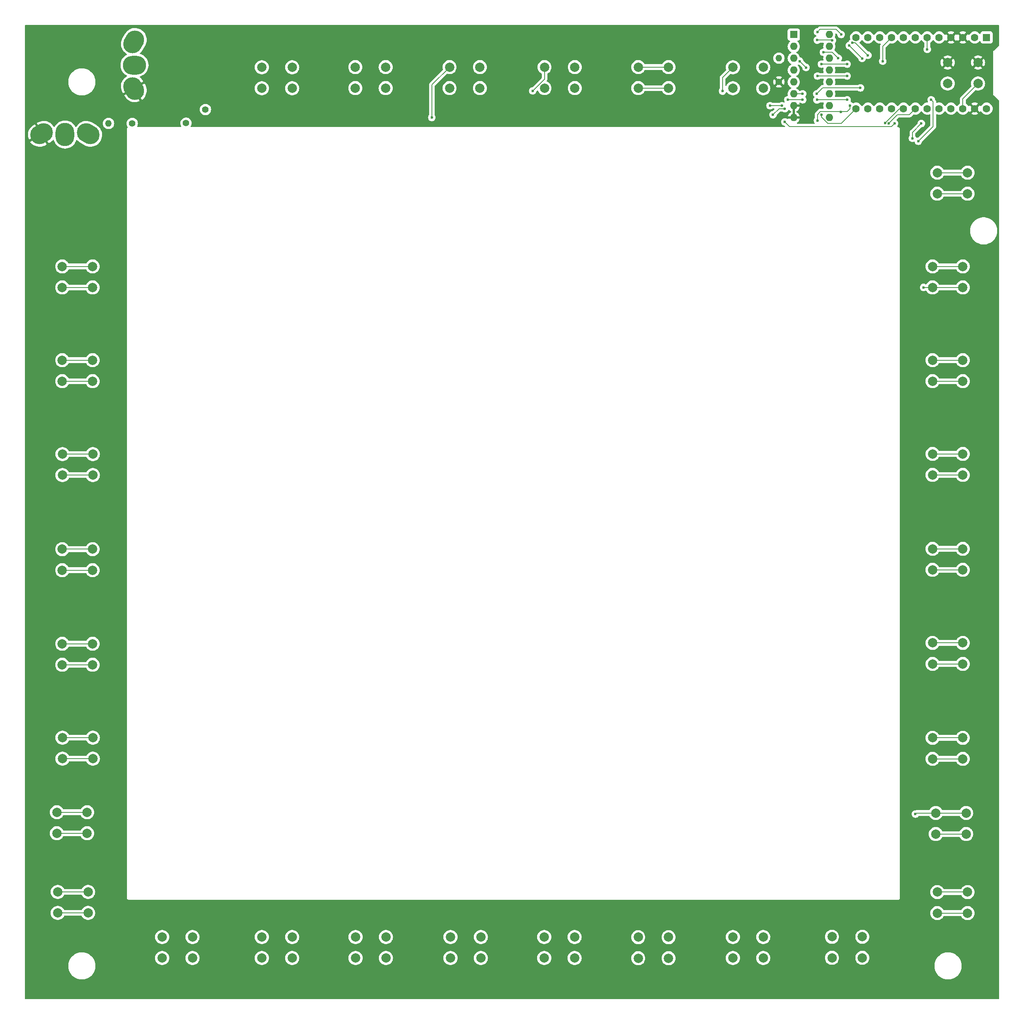
<source format=gbr>
%TF.GenerationSoftware,KiCad,Pcbnew,8.0.0~rc2*%
%TF.CreationDate,2024-02-15T20:21:25+01:00*%
%TF.ProjectId,MFD,4d46442e-6b69-4636-9164-5f7063625858,rev?*%
%TF.SameCoordinates,Original*%
%TF.FileFunction,Copper,L2,Bot*%
%TF.FilePolarity,Positive*%
%FSLAX46Y46*%
G04 Gerber Fmt 4.6, Leading zero omitted, Abs format (unit mm)*
G04 Created by KiCad (PCBNEW 8.0.0~rc2) date 2024-02-15 20:21:25*
%MOMM*%
%LPD*%
G01*
G04 APERTURE LIST*
G04 Aperture macros list*
%AMHorizOval*
0 Thick line with rounded ends*
0 $1 width*
0 $2 $3 position (X,Y) of the first rounded end (center of the circle)*
0 $4 $5 position (X,Y) of the second rounded end (center of the circle)*
0 Add line between two ends*
20,1,$1,$2,$3,$4,$5,0*
0 Add two circle primitives to create the rounded ends*
1,1,$1,$2,$3*
1,1,$1,$4,$5*%
G04 Aperture macros list end*
%TA.AperFunction,ComponentPad*%
%ADD10C,2.000000*%
%TD*%
%TA.AperFunction,ComponentPad*%
%ADD11HorizOval,4.000000X-0.433013X-0.250000X0.433013X0.250000X0*%
%TD*%
%TA.AperFunction,ComponentPad*%
%ADD12O,4.000000X5.000000*%
%TD*%
%TA.AperFunction,ComponentPad*%
%ADD13HorizOval,4.000000X-0.433013X0.250000X0.433013X-0.250000X0*%
%TD*%
%TA.AperFunction,ComponentPad*%
%ADD14C,1.400000*%
%TD*%
%TA.AperFunction,ComponentPad*%
%ADD15O,1.400000X1.400000*%
%TD*%
%TA.AperFunction,ComponentPad*%
%ADD16HorizOval,4.000000X-0.250000X0.433013X0.250000X-0.433013X0*%
%TD*%
%TA.AperFunction,ComponentPad*%
%ADD17O,5.000000X4.000000*%
%TD*%
%TA.AperFunction,ComponentPad*%
%ADD18HorizOval,4.000000X0.250000X0.433013X-0.250000X-0.433013X0*%
%TD*%
%TA.AperFunction,ComponentPad*%
%ADD19R,1.600000X1.600000*%
%TD*%
%TA.AperFunction,ComponentPad*%
%ADD20O,1.600000X1.600000*%
%TD*%
%TA.AperFunction,ComponentPad*%
%ADD21C,1.600000*%
%TD*%
%TA.AperFunction,ComponentPad*%
%ADD22HorizOval,1.400000X0.000000X0.000000X0.000000X0.000000X0*%
%TD*%
%TA.AperFunction,ViaPad*%
%ADD23C,0.600000*%
%TD*%
%TA.AperFunction,Conductor*%
%ADD24C,0.200000*%
%TD*%
G04 APERTURE END LIST*
D10*
%TO.P,SW_T2,1,1*%
%TO.N,Net-(U1-X6)*%
X129371999Y-50300002D03*
X135871999Y-50300002D03*
%TO.P,SW_T2,2,2*%
%TO.N,Net-(U2-SDA{slash}D2)*%
X129371999Y-54800002D03*
X135871999Y-54800002D03*
%TD*%
D11*
%TO.P,RV_VID1,1,1*%
%TO.N,Ground*%
X62228593Y-64589013D03*
D12*
%TO.P,RV_VID1,2,2*%
%TO.N,Net-(R2-Pad2)*%
X67228593Y-64739013D03*
D13*
%TO.P,RV_VID1,3,3*%
%TO.N,Power*%
X72228593Y-64589013D03*
%TD*%
D10*
%TO.P,SW_Fav1,1,1*%
%TO.N,Net-(U1-X7)*%
X253935999Y-72906002D03*
X260435999Y-72906002D03*
%TO.P,SW_Fav1,2,2*%
%TO.N,Net-(U2-D5)*%
X253935999Y-77406002D03*
X260435999Y-77406002D03*
%TD*%
%TO.P,SW_B3,1,1*%
%TO.N,Net-(U1-X1)*%
X149743999Y-236518002D03*
X156243999Y-236518002D03*
%TO.P,SW_B3,2,2*%
%TO.N,Net-(U2-SCL{slash}D3)*%
X149743999Y-241018002D03*
X156243999Y-241018002D03*
%TD*%
%TO.P,SW_T4,1,1*%
%TO.N,Net-(U1-X4)*%
X169861999Y-50300002D03*
X176361999Y-50300002D03*
%TO.P,SW_T4,2,2*%
%TO.N,Net-(U2-SDA{slash}D2)*%
X169861999Y-54800002D03*
X176361999Y-54800002D03*
%TD*%
%TO.P,SW_L2,1,1*%
%TO.N,Net-(U1-X4)*%
X66633999Y-113038002D03*
X73133999Y-113038002D03*
%TO.P,SW_L2,2,2*%
%TO.N,Net-(U2-D4{slash}A6)*%
X66633999Y-117538002D03*
X73133999Y-117538002D03*
%TD*%
D14*
%TO.P,R2,1*%
%TO.N,Net-(U2-A0)*%
X81619999Y-62365002D03*
D15*
%TO.P,R2,2*%
%TO.N,Net-(R2-Pad2)*%
X76539999Y-62365002D03*
%TD*%
D10*
%TO.P,SW_B4,1,1*%
%TO.N,Net-(U1-X0)*%
X169809999Y-236518002D03*
X176309999Y-236518002D03*
%TO.P,SW_B4,2,2*%
%TO.N,Net-(U2-SCL{slash}D3)*%
X169809999Y-241018002D03*
X176309999Y-241018002D03*
%TD*%
%TO.P,SW_L3,1,1*%
%TO.N,Net-(U1-X3)*%
X66685999Y-133140002D03*
X73185999Y-133140002D03*
%TO.P,SW_L3,2,2*%
%TO.N,Net-(U2-D4{slash}A6)*%
X66685999Y-137640002D03*
X73185999Y-137640002D03*
%TD*%
%TO.P,SW_R5,1,1*%
%TO.N,Net-(U1-X5)*%
X252919999Y-173562002D03*
X259419999Y-173562002D03*
%TO.P,SW_R5,2,2*%
%TO.N,Net-(U2-SCL{slash}D3)*%
X252919999Y-178062002D03*
X259419999Y-178062002D03*
%TD*%
%TO.P,SW_WPN1,1,1*%
%TO.N,Net-(U1-X2)*%
X65669999Y-226866002D03*
X72169999Y-226866002D03*
%TO.P,SW_WPN1,2,2*%
%TO.N,Net-(U2-D5)*%
X65669999Y-231366002D03*
X72169999Y-231366002D03*
%TD*%
%TO.P,SW_L6,1,1*%
%TO.N,Net-(U1-X0)*%
X66685999Y-193846002D03*
X73185999Y-193846002D03*
%TO.P,SW_L6,2,2*%
%TO.N,Net-(U2-D4{slash}A6)*%
X66685999Y-198346002D03*
X73185999Y-198346002D03*
%TD*%
%TO.P,SW_B5,1,1*%
%TO.N,Net-(U1-X7)*%
X189927999Y-236554002D03*
X196427999Y-236554002D03*
%TO.P,SW_B5,2,2*%
%TO.N,Net-(U2-D4{slash}A6)*%
X189927999Y-241054002D03*
X196427999Y-241054002D03*
%TD*%
%TO.P,SW_COM1,1,1*%
%TO.N,Net-(U1-X5)*%
X253935999Y-226902002D03*
X260435999Y-226902002D03*
%TO.P,SW_COM1,2,2*%
%TO.N,Net-(U2-D5)*%
X253935999Y-231402002D03*
X260435999Y-231402002D03*
%TD*%
%TO.P,SW_FCR1,1,1*%
%TO.N,Net-(U1-X1)*%
X65467999Y-209812002D03*
X71967999Y-209812002D03*
%TO.P,SW_FCR1,2,2*%
%TO.N,Net-(U2-D5)*%
X65467999Y-214312002D03*
X71967999Y-214312002D03*
%TD*%
%TO.P,SW_VID1,1,1*%
%TO.N,Net-(U1-X6)*%
X253629999Y-209975002D03*
X260129999Y-209975002D03*
%TO.P,SW_VID1,2,2*%
%TO.N,Net-(U2-D5)*%
X253629999Y-214475002D03*
X260129999Y-214475002D03*
%TD*%
D14*
%TO.P,R3,1*%
%TO.N,Ground*%
X220049999Y-53475002D03*
D15*
%TO.P,R3,2*%
%TO.N,Net-(U1-X)*%
X220049999Y-48395002D03*
%TD*%
D10*
%TO.P,SW_M/B1,1,1*%
%TO.N,Net-(U1-X3)*%
X109357999Y-236518002D03*
X115857999Y-236518002D03*
%TO.P,SW_M/B1,2,2*%
%TO.N,Net-(U2-SCL{slash}D3)*%
X109357999Y-241018002D03*
X115857999Y-241018002D03*
%TD*%
%TO.P,SW_AC1,1,1*%
%TO.N,Net-(U1-X4)*%
X231404999Y-236470002D03*
X237904999Y-236470002D03*
%TO.P,SW_AC1,2,2*%
%TO.N,Net-(U2-D5)*%
X231404999Y-240970002D03*
X237904999Y-240970002D03*
%TD*%
%TO.P,SW_T6,1,1*%
%TO.N,Net-(U1-X2)*%
X210195999Y-50336002D03*
X216695999Y-50336002D03*
%TO.P,SW_T6,2,2*%
%TO.N,Net-(U2-SDA{slash}D2)*%
X210195999Y-54836002D03*
X216695999Y-54836002D03*
%TD*%
%TO.P,SW_L4,1,1*%
%TO.N,Net-(U1-X2)*%
X66633999Y-153496002D03*
X73133999Y-153496002D03*
%TO.P,SW_L4,2,2*%
%TO.N,Net-(U2-D4{slash}A6)*%
X66633999Y-157996002D03*
X73133999Y-157996002D03*
%TD*%
%TO.P,SW_R4,1,1*%
%TO.N,Net-(U1-X6)*%
X252919999Y-153424002D03*
X259419999Y-153424002D03*
%TO.P,SW_R4,2,2*%
%TO.N,Net-(U2-SCL{slash}D3)*%
X252919999Y-157924002D03*
X259419999Y-157924002D03*
%TD*%
D16*
%TO.P,RV_BRT1,1,1*%
%TO.N,Ground*%
X81954893Y-54877678D03*
D17*
%TO.P,RV_BRT1,2,2*%
%TO.N,Net-(R1-Pad2)*%
X82104893Y-49877678D03*
D18*
%TO.P,RV_BRT1,3,3*%
%TO.N,Power*%
X81954893Y-44877678D03*
%TD*%
D10*
%TO.P,SW_L5,1,1*%
%TO.N,Net-(U1-X1)*%
X66633999Y-173744002D03*
X73133999Y-173744002D03*
%TO.P,SW_L5,2,2*%
%TO.N,Net-(U2-D4{slash}A6)*%
X66633999Y-178244002D03*
X73133999Y-178244002D03*
%TD*%
D19*
%TO.P,U1,1,X4*%
%TO.N,Net-(U1-X4)*%
X223219999Y-43340002D03*
D20*
%TO.P,U1,2,X6*%
%TO.N,Net-(U1-X6)*%
X223219999Y-45880002D03*
%TO.P,U1,3,X*%
%TO.N,Net-(U1-X)*%
X223219999Y-48420002D03*
%TO.P,U1,4,X7*%
%TO.N,Net-(U1-X7)*%
X223219999Y-50960002D03*
%TO.P,U1,5,X5*%
%TO.N,Net-(U1-X5)*%
X223219999Y-53500002D03*
%TO.P,U1,6,Inh*%
%TO.N,Net-(U1-Inh)*%
X223219999Y-56040002D03*
%TO.P,U1,7,VEE*%
%TO.N,Ground*%
X223219999Y-58580002D03*
%TO.P,U1,8,VSS*%
X223219999Y-61120002D03*
%TO.P,U1,9,C*%
%TO.N,Net-(U1-C)*%
X230839999Y-61120002D03*
%TO.P,U1,10,B*%
%TO.N,Net-(U1-B)*%
X230839999Y-58580002D03*
%TO.P,U1,11,A*%
%TO.N,Net-(U1-A)*%
X230839999Y-56040002D03*
%TO.P,U1,12,X3*%
%TO.N,Net-(U1-X3)*%
X230839999Y-53500002D03*
%TO.P,U1,13,X0*%
%TO.N,Net-(U1-X0)*%
X230839999Y-50960002D03*
%TO.P,U1,14,X1*%
%TO.N,Net-(U1-X1)*%
X230839999Y-48420002D03*
%TO.P,U1,15,X2*%
%TO.N,Net-(U1-X2)*%
X230839999Y-45880002D03*
%TO.P,U1,16,VDD*%
%TO.N,Power*%
X230839999Y-43340002D03*
%TD*%
D10*
%TO.P,SW_B2,1,1*%
%TO.N,Net-(U1-X2)*%
X129423999Y-236518002D03*
X135923999Y-236518002D03*
%TO.P,SW_B2,2,2*%
%TO.N,Net-(U2-SCL{slash}D3)*%
X129423999Y-241018002D03*
X135923999Y-241018002D03*
%TD*%
%TO.P,SW_T3,1,1*%
%TO.N,Net-(U1-X5)*%
X149541999Y-50300002D03*
X156041999Y-50300002D03*
%TO.P,SW_T3,2,2*%
%TO.N,Net-(U2-SDA{slash}D2)*%
X149541999Y-54800002D03*
X156041999Y-54800002D03*
%TD*%
%TO.P,SW_TSD1,1,1*%
%TO.N,Net-(U1-X3)*%
X88021999Y-236518002D03*
X94521999Y-236518002D03*
%TO.P,SW_TSD1,2,2*%
%TO.N,Net-(U2-D5)*%
X88021999Y-241018002D03*
X94521999Y-241018002D03*
%TD*%
D19*
%TO.P,U2,1,TX/D1*%
%TO.N,unconnected-(U2-TX{slash}D1-Pad1)*%
X264499999Y-43950002D03*
D21*
%TO.P,U2,2,RX/D0*%
%TO.N,unconnected-(U2-RX{slash}D0-Pad2)*%
X261959999Y-43950002D03*
%TO.P,U2,3,GND*%
%TO.N,Ground*%
X259419999Y-43950002D03*
%TO.P,U2,4,GND*%
X256879999Y-43950002D03*
%TO.P,U2,5,SDA/D2*%
%TO.N,Net-(U2-SDA{slash}D2)*%
X254339999Y-43950002D03*
%TO.P,U2,6,SCL/D3*%
%TO.N,Net-(U2-SCL{slash}D3)*%
X251799999Y-43950002D03*
%TO.P,U2,7,D4/A6*%
%TO.N,Net-(U2-D4{slash}A6)*%
X249259999Y-43950002D03*
%TO.P,U2,8,D5*%
%TO.N,Net-(U2-D5)*%
X246719999Y-43950002D03*
%TO.P,U2,9,D6/A7*%
%TO.N,Net-(U1-Inh)*%
X244179999Y-43950002D03*
%TO.P,U2,10,D7*%
%TO.N,Net-(U1-C)*%
X241639999Y-43950002D03*
%TO.P,U2,11,D8/A8*%
%TO.N,Net-(U1-B)*%
X239099999Y-43950002D03*
%TO.P,U2,12,D9/A9*%
%TO.N,Net-(U1-A)*%
X236559999Y-43950002D03*
%TO.P,U2,13,D10*%
%TO.N,Net-(U1-X)*%
X236559999Y-59190002D03*
%TO.P,U2,14,D16*%
%TO.N,unconnected-(U2-D16-Pad14)*%
X239099999Y-59190002D03*
%TO.P,U2,15,D14*%
%TO.N,unconnected-(U2-D14-Pad15)*%
X241639999Y-59190002D03*
%TO.P,U2,16,D15*%
%TO.N,unconnected-(U2-D15-Pad16)*%
X244179999Y-59190002D03*
%TO.P,U2,17,A0*%
%TO.N,Net-(U2-A0)*%
X246719999Y-59190002D03*
%TO.P,U2,18,A1*%
%TO.N,Net-(U2-A1)*%
X249259999Y-59190002D03*
%TO.P,U2,19,A2*%
%TO.N,unconnected-(U2-A2-Pad19)*%
X251799999Y-59190002D03*
%TO.P,U2,20,A3*%
%TO.N,unconnected-(U2-A3-Pad20)*%
X254339999Y-59190002D03*
%TO.P,U2,21,VCC*%
%TO.N,Power*%
X256879999Y-59190002D03*
%TO.P,U2,22,RST*%
%TO.N,Net-(U2-RST)*%
X259419999Y-59190002D03*
%TO.P,U2,23,GND*%
%TO.N,Ground*%
X261959999Y-59190002D03*
%TO.P,U2,24,RAW_4.8V*%
%TO.N,unconnected-(U2-RAW_4.8V-Pad24)*%
X264499999Y-59190002D03*
%TD*%
D10*
%TO.P,SW_B6,1,1*%
%TO.N,Net-(U1-X6)*%
X210195999Y-236518002D03*
X216695999Y-236518002D03*
%TO.P,SW_B6,2,2*%
%TO.N,Net-(U2-D4{slash}A6)*%
X210195999Y-241018002D03*
X216695999Y-241018002D03*
%TD*%
%TO.P,SW_T1,1,1*%
%TO.N,Net-(U1-X7)*%
X109357999Y-50336002D03*
X115857999Y-50336002D03*
%TO.P,SW_T1,2,2*%
%TO.N,Net-(U2-SDA{slash}D2)*%
X109357999Y-54836002D03*
X115857999Y-54836002D03*
%TD*%
%TO.P,SW_R6,1,1*%
%TO.N,Net-(U1-X4)*%
X252919999Y-193882002D03*
X259419999Y-193882002D03*
%TO.P,SW_R6,2,2*%
%TO.N,Net-(U2-SCL{slash}D3)*%
X252919999Y-198382002D03*
X259419999Y-198382002D03*
%TD*%
%TO.P,SW_R3,1,1*%
%TO.N,Net-(U1-X7)*%
X252919999Y-133104002D03*
X259419999Y-133104002D03*
%TO.P,SW_R3,2,2*%
%TO.N,Net-(U2-SCL{slash}D3)*%
X252919999Y-137604002D03*
X259419999Y-137604002D03*
%TD*%
%TO.P,SW_R2,1,1*%
%TO.N,Net-(U1-X0)*%
X252919999Y-113038002D03*
X259419999Y-113038002D03*
%TO.P,SW_R2,2,2*%
%TO.N,Net-(U2-SDA{slash}D2)*%
X252919999Y-117538002D03*
X259419999Y-117538002D03*
%TD*%
%TO.P,SW_T5,1,1*%
%TO.N,Net-(U1-X3)*%
X189927999Y-50300002D03*
X196427999Y-50300002D03*
%TO.P,SW_T5,2,2*%
%TO.N,Net-(U2-SDA{slash}D2)*%
X189927999Y-54800002D03*
X196427999Y-54800002D03*
%TD*%
D14*
%TO.P,R1,1*%
%TO.N,Net-(U2-A1)*%
X93128353Y-62297886D03*
D22*
%TO.P,R1,2*%
%TO.N,Net-(R1-Pad2)*%
X97289645Y-59384118D03*
%TD*%
D10*
%TO.P,SW_L1,1,1*%
%TO.N,Net-(U1-X5)*%
X66633999Y-92972002D03*
X73133999Y-92972002D03*
%TO.P,SW_L1,2,2*%
%TO.N,Net-(U2-D4{slash}A6)*%
X66633999Y-97472002D03*
X73133999Y-97472002D03*
%TD*%
%TO.P,SW_R1,1,1*%
%TO.N,Net-(U1-X1)*%
X252919999Y-92972002D03*
X259419999Y-92972002D03*
%TO.P,SW_R1,2,2*%
%TO.N,Net-(U2-SDA{slash}D2)*%
X252919999Y-97472002D03*
X259419999Y-97472002D03*
%TD*%
%TO.P,SW_RST1,1,1*%
%TO.N,Ground*%
X262669999Y-49320002D03*
X256169999Y-49320002D03*
%TO.P,SW_RST1,2,2*%
%TO.N,Net-(U2-RST)*%
X262669999Y-53820002D03*
X256169999Y-53820002D03*
%TD*%
D23*
%TO.N,Net-(U2-A1)*%
X243544999Y-62365002D03*
%TO.N,Net-(U2-A0)*%
X242751939Y-62259840D03*
%TO.N,Net-(U2-SCL{slash}D3)*%
X251799999Y-46490002D03*
%TO.N,Net-(U2-D4{slash}A6)*%
X218779999Y-60495688D03*
X221319999Y-59190002D03*
X225129999Y-57285002D03*
X221954999Y-57285002D03*
X234654999Y-57285002D03*
X228203981Y-57315290D03*
%TO.N,Net-(U2-SDA{slash}D2)*%
X233347549Y-59862452D03*
X235289999Y-58555002D03*
X228304999Y-61730002D03*
X251019999Y-97472002D03*
%TO.N,Net-(U1-B)*%
X229139999Y-49665002D03*
X234654999Y-49665002D03*
%TO.N,Net-(U1-C)*%
X234654999Y-52205002D03*
X228304999Y-52205002D03*
%TO.N,Net-(U1-X)*%
X225848578Y-50383581D03*
X224494999Y-49030002D03*
X229153529Y-60460002D03*
%TO.N,Net-(U1-X4)*%
X228304999Y-42775002D03*
X233372106Y-43315002D03*
X248624999Y-65540002D03*
X235113919Y-45678922D03*
X167344999Y-55400002D03*
X237867107Y-48432110D03*
X250529999Y-62365002D03*
%TO.N,Net-(U1-X2)*%
X207984999Y-55436002D03*
%TO.N,Net-(U1-X7)*%
X232749999Y-48395002D03*
X229574999Y-47125002D03*
%TO.N,Net-(U1-X6)*%
X249259999Y-210193002D03*
X231479999Y-44585002D03*
X239099999Y-47760002D03*
X228242892Y-44522895D03*
X252639999Y-57285002D03*
X235748919Y-45043922D03*
X249894999Y-66175002D03*
%TO.N,Net-(U1-X5)*%
X220684999Y-58555002D03*
X244814999Y-62365002D03*
X145754999Y-61095002D03*
X218144999Y-58555002D03*
X221319999Y-62035002D03*
%TO.N,Net-(U1-Inh)*%
X228139999Y-56015002D03*
X225129999Y-56015002D03*
X237489999Y-54745002D03*
X242274999Y-49030002D03*
%TD*%
D24*
%TO.N,Net-(U1-X3)*%
X189927999Y-50300002D02*
X196427999Y-50300002D01*
%TO.N,Net-(U2-SDA{slash}D2)*%
X196427999Y-54800002D02*
X189927999Y-54800002D01*
%TO.N,Net-(U2-A1)*%
X249259999Y-59190002D02*
X247989999Y-60460002D01*
X245449999Y-60460002D02*
X243544999Y-62365002D01*
X247989999Y-60460002D02*
X245449999Y-60460002D01*
%TO.N,Net-(U2-A0)*%
X242751939Y-62259840D02*
X245821777Y-59190002D01*
X245821777Y-59190002D02*
X246719999Y-59190002D01*
%TO.N,Net-(U2-D5)*%
X260435999Y-231402002D02*
X253935999Y-231402002D01*
X253629999Y-214475002D02*
X260129999Y-214475002D01*
X260435999Y-77406002D02*
X253935999Y-77406002D01*
X65669999Y-231366002D02*
X72169999Y-231366002D01*
X65467999Y-214312002D02*
X71967999Y-214312002D01*
%TO.N,Net-(U2-SCL{slash}D3)*%
X252919999Y-178062002D02*
X259419999Y-178062002D01*
X251799999Y-46490002D02*
X251799999Y-43950002D01*
X259419999Y-198382002D02*
X252919999Y-198382002D01*
X252919999Y-157924002D02*
X259419999Y-157924002D01*
X259419999Y-137604002D02*
X252919999Y-137604002D01*
%TO.N,Net-(U2-D4{slash}A6)*%
X73133999Y-97472002D02*
X66633999Y-97472002D01*
X66633999Y-157996002D02*
X73133999Y-157996002D01*
X220085685Y-59190002D02*
X218779999Y-60495688D01*
X73185999Y-137640002D02*
X66685999Y-137640002D01*
X73133999Y-117538002D02*
X66633999Y-117538002D01*
X234654999Y-57285002D02*
X228264199Y-57285002D01*
X66633999Y-178244002D02*
X73133999Y-178244002D01*
X221319999Y-59190002D02*
X220085685Y-59190002D01*
X221954999Y-57285002D02*
X225129999Y-57285002D01*
X66685999Y-198346002D02*
X73185999Y-198346002D01*
%TO.N,Net-(U2-SDA{slash}D2)*%
X234654999Y-59825002D02*
X235289999Y-59190002D01*
X233384999Y-59825002D02*
X233347549Y-59862452D01*
X251019999Y-97472002D02*
X252919999Y-97472002D01*
X228939999Y-59825002D02*
X233384999Y-59825002D01*
X228304999Y-60460002D02*
X228939999Y-59825002D01*
X259419999Y-97472002D02*
X252919999Y-97472002D01*
X259419999Y-117538002D02*
X252919999Y-117538002D01*
X235289999Y-59190002D02*
X235289999Y-58555002D01*
X228304999Y-61730002D02*
X228304999Y-60460002D01*
X233384999Y-59825002D02*
X234654999Y-59825002D01*
%TO.N,Net-(U2-RST)*%
X259419999Y-57070002D02*
X262669999Y-53820002D01*
X259419999Y-59190002D02*
X259419999Y-57070002D01*
%TO.N,Net-(U1-B)*%
X229139999Y-49665002D02*
X234654999Y-49665002D01*
%TO.N,Net-(U1-C)*%
X228304999Y-52205002D02*
X234654999Y-52205002D01*
%TO.N,Net-(U1-X)*%
X233384999Y-62365002D02*
X236559999Y-59190002D01*
X229153529Y-60460002D02*
X229153529Y-60989167D01*
X224494999Y-49030002D02*
X225848578Y-50383581D01*
X229153529Y-60989167D02*
X230529364Y-62365002D01*
X230529364Y-62365002D02*
X233384999Y-62365002D01*
%TO.N,Net-(U1-X4)*%
X169861999Y-52883002D02*
X167344999Y-55400002D01*
X250529999Y-62365002D02*
X248624999Y-64270002D01*
X232297106Y-42240002D02*
X233372106Y-43315002D01*
X169861999Y-50300002D02*
X169861999Y-52883002D01*
X248624999Y-64270002D02*
X248624999Y-65540002D01*
X252919999Y-193882002D02*
X259419999Y-193882002D01*
X235113919Y-45678922D02*
X237867107Y-48432110D01*
X228304999Y-42775002D02*
X228839999Y-42240002D01*
X73133999Y-113038002D02*
X66633999Y-113038002D01*
X228839999Y-42240002D02*
X232297106Y-42240002D01*
%TO.N,Net-(U1-X2)*%
X207984999Y-52547002D02*
X207984999Y-55436002D01*
X73133999Y-153496002D02*
X66633999Y-153496002D01*
X210195999Y-50336002D02*
X207984999Y-52547002D01*
X72169999Y-226866002D02*
X65669999Y-226866002D01*
%TO.N,Net-(U1-X1)*%
X71967999Y-209812002D02*
X65467999Y-209812002D01*
X73133999Y-173744002D02*
X66633999Y-173744002D01*
X259419999Y-92972002D02*
X252919999Y-92972002D01*
%TO.N,Net-(U1-X0)*%
X252919999Y-113038002D02*
X259419999Y-113038002D01*
X73185999Y-193846002D02*
X66685999Y-193846002D01*
%TO.N,Net-(U1-X7)*%
X232749999Y-48395002D02*
X231479999Y-47125002D01*
X253935999Y-72906002D02*
X260435999Y-72906002D01*
X229574999Y-47125002D02*
X231479999Y-47125002D01*
X252919999Y-133104002D02*
X259419999Y-133104002D01*
%TO.N,Net-(U1-X6)*%
X260129999Y-209975002D02*
X253629999Y-209975002D01*
X236383919Y-45043922D02*
X235748919Y-45043922D01*
X253629999Y-209975002D02*
X249477999Y-209975002D01*
X228242892Y-44522895D02*
X231417892Y-44522895D01*
X249477999Y-209975002D02*
X249259999Y-210193002D01*
X249894999Y-66175002D02*
X253069999Y-63000002D01*
X253069999Y-57715002D02*
X252639999Y-57285002D01*
X239099999Y-47760002D02*
X236383919Y-45043922D01*
X231417892Y-44522895D02*
X231479999Y-44585002D01*
X253069999Y-63000002D02*
X253069999Y-57715002D01*
X259419999Y-153424002D02*
X252919999Y-153424002D01*
%TO.N,Net-(U1-X5)*%
X244144999Y-63035002D02*
X244814999Y-62365002D01*
X73133999Y-92972002D02*
X66633999Y-92972002D01*
X221319999Y-62035002D02*
X222319999Y-63035002D01*
X145754999Y-61095002D02*
X145754999Y-54087002D01*
X222319999Y-63035002D02*
X244144999Y-63035002D01*
X145754999Y-54087002D02*
X149541999Y-50300002D01*
X220684999Y-58555002D02*
X218144999Y-58555002D01*
X253935999Y-226902002D02*
X260435999Y-226902002D01*
X259419999Y-173562002D02*
X252919999Y-173562002D01*
%TO.N,Net-(U1-X3)*%
X66685999Y-133140002D02*
X73185999Y-133140002D01*
%TO.N,Net-(U1-Inh)*%
X242274999Y-45855002D02*
X244179999Y-43950002D01*
X229409999Y-54745002D02*
X237489999Y-54745002D01*
X228139999Y-56015002D02*
X229409999Y-54745002D01*
X242274999Y-49030002D02*
X242274999Y-45855002D01*
X225129999Y-56015002D02*
X223244999Y-56015002D01*
%TD*%
%TA.AperFunction,Conductor*%
%TO.N,Ground*%
G36*
X223469999Y-60804316D02*
G01*
X223465605Y-60799922D01*
X223374393Y-60747261D01*
X223272660Y-60720002D01*
X223167338Y-60720002D01*
X223065605Y-60747261D01*
X222974393Y-60799922D01*
X222969999Y-60804316D01*
X222969999Y-58895688D01*
X222974393Y-58900082D01*
X223065605Y-58952743D01*
X223167338Y-58980002D01*
X223272660Y-58980002D01*
X223374393Y-58952743D01*
X223465605Y-58900082D01*
X223469999Y-58895688D01*
X223469999Y-60804316D01*
G37*
%TD.AperFunction*%
%TA.AperFunction,Conductor*%
G36*
X267117538Y-41295187D02*
G01*
X267163293Y-41347991D01*
X267174499Y-41399502D01*
X267174499Y-45596325D01*
X267154814Y-45663364D01*
X267138180Y-45684006D01*
X266080243Y-46741942D01*
X266080244Y-46741943D01*
X266004499Y-46817688D01*
X265938607Y-46931814D01*
X265911170Y-47034212D01*
X265904499Y-47059110D01*
X265904499Y-55949110D01*
X265904499Y-56080894D01*
X265911584Y-56107335D01*
X265938607Y-56208189D01*
X265946218Y-56221371D01*
X266004499Y-56322316D01*
X266004500Y-56322317D01*
X266004501Y-56322318D01*
X267138180Y-57455996D01*
X267171665Y-57517319D01*
X267174499Y-57543677D01*
X267174499Y-249700502D01*
X267154814Y-249767541D01*
X267102010Y-249813296D01*
X267050499Y-249824502D01*
X58749499Y-249824502D01*
X58682460Y-249804817D01*
X58636705Y-249752013D01*
X58625499Y-249700502D01*
X58625499Y-242867895D01*
X67924499Y-242867895D01*
X67960973Y-243191606D01*
X67960975Y-243191622D01*
X68033466Y-243509228D01*
X68033470Y-243509240D01*
X68141065Y-243816727D01*
X68282412Y-244110236D01*
X68282414Y-244110239D01*
X68455738Y-244386083D01*
X68658856Y-244640785D01*
X68889216Y-244871145D01*
X69143918Y-245074263D01*
X69419762Y-245247587D01*
X69713277Y-245388937D01*
X69944216Y-245469746D01*
X70020760Y-245496530D01*
X70020772Y-245496534D01*
X70338382Y-245569026D01*
X70662105Y-245605501D01*
X70662106Y-245605502D01*
X70662110Y-245605502D01*
X70987892Y-245605502D01*
X70987892Y-245605501D01*
X71311616Y-245569026D01*
X71629226Y-245496534D01*
X71936721Y-245388937D01*
X72230236Y-245247587D01*
X72506080Y-245074263D01*
X72760782Y-244871145D01*
X72991142Y-244640785D01*
X73194260Y-244386083D01*
X73367584Y-244110239D01*
X73508934Y-243816724D01*
X73616531Y-243509229D01*
X73689023Y-243191619D01*
X73725499Y-242867895D01*
X253344499Y-242867895D01*
X253380973Y-243191606D01*
X253380975Y-243191622D01*
X253453466Y-243509228D01*
X253453470Y-243509240D01*
X253561065Y-243816727D01*
X253702412Y-244110236D01*
X253702414Y-244110239D01*
X253875738Y-244386083D01*
X254078856Y-244640785D01*
X254309216Y-244871145D01*
X254563918Y-245074263D01*
X254839762Y-245247587D01*
X255133277Y-245388937D01*
X255364216Y-245469746D01*
X255440760Y-245496530D01*
X255440772Y-245496534D01*
X255758382Y-245569026D01*
X256082105Y-245605501D01*
X256082106Y-245605502D01*
X256082110Y-245605502D01*
X256407892Y-245605502D01*
X256407892Y-245605501D01*
X256731616Y-245569026D01*
X257049226Y-245496534D01*
X257356721Y-245388937D01*
X257650236Y-245247587D01*
X257926080Y-245074263D01*
X258180782Y-244871145D01*
X258411142Y-244640785D01*
X258614260Y-244386083D01*
X258787584Y-244110239D01*
X258928934Y-243816724D01*
X259036531Y-243509229D01*
X259109023Y-243191619D01*
X259145499Y-242867891D01*
X259145499Y-242542113D01*
X259109023Y-242218385D01*
X259036531Y-241900775D01*
X258928934Y-241593280D01*
X258787584Y-241299765D01*
X258614260Y-241023921D01*
X258411142Y-240769219D01*
X258180782Y-240538859D01*
X257926080Y-240335741D01*
X257650236Y-240162417D01*
X257650233Y-240162415D01*
X257356724Y-240021068D01*
X257049237Y-239913473D01*
X257049225Y-239913469D01*
X256731619Y-239840978D01*
X256731603Y-239840976D01*
X256407892Y-239804502D01*
X256407888Y-239804502D01*
X256082110Y-239804502D01*
X256082106Y-239804502D01*
X255758394Y-239840976D01*
X255758378Y-239840978D01*
X255440772Y-239913469D01*
X255440760Y-239913473D01*
X255133273Y-240021068D01*
X254839764Y-240162415D01*
X254563919Y-240335740D01*
X254309216Y-240538858D01*
X254078855Y-240769219D01*
X253875737Y-241023922D01*
X253702412Y-241299767D01*
X253561065Y-241593276D01*
X253453470Y-241900763D01*
X253453466Y-241900775D01*
X253380975Y-242218381D01*
X253380973Y-242218397D01*
X253344499Y-242542108D01*
X253344499Y-242867895D01*
X73725499Y-242867895D01*
X73725499Y-242867891D01*
X73725499Y-242542113D01*
X73689023Y-242218385D01*
X73616531Y-241900775D01*
X73508934Y-241593280D01*
X73367584Y-241299765D01*
X73194260Y-241023921D01*
X73189544Y-241018007D01*
X86516356Y-241018007D01*
X86536889Y-241265814D01*
X86536891Y-241265826D01*
X86597935Y-241506883D01*
X86697825Y-241734608D01*
X86833832Y-241942784D01*
X86833835Y-241942787D01*
X87002255Y-242125740D01*
X87198490Y-242278476D01*
X87417189Y-242396830D01*
X87652385Y-242477573D01*
X87897664Y-242518502D01*
X88146334Y-242518502D01*
X88391613Y-242477573D01*
X88626809Y-242396830D01*
X88845508Y-242278476D01*
X89041743Y-242125740D01*
X89210163Y-241942787D01*
X89346172Y-241734609D01*
X89446062Y-241506883D01*
X89507107Y-241265823D01*
X89511084Y-241217826D01*
X89527642Y-241018007D01*
X93016356Y-241018007D01*
X93036889Y-241265814D01*
X93036891Y-241265826D01*
X93097935Y-241506883D01*
X93197825Y-241734608D01*
X93333832Y-241942784D01*
X93333835Y-241942787D01*
X93502255Y-242125740D01*
X93698490Y-242278476D01*
X93917189Y-242396830D01*
X94152385Y-242477573D01*
X94397664Y-242518502D01*
X94646334Y-242518502D01*
X94891613Y-242477573D01*
X95126809Y-242396830D01*
X95345508Y-242278476D01*
X95541743Y-242125740D01*
X95710163Y-241942787D01*
X95846172Y-241734609D01*
X95946062Y-241506883D01*
X96007107Y-241265823D01*
X96011084Y-241217826D01*
X96027642Y-241018007D01*
X107852356Y-241018007D01*
X107872889Y-241265814D01*
X107872891Y-241265826D01*
X107933935Y-241506883D01*
X108033825Y-241734608D01*
X108169832Y-241942784D01*
X108169835Y-241942787D01*
X108338255Y-242125740D01*
X108534490Y-242278476D01*
X108753189Y-242396830D01*
X108988385Y-242477573D01*
X109233664Y-242518502D01*
X109482334Y-242518502D01*
X109727613Y-242477573D01*
X109962809Y-242396830D01*
X110181508Y-242278476D01*
X110377743Y-242125740D01*
X110546163Y-241942787D01*
X110682172Y-241734609D01*
X110782062Y-241506883D01*
X110843107Y-241265823D01*
X110847084Y-241217826D01*
X110863642Y-241018007D01*
X114352356Y-241018007D01*
X114372889Y-241265814D01*
X114372891Y-241265826D01*
X114433935Y-241506883D01*
X114533825Y-241734608D01*
X114669832Y-241942784D01*
X114669835Y-241942787D01*
X114838255Y-242125740D01*
X115034490Y-242278476D01*
X115253189Y-242396830D01*
X115488385Y-242477573D01*
X115733664Y-242518502D01*
X115982334Y-242518502D01*
X116227613Y-242477573D01*
X116462809Y-242396830D01*
X116681508Y-242278476D01*
X116877743Y-242125740D01*
X117046163Y-241942787D01*
X117182172Y-241734609D01*
X117282062Y-241506883D01*
X117343107Y-241265823D01*
X117347084Y-241217826D01*
X117363642Y-241018007D01*
X127918356Y-241018007D01*
X127938889Y-241265814D01*
X127938891Y-241265826D01*
X127999935Y-241506883D01*
X128099825Y-241734608D01*
X128235832Y-241942784D01*
X128235835Y-241942787D01*
X128404255Y-242125740D01*
X128600490Y-242278476D01*
X128819189Y-242396830D01*
X129054385Y-242477573D01*
X129299664Y-242518502D01*
X129548334Y-242518502D01*
X129793613Y-242477573D01*
X130028809Y-242396830D01*
X130247508Y-242278476D01*
X130443743Y-242125740D01*
X130612163Y-241942787D01*
X130748172Y-241734609D01*
X130848062Y-241506883D01*
X130909107Y-241265823D01*
X130913084Y-241217826D01*
X130929642Y-241018007D01*
X134418356Y-241018007D01*
X134438889Y-241265814D01*
X134438891Y-241265826D01*
X134499935Y-241506883D01*
X134599825Y-241734608D01*
X134735832Y-241942784D01*
X134735835Y-241942787D01*
X134904255Y-242125740D01*
X135100490Y-242278476D01*
X135319189Y-242396830D01*
X135554385Y-242477573D01*
X135799664Y-242518502D01*
X136048334Y-242518502D01*
X136293613Y-242477573D01*
X136528809Y-242396830D01*
X136747508Y-242278476D01*
X136943743Y-242125740D01*
X137112163Y-241942787D01*
X137248172Y-241734609D01*
X137348062Y-241506883D01*
X137409107Y-241265823D01*
X137413084Y-241217826D01*
X137429642Y-241018007D01*
X148238356Y-241018007D01*
X148258889Y-241265814D01*
X148258891Y-241265826D01*
X148319935Y-241506883D01*
X148419825Y-241734608D01*
X148555832Y-241942784D01*
X148555835Y-241942787D01*
X148724255Y-242125740D01*
X148920490Y-242278476D01*
X149139189Y-242396830D01*
X149374385Y-242477573D01*
X149619664Y-242518502D01*
X149868334Y-242518502D01*
X150113613Y-242477573D01*
X150348809Y-242396830D01*
X150567508Y-242278476D01*
X150763743Y-242125740D01*
X150932163Y-241942787D01*
X151068172Y-241734609D01*
X151168062Y-241506883D01*
X151229107Y-241265823D01*
X151233084Y-241217826D01*
X151249642Y-241018007D01*
X154738356Y-241018007D01*
X154758889Y-241265814D01*
X154758891Y-241265826D01*
X154819935Y-241506883D01*
X154919825Y-241734608D01*
X155055832Y-241942784D01*
X155055835Y-241942787D01*
X155224255Y-242125740D01*
X155420490Y-242278476D01*
X155639189Y-242396830D01*
X155874385Y-242477573D01*
X156119664Y-242518502D01*
X156368334Y-242518502D01*
X156613613Y-242477573D01*
X156848809Y-242396830D01*
X157067508Y-242278476D01*
X157263743Y-242125740D01*
X157432163Y-241942787D01*
X157568172Y-241734609D01*
X157668062Y-241506883D01*
X157729107Y-241265823D01*
X157733084Y-241217826D01*
X157749642Y-241018007D01*
X168304356Y-241018007D01*
X168324889Y-241265814D01*
X168324891Y-241265826D01*
X168385935Y-241506883D01*
X168485825Y-241734608D01*
X168621832Y-241942784D01*
X168621835Y-241942787D01*
X168790255Y-242125740D01*
X168986490Y-242278476D01*
X169205189Y-242396830D01*
X169440385Y-242477573D01*
X169685664Y-242518502D01*
X169934334Y-242518502D01*
X170179613Y-242477573D01*
X170414809Y-242396830D01*
X170633508Y-242278476D01*
X170829743Y-242125740D01*
X170998163Y-241942787D01*
X171134172Y-241734609D01*
X171234062Y-241506883D01*
X171295107Y-241265823D01*
X171299084Y-241217826D01*
X171315642Y-241018007D01*
X174804356Y-241018007D01*
X174824889Y-241265814D01*
X174824891Y-241265826D01*
X174885935Y-241506883D01*
X174985825Y-241734608D01*
X175121832Y-241942784D01*
X175121835Y-241942787D01*
X175290255Y-242125740D01*
X175486490Y-242278476D01*
X175705189Y-242396830D01*
X175940385Y-242477573D01*
X176185664Y-242518502D01*
X176434334Y-242518502D01*
X176679613Y-242477573D01*
X176914809Y-242396830D01*
X177133508Y-242278476D01*
X177329743Y-242125740D01*
X177498163Y-241942787D01*
X177634172Y-241734609D01*
X177734062Y-241506883D01*
X177795107Y-241265823D01*
X177799084Y-241217826D01*
X177812659Y-241054007D01*
X188422356Y-241054007D01*
X188442889Y-241301814D01*
X188442891Y-241301826D01*
X188503935Y-241542883D01*
X188603825Y-241770608D01*
X188739832Y-241978784D01*
X188739835Y-241978787D01*
X188908255Y-242161740D01*
X189104490Y-242314476D01*
X189104492Y-242314477D01*
X189317170Y-242429573D01*
X189323189Y-242432830D01*
X189558385Y-242513573D01*
X189803664Y-242554502D01*
X190052334Y-242554502D01*
X190297613Y-242513573D01*
X190532809Y-242432830D01*
X190751508Y-242314476D01*
X190947743Y-242161740D01*
X191116163Y-241978787D01*
X191252172Y-241770609D01*
X191352062Y-241542883D01*
X191413107Y-241301823D01*
X191413108Y-241301814D01*
X191433642Y-241054007D01*
X194922356Y-241054007D01*
X194942889Y-241301814D01*
X194942891Y-241301826D01*
X195003935Y-241542883D01*
X195103825Y-241770608D01*
X195239832Y-241978784D01*
X195239835Y-241978787D01*
X195408255Y-242161740D01*
X195604490Y-242314476D01*
X195604492Y-242314477D01*
X195817170Y-242429573D01*
X195823189Y-242432830D01*
X196058385Y-242513573D01*
X196303664Y-242554502D01*
X196552334Y-242554502D01*
X196797613Y-242513573D01*
X197032809Y-242432830D01*
X197251508Y-242314476D01*
X197447743Y-242161740D01*
X197616163Y-241978787D01*
X197752172Y-241770609D01*
X197852062Y-241542883D01*
X197913107Y-241301823D01*
X197913108Y-241301814D01*
X197933642Y-241054007D01*
X197933642Y-241053996D01*
X197930660Y-241018007D01*
X208690356Y-241018007D01*
X208710889Y-241265814D01*
X208710891Y-241265826D01*
X208771935Y-241506883D01*
X208871825Y-241734608D01*
X209007832Y-241942784D01*
X209007835Y-241942787D01*
X209176255Y-242125740D01*
X209372490Y-242278476D01*
X209591189Y-242396830D01*
X209826385Y-242477573D01*
X210071664Y-242518502D01*
X210320334Y-242518502D01*
X210565613Y-242477573D01*
X210800809Y-242396830D01*
X211019508Y-242278476D01*
X211215743Y-242125740D01*
X211384163Y-241942787D01*
X211520172Y-241734609D01*
X211620062Y-241506883D01*
X211681107Y-241265823D01*
X211685084Y-241217826D01*
X211701642Y-241018007D01*
X215190356Y-241018007D01*
X215210889Y-241265814D01*
X215210891Y-241265826D01*
X215271935Y-241506883D01*
X215371825Y-241734608D01*
X215507832Y-241942784D01*
X215507835Y-241942787D01*
X215676255Y-242125740D01*
X215872490Y-242278476D01*
X216091189Y-242396830D01*
X216326385Y-242477573D01*
X216571664Y-242518502D01*
X216820334Y-242518502D01*
X217065613Y-242477573D01*
X217300809Y-242396830D01*
X217519508Y-242278476D01*
X217715743Y-242125740D01*
X217884163Y-241942787D01*
X218020172Y-241734609D01*
X218120062Y-241506883D01*
X218181107Y-241265823D01*
X218185084Y-241217826D01*
X218201642Y-241018007D01*
X218201642Y-241017996D01*
X218197665Y-240970007D01*
X229899356Y-240970007D01*
X229919889Y-241217814D01*
X229919891Y-241217826D01*
X229980935Y-241458883D01*
X230080825Y-241686608D01*
X230216832Y-241894784D01*
X230216835Y-241894787D01*
X230385255Y-242077740D01*
X230581490Y-242230476D01*
X230800189Y-242348830D01*
X231035385Y-242429573D01*
X231280664Y-242470502D01*
X231529334Y-242470502D01*
X231774613Y-242429573D01*
X232009809Y-242348830D01*
X232228508Y-242230476D01*
X232424743Y-242077740D01*
X232593163Y-241894787D01*
X232729172Y-241686609D01*
X232829062Y-241458883D01*
X232890107Y-241217823D01*
X232890108Y-241217814D01*
X232910642Y-240970007D01*
X236399356Y-240970007D01*
X236419889Y-241217814D01*
X236419891Y-241217826D01*
X236480935Y-241458883D01*
X236580825Y-241686608D01*
X236716832Y-241894784D01*
X236716835Y-241894787D01*
X236885255Y-242077740D01*
X237081490Y-242230476D01*
X237300189Y-242348830D01*
X237535385Y-242429573D01*
X237780664Y-242470502D01*
X238029334Y-242470502D01*
X238274613Y-242429573D01*
X238509809Y-242348830D01*
X238728508Y-242230476D01*
X238924743Y-242077740D01*
X239093163Y-241894787D01*
X239229172Y-241686609D01*
X239329062Y-241458883D01*
X239390107Y-241217823D01*
X239390108Y-241217814D01*
X239410642Y-240970007D01*
X239410642Y-240969996D01*
X239390108Y-240722189D01*
X239390106Y-240722177D01*
X239329062Y-240481120D01*
X239229172Y-240253395D01*
X239093165Y-240045219D01*
X239002069Y-239946263D01*
X238924743Y-239862264D01*
X238728508Y-239709528D01*
X238728506Y-239709527D01*
X238728505Y-239709526D01*
X238509810Y-239591174D01*
X238509801Y-239591171D01*
X238274615Y-239510431D01*
X238029334Y-239469502D01*
X237780664Y-239469502D01*
X237535382Y-239510431D01*
X237300196Y-239591171D01*
X237300187Y-239591174D01*
X237081492Y-239709526D01*
X236885256Y-239862263D01*
X236716832Y-240045219D01*
X236580825Y-240253395D01*
X236480935Y-240481120D01*
X236419891Y-240722177D01*
X236419889Y-240722189D01*
X236399356Y-240969996D01*
X236399356Y-240970007D01*
X232910642Y-240970007D01*
X232910642Y-240969996D01*
X232890108Y-240722189D01*
X232890106Y-240722177D01*
X232829062Y-240481120D01*
X232729172Y-240253395D01*
X232593165Y-240045219D01*
X232502069Y-239946263D01*
X232424743Y-239862264D01*
X232228508Y-239709528D01*
X232228506Y-239709527D01*
X232228505Y-239709526D01*
X232009810Y-239591174D01*
X232009801Y-239591171D01*
X231774615Y-239510431D01*
X231529334Y-239469502D01*
X231280664Y-239469502D01*
X231035382Y-239510431D01*
X230800196Y-239591171D01*
X230800187Y-239591174D01*
X230581492Y-239709526D01*
X230385256Y-239862263D01*
X230216832Y-240045219D01*
X230080825Y-240253395D01*
X229980935Y-240481120D01*
X229919891Y-240722177D01*
X229919889Y-240722189D01*
X229899356Y-240969996D01*
X229899356Y-240970007D01*
X218197665Y-240970007D01*
X218181108Y-240770189D01*
X218181106Y-240770177D01*
X218120062Y-240529120D01*
X218020172Y-240301395D01*
X217884165Y-240093219D01*
X217817744Y-240021067D01*
X217715743Y-239910264D01*
X217519508Y-239757528D01*
X217519506Y-239757527D01*
X217519505Y-239757526D01*
X217300810Y-239639174D01*
X217300801Y-239639171D01*
X217065615Y-239558431D01*
X216820334Y-239517502D01*
X216571664Y-239517502D01*
X216326382Y-239558431D01*
X216091196Y-239639171D01*
X216091187Y-239639174D01*
X215872492Y-239757526D01*
X215676256Y-239910263D01*
X215507832Y-240093219D01*
X215371825Y-240301395D01*
X215271935Y-240529120D01*
X215210891Y-240770177D01*
X215210889Y-240770189D01*
X215190356Y-241017996D01*
X215190356Y-241018007D01*
X211701642Y-241018007D01*
X211701642Y-241017996D01*
X211681108Y-240770189D01*
X211681106Y-240770177D01*
X211620062Y-240529120D01*
X211520172Y-240301395D01*
X211384165Y-240093219D01*
X211317744Y-240021067D01*
X211215743Y-239910264D01*
X211019508Y-239757528D01*
X211019506Y-239757527D01*
X211019505Y-239757526D01*
X210800810Y-239639174D01*
X210800801Y-239639171D01*
X210565615Y-239558431D01*
X210320334Y-239517502D01*
X210071664Y-239517502D01*
X209826382Y-239558431D01*
X209591196Y-239639171D01*
X209591187Y-239639174D01*
X209372492Y-239757526D01*
X209176256Y-239910263D01*
X209007832Y-240093219D01*
X208871825Y-240301395D01*
X208771935Y-240529120D01*
X208710891Y-240770177D01*
X208710889Y-240770189D01*
X208690356Y-241017996D01*
X208690356Y-241018007D01*
X197930660Y-241018007D01*
X197913108Y-240806189D01*
X197913106Y-240806177D01*
X197852062Y-240565120D01*
X197752172Y-240337395D01*
X197616165Y-240129219D01*
X197594556Y-240105746D01*
X197447743Y-239946264D01*
X197251508Y-239793528D01*
X197251506Y-239793527D01*
X197251505Y-239793526D01*
X197032810Y-239675174D01*
X197032801Y-239675171D01*
X196797615Y-239594431D01*
X196552334Y-239553502D01*
X196303664Y-239553502D01*
X196058382Y-239594431D01*
X195823196Y-239675171D01*
X195823187Y-239675174D01*
X195604492Y-239793526D01*
X195408256Y-239946263D01*
X195239832Y-240129219D01*
X195103825Y-240337395D01*
X195003935Y-240565120D01*
X194942891Y-240806177D01*
X194942889Y-240806189D01*
X194922356Y-241053996D01*
X194922356Y-241054007D01*
X191433642Y-241054007D01*
X191433642Y-241053996D01*
X191413108Y-240806189D01*
X191413106Y-240806177D01*
X191352062Y-240565120D01*
X191252172Y-240337395D01*
X191116165Y-240129219D01*
X191094556Y-240105746D01*
X190947743Y-239946264D01*
X190751508Y-239793528D01*
X190751506Y-239793527D01*
X190751505Y-239793526D01*
X190532810Y-239675174D01*
X190532801Y-239675171D01*
X190297615Y-239594431D01*
X190052334Y-239553502D01*
X189803664Y-239553502D01*
X189558382Y-239594431D01*
X189323196Y-239675171D01*
X189323187Y-239675174D01*
X189104492Y-239793526D01*
X188908256Y-239946263D01*
X188739832Y-240129219D01*
X188603825Y-240337395D01*
X188503935Y-240565120D01*
X188442891Y-240806177D01*
X188442889Y-240806189D01*
X188422356Y-241053996D01*
X188422356Y-241054007D01*
X177812659Y-241054007D01*
X177815642Y-241018007D01*
X177815642Y-241017996D01*
X177795108Y-240770189D01*
X177795106Y-240770177D01*
X177734062Y-240529120D01*
X177634172Y-240301395D01*
X177498165Y-240093219D01*
X177431744Y-240021067D01*
X177329743Y-239910264D01*
X177133508Y-239757528D01*
X177133506Y-239757527D01*
X177133505Y-239757526D01*
X176914810Y-239639174D01*
X176914801Y-239639171D01*
X176679615Y-239558431D01*
X176434334Y-239517502D01*
X176185664Y-239517502D01*
X175940382Y-239558431D01*
X175705196Y-239639171D01*
X175705187Y-239639174D01*
X175486492Y-239757526D01*
X175290256Y-239910263D01*
X175121832Y-240093219D01*
X174985825Y-240301395D01*
X174885935Y-240529120D01*
X174824891Y-240770177D01*
X174824889Y-240770189D01*
X174804356Y-241017996D01*
X174804356Y-241018007D01*
X171315642Y-241018007D01*
X171315642Y-241017996D01*
X171295108Y-240770189D01*
X171295106Y-240770177D01*
X171234062Y-240529120D01*
X171134172Y-240301395D01*
X170998165Y-240093219D01*
X170931744Y-240021067D01*
X170829743Y-239910264D01*
X170633508Y-239757528D01*
X170633506Y-239757527D01*
X170633505Y-239757526D01*
X170414810Y-239639174D01*
X170414801Y-239639171D01*
X170179615Y-239558431D01*
X169934334Y-239517502D01*
X169685664Y-239517502D01*
X169440382Y-239558431D01*
X169205196Y-239639171D01*
X169205187Y-239639174D01*
X168986492Y-239757526D01*
X168790256Y-239910263D01*
X168621832Y-240093219D01*
X168485825Y-240301395D01*
X168385935Y-240529120D01*
X168324891Y-240770177D01*
X168324889Y-240770189D01*
X168304356Y-241017996D01*
X168304356Y-241018007D01*
X157749642Y-241018007D01*
X157749642Y-241017996D01*
X157729108Y-240770189D01*
X157729106Y-240770177D01*
X157668062Y-240529120D01*
X157568172Y-240301395D01*
X157432165Y-240093219D01*
X157365744Y-240021067D01*
X157263743Y-239910264D01*
X157067508Y-239757528D01*
X157067506Y-239757527D01*
X157067505Y-239757526D01*
X156848810Y-239639174D01*
X156848801Y-239639171D01*
X156613615Y-239558431D01*
X156368334Y-239517502D01*
X156119664Y-239517502D01*
X155874382Y-239558431D01*
X155639196Y-239639171D01*
X155639187Y-239639174D01*
X155420492Y-239757526D01*
X155224256Y-239910263D01*
X155055832Y-240093219D01*
X154919825Y-240301395D01*
X154819935Y-240529120D01*
X154758891Y-240770177D01*
X154758889Y-240770189D01*
X154738356Y-241017996D01*
X154738356Y-241018007D01*
X151249642Y-241018007D01*
X151249642Y-241017996D01*
X151229108Y-240770189D01*
X151229106Y-240770177D01*
X151168062Y-240529120D01*
X151068172Y-240301395D01*
X150932165Y-240093219D01*
X150865744Y-240021067D01*
X150763743Y-239910264D01*
X150567508Y-239757528D01*
X150567506Y-239757527D01*
X150567505Y-239757526D01*
X150348810Y-239639174D01*
X150348801Y-239639171D01*
X150113615Y-239558431D01*
X149868334Y-239517502D01*
X149619664Y-239517502D01*
X149374382Y-239558431D01*
X149139196Y-239639171D01*
X149139187Y-239639174D01*
X148920492Y-239757526D01*
X148724256Y-239910263D01*
X148555832Y-240093219D01*
X148419825Y-240301395D01*
X148319935Y-240529120D01*
X148258891Y-240770177D01*
X148258889Y-240770189D01*
X148238356Y-241017996D01*
X148238356Y-241018007D01*
X137429642Y-241018007D01*
X137429642Y-241017996D01*
X137409108Y-240770189D01*
X137409106Y-240770177D01*
X137348062Y-240529120D01*
X137248172Y-240301395D01*
X137112165Y-240093219D01*
X137045744Y-240021067D01*
X136943743Y-239910264D01*
X136747508Y-239757528D01*
X136747506Y-239757527D01*
X136747505Y-239757526D01*
X136528810Y-239639174D01*
X136528801Y-239639171D01*
X136293615Y-239558431D01*
X136048334Y-239517502D01*
X135799664Y-239517502D01*
X135554382Y-239558431D01*
X135319196Y-239639171D01*
X135319187Y-239639174D01*
X135100492Y-239757526D01*
X134904256Y-239910263D01*
X134735832Y-240093219D01*
X134599825Y-240301395D01*
X134499935Y-240529120D01*
X134438891Y-240770177D01*
X134438889Y-240770189D01*
X134418356Y-241017996D01*
X134418356Y-241018007D01*
X130929642Y-241018007D01*
X130929642Y-241017996D01*
X130909108Y-240770189D01*
X130909106Y-240770177D01*
X130848062Y-240529120D01*
X130748172Y-240301395D01*
X130612165Y-240093219D01*
X130545744Y-240021067D01*
X130443743Y-239910264D01*
X130247508Y-239757528D01*
X130247506Y-239757527D01*
X130247505Y-239757526D01*
X130028810Y-239639174D01*
X130028801Y-239639171D01*
X129793615Y-239558431D01*
X129548334Y-239517502D01*
X129299664Y-239517502D01*
X129054382Y-239558431D01*
X128819196Y-239639171D01*
X128819187Y-239639174D01*
X128600492Y-239757526D01*
X128404256Y-239910263D01*
X128235832Y-240093219D01*
X128099825Y-240301395D01*
X127999935Y-240529120D01*
X127938891Y-240770177D01*
X127938889Y-240770189D01*
X127918356Y-241017996D01*
X127918356Y-241018007D01*
X117363642Y-241018007D01*
X117363642Y-241017996D01*
X117343108Y-240770189D01*
X117343106Y-240770177D01*
X117282062Y-240529120D01*
X117182172Y-240301395D01*
X117046165Y-240093219D01*
X116979744Y-240021067D01*
X116877743Y-239910264D01*
X116681508Y-239757528D01*
X116681506Y-239757527D01*
X116681505Y-239757526D01*
X116462810Y-239639174D01*
X116462801Y-239639171D01*
X116227615Y-239558431D01*
X115982334Y-239517502D01*
X115733664Y-239517502D01*
X115488382Y-239558431D01*
X115253196Y-239639171D01*
X115253187Y-239639174D01*
X115034492Y-239757526D01*
X114838256Y-239910263D01*
X114669832Y-240093219D01*
X114533825Y-240301395D01*
X114433935Y-240529120D01*
X114372891Y-240770177D01*
X114372889Y-240770189D01*
X114352356Y-241017996D01*
X114352356Y-241018007D01*
X110863642Y-241018007D01*
X110863642Y-241017996D01*
X110843108Y-240770189D01*
X110843106Y-240770177D01*
X110782062Y-240529120D01*
X110682172Y-240301395D01*
X110546165Y-240093219D01*
X110479744Y-240021067D01*
X110377743Y-239910264D01*
X110181508Y-239757528D01*
X110181506Y-239757527D01*
X110181505Y-239757526D01*
X109962810Y-239639174D01*
X109962801Y-239639171D01*
X109727615Y-239558431D01*
X109482334Y-239517502D01*
X109233664Y-239517502D01*
X108988382Y-239558431D01*
X108753196Y-239639171D01*
X108753187Y-239639174D01*
X108534492Y-239757526D01*
X108338256Y-239910263D01*
X108169832Y-240093219D01*
X108033825Y-240301395D01*
X107933935Y-240529120D01*
X107872891Y-240770177D01*
X107872889Y-240770189D01*
X107852356Y-241017996D01*
X107852356Y-241018007D01*
X96027642Y-241018007D01*
X96027642Y-241017996D01*
X96007108Y-240770189D01*
X96007106Y-240770177D01*
X95946062Y-240529120D01*
X95846172Y-240301395D01*
X95710165Y-240093219D01*
X95643744Y-240021067D01*
X95541743Y-239910264D01*
X95345508Y-239757528D01*
X95345506Y-239757527D01*
X95345505Y-239757526D01*
X95126810Y-239639174D01*
X95126801Y-239639171D01*
X94891615Y-239558431D01*
X94646334Y-239517502D01*
X94397664Y-239517502D01*
X94152382Y-239558431D01*
X93917196Y-239639171D01*
X93917187Y-239639174D01*
X93698492Y-239757526D01*
X93502256Y-239910263D01*
X93333832Y-240093219D01*
X93197825Y-240301395D01*
X93097935Y-240529120D01*
X93036891Y-240770177D01*
X93036889Y-240770189D01*
X93016356Y-241017996D01*
X93016356Y-241018007D01*
X89527642Y-241018007D01*
X89527642Y-241017996D01*
X89507108Y-240770189D01*
X89507106Y-240770177D01*
X89446062Y-240529120D01*
X89346172Y-240301395D01*
X89210165Y-240093219D01*
X89143744Y-240021067D01*
X89041743Y-239910264D01*
X88845508Y-239757528D01*
X88845506Y-239757527D01*
X88845505Y-239757526D01*
X88626810Y-239639174D01*
X88626801Y-239639171D01*
X88391615Y-239558431D01*
X88146334Y-239517502D01*
X87897664Y-239517502D01*
X87652382Y-239558431D01*
X87417196Y-239639171D01*
X87417187Y-239639174D01*
X87198492Y-239757526D01*
X87002256Y-239910263D01*
X86833832Y-240093219D01*
X86697825Y-240301395D01*
X86597935Y-240529120D01*
X86536891Y-240770177D01*
X86536889Y-240770189D01*
X86516356Y-241017996D01*
X86516356Y-241018007D01*
X73189544Y-241018007D01*
X72991142Y-240769219D01*
X72760782Y-240538859D01*
X72506080Y-240335741D01*
X72230236Y-240162417D01*
X72230233Y-240162415D01*
X71936724Y-240021068D01*
X71629237Y-239913473D01*
X71629225Y-239913469D01*
X71311619Y-239840978D01*
X71311603Y-239840976D01*
X70987892Y-239804502D01*
X70987888Y-239804502D01*
X70662110Y-239804502D01*
X70662106Y-239804502D01*
X70338394Y-239840976D01*
X70338378Y-239840978D01*
X70020772Y-239913469D01*
X70020760Y-239913473D01*
X69713273Y-240021068D01*
X69419764Y-240162415D01*
X69143919Y-240335740D01*
X68889216Y-240538858D01*
X68658855Y-240769219D01*
X68455737Y-241023922D01*
X68282412Y-241299767D01*
X68141065Y-241593276D01*
X68033470Y-241900763D01*
X68033466Y-241900775D01*
X67960975Y-242218381D01*
X67960973Y-242218397D01*
X67924499Y-242542108D01*
X67924499Y-242867895D01*
X58625499Y-242867895D01*
X58625499Y-236518007D01*
X86516356Y-236518007D01*
X86536889Y-236765814D01*
X86536891Y-236765826D01*
X86597935Y-237006883D01*
X86697825Y-237234608D01*
X86833832Y-237442784D01*
X86833835Y-237442787D01*
X87002255Y-237625740D01*
X87198490Y-237778476D01*
X87417189Y-237896830D01*
X87652385Y-237977573D01*
X87897664Y-238018502D01*
X88146334Y-238018502D01*
X88391613Y-237977573D01*
X88626809Y-237896830D01*
X88845508Y-237778476D01*
X89041743Y-237625740D01*
X89210163Y-237442787D01*
X89346172Y-237234609D01*
X89446062Y-237006883D01*
X89507107Y-236765823D01*
X89511084Y-236717826D01*
X89527642Y-236518007D01*
X93016356Y-236518007D01*
X93036889Y-236765814D01*
X93036891Y-236765826D01*
X93097935Y-237006883D01*
X93197825Y-237234608D01*
X93333832Y-237442784D01*
X93333835Y-237442787D01*
X93502255Y-237625740D01*
X93698490Y-237778476D01*
X93917189Y-237896830D01*
X94152385Y-237977573D01*
X94397664Y-238018502D01*
X94646334Y-238018502D01*
X94891613Y-237977573D01*
X95126809Y-237896830D01*
X95345508Y-237778476D01*
X95541743Y-237625740D01*
X95710163Y-237442787D01*
X95846172Y-237234609D01*
X95946062Y-237006883D01*
X96007107Y-236765823D01*
X96011084Y-236717826D01*
X96027642Y-236518007D01*
X107852356Y-236518007D01*
X107872889Y-236765814D01*
X107872891Y-236765826D01*
X107933935Y-237006883D01*
X108033825Y-237234608D01*
X108169832Y-237442784D01*
X108169835Y-237442787D01*
X108338255Y-237625740D01*
X108534490Y-237778476D01*
X108753189Y-237896830D01*
X108988385Y-237977573D01*
X109233664Y-238018502D01*
X109482334Y-238018502D01*
X109727613Y-237977573D01*
X109962809Y-237896830D01*
X110181508Y-237778476D01*
X110377743Y-237625740D01*
X110546163Y-237442787D01*
X110682172Y-237234609D01*
X110782062Y-237006883D01*
X110843107Y-236765823D01*
X110847084Y-236717826D01*
X110863642Y-236518007D01*
X114352356Y-236518007D01*
X114372889Y-236765814D01*
X114372891Y-236765826D01*
X114433935Y-237006883D01*
X114533825Y-237234608D01*
X114669832Y-237442784D01*
X114669835Y-237442787D01*
X114838255Y-237625740D01*
X115034490Y-237778476D01*
X115253189Y-237896830D01*
X115488385Y-237977573D01*
X115733664Y-238018502D01*
X115982334Y-238018502D01*
X116227613Y-237977573D01*
X116462809Y-237896830D01*
X116681508Y-237778476D01*
X116877743Y-237625740D01*
X117046163Y-237442787D01*
X117182172Y-237234609D01*
X117282062Y-237006883D01*
X117343107Y-236765823D01*
X117347084Y-236717826D01*
X117363642Y-236518007D01*
X127918356Y-236518007D01*
X127938889Y-236765814D01*
X127938891Y-236765826D01*
X127999935Y-237006883D01*
X128099825Y-237234608D01*
X128235832Y-237442784D01*
X128235835Y-237442787D01*
X128404255Y-237625740D01*
X128600490Y-237778476D01*
X128819189Y-237896830D01*
X129054385Y-237977573D01*
X129299664Y-238018502D01*
X129548334Y-238018502D01*
X129793613Y-237977573D01*
X130028809Y-237896830D01*
X130247508Y-237778476D01*
X130443743Y-237625740D01*
X130612163Y-237442787D01*
X130748172Y-237234609D01*
X130848062Y-237006883D01*
X130909107Y-236765823D01*
X130913084Y-236717826D01*
X130929642Y-236518007D01*
X134418356Y-236518007D01*
X134438889Y-236765814D01*
X134438891Y-236765826D01*
X134499935Y-237006883D01*
X134599825Y-237234608D01*
X134735832Y-237442784D01*
X134735835Y-237442787D01*
X134904255Y-237625740D01*
X135100490Y-237778476D01*
X135319189Y-237896830D01*
X135554385Y-237977573D01*
X135799664Y-238018502D01*
X136048334Y-238018502D01*
X136293613Y-237977573D01*
X136528809Y-237896830D01*
X136747508Y-237778476D01*
X136943743Y-237625740D01*
X137112163Y-237442787D01*
X137248172Y-237234609D01*
X137348062Y-237006883D01*
X137409107Y-236765823D01*
X137413084Y-236717826D01*
X137429642Y-236518007D01*
X148238356Y-236518007D01*
X148258889Y-236765814D01*
X148258891Y-236765826D01*
X148319935Y-237006883D01*
X148419825Y-237234608D01*
X148555832Y-237442784D01*
X148555835Y-237442787D01*
X148724255Y-237625740D01*
X148920490Y-237778476D01*
X149139189Y-237896830D01*
X149374385Y-237977573D01*
X149619664Y-238018502D01*
X149868334Y-238018502D01*
X150113613Y-237977573D01*
X150348809Y-237896830D01*
X150567508Y-237778476D01*
X150763743Y-237625740D01*
X150932163Y-237442787D01*
X151068172Y-237234609D01*
X151168062Y-237006883D01*
X151229107Y-236765823D01*
X151233084Y-236717826D01*
X151249642Y-236518007D01*
X154738356Y-236518007D01*
X154758889Y-236765814D01*
X154758891Y-236765826D01*
X154819935Y-237006883D01*
X154919825Y-237234608D01*
X155055832Y-237442784D01*
X155055835Y-237442787D01*
X155224255Y-237625740D01*
X155420490Y-237778476D01*
X155639189Y-237896830D01*
X155874385Y-237977573D01*
X156119664Y-238018502D01*
X156368334Y-238018502D01*
X156613613Y-237977573D01*
X156848809Y-237896830D01*
X157067508Y-237778476D01*
X157263743Y-237625740D01*
X157432163Y-237442787D01*
X157568172Y-237234609D01*
X157668062Y-237006883D01*
X157729107Y-236765823D01*
X157733084Y-236717826D01*
X157749642Y-236518007D01*
X168304356Y-236518007D01*
X168324889Y-236765814D01*
X168324891Y-236765826D01*
X168385935Y-237006883D01*
X168485825Y-237234608D01*
X168621832Y-237442784D01*
X168621835Y-237442787D01*
X168790255Y-237625740D01*
X168986490Y-237778476D01*
X169205189Y-237896830D01*
X169440385Y-237977573D01*
X169685664Y-238018502D01*
X169934334Y-238018502D01*
X170179613Y-237977573D01*
X170414809Y-237896830D01*
X170633508Y-237778476D01*
X170829743Y-237625740D01*
X170998163Y-237442787D01*
X171134172Y-237234609D01*
X171234062Y-237006883D01*
X171295107Y-236765823D01*
X171299084Y-236717826D01*
X171315642Y-236518007D01*
X174804356Y-236518007D01*
X174824889Y-236765814D01*
X174824891Y-236765826D01*
X174885935Y-237006883D01*
X174985825Y-237234608D01*
X175121832Y-237442784D01*
X175121835Y-237442787D01*
X175290255Y-237625740D01*
X175486490Y-237778476D01*
X175705189Y-237896830D01*
X175940385Y-237977573D01*
X176185664Y-238018502D01*
X176434334Y-238018502D01*
X176679613Y-237977573D01*
X176914809Y-237896830D01*
X177133508Y-237778476D01*
X177329743Y-237625740D01*
X177498163Y-237442787D01*
X177634172Y-237234609D01*
X177734062Y-237006883D01*
X177795107Y-236765823D01*
X177799084Y-236717826D01*
X177812659Y-236554007D01*
X188422356Y-236554007D01*
X188442889Y-236801814D01*
X188442891Y-236801826D01*
X188503935Y-237042883D01*
X188603825Y-237270608D01*
X188739832Y-237478784D01*
X188739835Y-237478787D01*
X188908255Y-237661740D01*
X189104490Y-237814476D01*
X189104492Y-237814477D01*
X189317170Y-237929573D01*
X189323189Y-237932830D01*
X189558385Y-238013573D01*
X189803664Y-238054502D01*
X190052334Y-238054502D01*
X190297613Y-238013573D01*
X190532809Y-237932830D01*
X190751508Y-237814476D01*
X190947743Y-237661740D01*
X191116163Y-237478787D01*
X191252172Y-237270609D01*
X191352062Y-237042883D01*
X191413107Y-236801823D01*
X191420067Y-236717826D01*
X191433642Y-236554007D01*
X194922356Y-236554007D01*
X194942889Y-236801814D01*
X194942891Y-236801826D01*
X195003935Y-237042883D01*
X195103825Y-237270608D01*
X195239832Y-237478784D01*
X195239835Y-237478787D01*
X195408255Y-237661740D01*
X195604490Y-237814476D01*
X195604492Y-237814477D01*
X195817170Y-237929573D01*
X195823189Y-237932830D01*
X196058385Y-238013573D01*
X196303664Y-238054502D01*
X196552334Y-238054502D01*
X196797613Y-238013573D01*
X197032809Y-237932830D01*
X197251508Y-237814476D01*
X197447743Y-237661740D01*
X197616163Y-237478787D01*
X197752172Y-237270609D01*
X197852062Y-237042883D01*
X197913107Y-236801823D01*
X197920067Y-236717826D01*
X197933642Y-236554007D01*
X197933642Y-236553996D01*
X197930660Y-236518007D01*
X208690356Y-236518007D01*
X208710889Y-236765814D01*
X208710891Y-236765826D01*
X208771935Y-237006883D01*
X208871825Y-237234608D01*
X209007832Y-237442784D01*
X209007835Y-237442787D01*
X209176255Y-237625740D01*
X209372490Y-237778476D01*
X209591189Y-237896830D01*
X209826385Y-237977573D01*
X210071664Y-238018502D01*
X210320334Y-238018502D01*
X210565613Y-237977573D01*
X210800809Y-237896830D01*
X211019508Y-237778476D01*
X211215743Y-237625740D01*
X211384163Y-237442787D01*
X211520172Y-237234609D01*
X211620062Y-237006883D01*
X211681107Y-236765823D01*
X211685084Y-236717826D01*
X211701642Y-236518007D01*
X215190356Y-236518007D01*
X215210889Y-236765814D01*
X215210891Y-236765826D01*
X215271935Y-237006883D01*
X215371825Y-237234608D01*
X215507832Y-237442784D01*
X215507835Y-237442787D01*
X215676255Y-237625740D01*
X215872490Y-237778476D01*
X216091189Y-237896830D01*
X216326385Y-237977573D01*
X216571664Y-238018502D01*
X216820334Y-238018502D01*
X217065613Y-237977573D01*
X217300809Y-237896830D01*
X217519508Y-237778476D01*
X217715743Y-237625740D01*
X217884163Y-237442787D01*
X218020172Y-237234609D01*
X218120062Y-237006883D01*
X218181107Y-236765823D01*
X218185084Y-236717826D01*
X218201642Y-236518007D01*
X218201642Y-236517996D01*
X218197665Y-236470007D01*
X229899356Y-236470007D01*
X229919889Y-236717814D01*
X229919891Y-236717826D01*
X229980935Y-236958883D01*
X230080825Y-237186608D01*
X230216832Y-237394784D01*
X230216835Y-237394787D01*
X230385255Y-237577740D01*
X230581490Y-237730476D01*
X230800189Y-237848830D01*
X231035385Y-237929573D01*
X231280664Y-237970502D01*
X231529334Y-237970502D01*
X231774613Y-237929573D01*
X232009809Y-237848830D01*
X232228508Y-237730476D01*
X232424743Y-237577740D01*
X232593163Y-237394787D01*
X232729172Y-237186609D01*
X232829062Y-236958883D01*
X232890107Y-236717823D01*
X232890108Y-236717814D01*
X232910642Y-236470007D01*
X236399356Y-236470007D01*
X236419889Y-236717814D01*
X236419891Y-236717826D01*
X236480935Y-236958883D01*
X236580825Y-237186608D01*
X236716832Y-237394784D01*
X236716835Y-237394787D01*
X236885255Y-237577740D01*
X237081490Y-237730476D01*
X237300189Y-237848830D01*
X237535385Y-237929573D01*
X237780664Y-237970502D01*
X238029334Y-237970502D01*
X238274613Y-237929573D01*
X238509809Y-237848830D01*
X238728508Y-237730476D01*
X238924743Y-237577740D01*
X239093163Y-237394787D01*
X239229172Y-237186609D01*
X239329062Y-236958883D01*
X239390107Y-236717823D01*
X239390108Y-236717814D01*
X239410642Y-236470007D01*
X239410642Y-236469996D01*
X239390108Y-236222189D01*
X239390106Y-236222177D01*
X239329062Y-235981120D01*
X239229172Y-235753395D01*
X239093165Y-235545219D01*
X239002069Y-235446263D01*
X238924743Y-235362264D01*
X238728508Y-235209528D01*
X238728506Y-235209527D01*
X238728505Y-235209526D01*
X238509810Y-235091174D01*
X238509801Y-235091171D01*
X238274615Y-235010431D01*
X238029334Y-234969502D01*
X237780664Y-234969502D01*
X237535382Y-235010431D01*
X237300196Y-235091171D01*
X237300187Y-235091174D01*
X237081492Y-235209526D01*
X236885256Y-235362263D01*
X236716832Y-235545219D01*
X236580825Y-235753395D01*
X236480935Y-235981120D01*
X236419891Y-236222177D01*
X236419889Y-236222189D01*
X236399356Y-236469996D01*
X236399356Y-236470007D01*
X232910642Y-236470007D01*
X232910642Y-236469996D01*
X232890108Y-236222189D01*
X232890106Y-236222177D01*
X232829062Y-235981120D01*
X232729172Y-235753395D01*
X232593165Y-235545219D01*
X232502069Y-235446263D01*
X232424743Y-235362264D01*
X232228508Y-235209528D01*
X232228506Y-235209527D01*
X232228505Y-235209526D01*
X232009810Y-235091174D01*
X232009801Y-235091171D01*
X231774615Y-235010431D01*
X231529334Y-234969502D01*
X231280664Y-234969502D01*
X231035382Y-235010431D01*
X230800196Y-235091171D01*
X230800187Y-235091174D01*
X230581492Y-235209526D01*
X230385256Y-235362263D01*
X230216832Y-235545219D01*
X230080825Y-235753395D01*
X229980935Y-235981120D01*
X229919891Y-236222177D01*
X229919889Y-236222189D01*
X229899356Y-236469996D01*
X229899356Y-236470007D01*
X218197665Y-236470007D01*
X218181108Y-236270189D01*
X218181106Y-236270177D01*
X218120062Y-236029120D01*
X218020172Y-235801395D01*
X217884165Y-235593219D01*
X217839976Y-235545217D01*
X217715743Y-235410264D01*
X217519508Y-235257528D01*
X217519506Y-235257527D01*
X217519505Y-235257526D01*
X217300810Y-235139174D01*
X217300801Y-235139171D01*
X217065615Y-235058431D01*
X216820334Y-235017502D01*
X216571664Y-235017502D01*
X216326382Y-235058431D01*
X216091196Y-235139171D01*
X216091187Y-235139174D01*
X215872492Y-235257526D01*
X215676256Y-235410263D01*
X215507832Y-235593219D01*
X215371825Y-235801395D01*
X215271935Y-236029120D01*
X215210891Y-236270177D01*
X215210889Y-236270189D01*
X215190356Y-236517996D01*
X215190356Y-236518007D01*
X211701642Y-236518007D01*
X211701642Y-236517996D01*
X211681108Y-236270189D01*
X211681106Y-236270177D01*
X211620062Y-236029120D01*
X211520172Y-235801395D01*
X211384165Y-235593219D01*
X211339976Y-235545217D01*
X211215743Y-235410264D01*
X211019508Y-235257528D01*
X211019506Y-235257527D01*
X211019505Y-235257526D01*
X210800810Y-235139174D01*
X210800801Y-235139171D01*
X210565615Y-235058431D01*
X210320334Y-235017502D01*
X210071664Y-235017502D01*
X209826382Y-235058431D01*
X209591196Y-235139171D01*
X209591187Y-235139174D01*
X209372492Y-235257526D01*
X209176256Y-235410263D01*
X209007832Y-235593219D01*
X208871825Y-235801395D01*
X208771935Y-236029120D01*
X208710891Y-236270177D01*
X208710889Y-236270189D01*
X208690356Y-236517996D01*
X208690356Y-236518007D01*
X197930660Y-236518007D01*
X197913108Y-236306189D01*
X197913106Y-236306177D01*
X197852062Y-236065120D01*
X197752172Y-235837395D01*
X197616165Y-235629219D01*
X197594556Y-235605746D01*
X197447743Y-235446264D01*
X197251508Y-235293528D01*
X197251506Y-235293527D01*
X197251505Y-235293526D01*
X197032810Y-235175174D01*
X197032801Y-235175171D01*
X196797615Y-235094431D01*
X196552334Y-235053502D01*
X196303664Y-235053502D01*
X196058382Y-235094431D01*
X195823196Y-235175171D01*
X195823187Y-235175174D01*
X195604492Y-235293526D01*
X195408256Y-235446263D01*
X195239832Y-235629219D01*
X195103825Y-235837395D01*
X195003935Y-236065120D01*
X194942891Y-236306177D01*
X194942889Y-236306189D01*
X194922356Y-236553996D01*
X194922356Y-236554007D01*
X191433642Y-236554007D01*
X191433642Y-236553996D01*
X191413108Y-236306189D01*
X191413106Y-236306177D01*
X191352062Y-236065120D01*
X191252172Y-235837395D01*
X191116165Y-235629219D01*
X191094556Y-235605746D01*
X190947743Y-235446264D01*
X190751508Y-235293528D01*
X190751506Y-235293527D01*
X190751505Y-235293526D01*
X190532810Y-235175174D01*
X190532801Y-235175171D01*
X190297615Y-235094431D01*
X190052334Y-235053502D01*
X189803664Y-235053502D01*
X189558382Y-235094431D01*
X189323196Y-235175171D01*
X189323187Y-235175174D01*
X189104492Y-235293526D01*
X188908256Y-235446263D01*
X188739832Y-235629219D01*
X188603825Y-235837395D01*
X188503935Y-236065120D01*
X188442891Y-236306177D01*
X188442889Y-236306189D01*
X188422356Y-236553996D01*
X188422356Y-236554007D01*
X177812659Y-236554007D01*
X177815642Y-236518007D01*
X177815642Y-236517996D01*
X177795108Y-236270189D01*
X177795106Y-236270177D01*
X177734062Y-236029120D01*
X177634172Y-235801395D01*
X177498165Y-235593219D01*
X177453976Y-235545217D01*
X177329743Y-235410264D01*
X177133508Y-235257528D01*
X177133506Y-235257527D01*
X177133505Y-235257526D01*
X176914810Y-235139174D01*
X176914801Y-235139171D01*
X176679615Y-235058431D01*
X176434334Y-235017502D01*
X176185664Y-235017502D01*
X175940382Y-235058431D01*
X175705196Y-235139171D01*
X175705187Y-235139174D01*
X175486492Y-235257526D01*
X175290256Y-235410263D01*
X175121832Y-235593219D01*
X174985825Y-235801395D01*
X174885935Y-236029120D01*
X174824891Y-236270177D01*
X174824889Y-236270189D01*
X174804356Y-236517996D01*
X174804356Y-236518007D01*
X171315642Y-236518007D01*
X171315642Y-236517996D01*
X171295108Y-236270189D01*
X171295106Y-236270177D01*
X171234062Y-236029120D01*
X171134172Y-235801395D01*
X170998165Y-235593219D01*
X170953976Y-235545217D01*
X170829743Y-235410264D01*
X170633508Y-235257528D01*
X170633506Y-235257527D01*
X170633505Y-235257526D01*
X170414810Y-235139174D01*
X170414801Y-235139171D01*
X170179615Y-235058431D01*
X169934334Y-235017502D01*
X169685664Y-235017502D01*
X169440382Y-235058431D01*
X169205196Y-235139171D01*
X169205187Y-235139174D01*
X168986492Y-235257526D01*
X168790256Y-235410263D01*
X168621832Y-235593219D01*
X168485825Y-235801395D01*
X168385935Y-236029120D01*
X168324891Y-236270177D01*
X168324889Y-236270189D01*
X168304356Y-236517996D01*
X168304356Y-236518007D01*
X157749642Y-236518007D01*
X157749642Y-236517996D01*
X157729108Y-236270189D01*
X157729106Y-236270177D01*
X157668062Y-236029120D01*
X157568172Y-235801395D01*
X157432165Y-235593219D01*
X157387976Y-235545217D01*
X157263743Y-235410264D01*
X157067508Y-235257528D01*
X157067506Y-235257527D01*
X157067505Y-235257526D01*
X156848810Y-235139174D01*
X156848801Y-235139171D01*
X156613615Y-235058431D01*
X156368334Y-235017502D01*
X156119664Y-235017502D01*
X155874382Y-235058431D01*
X155639196Y-235139171D01*
X155639187Y-235139174D01*
X155420492Y-235257526D01*
X155224256Y-235410263D01*
X155055832Y-235593219D01*
X154919825Y-235801395D01*
X154819935Y-236029120D01*
X154758891Y-236270177D01*
X154758889Y-236270189D01*
X154738356Y-236517996D01*
X154738356Y-236518007D01*
X151249642Y-236518007D01*
X151249642Y-236517996D01*
X151229108Y-236270189D01*
X151229106Y-236270177D01*
X151168062Y-236029120D01*
X151068172Y-235801395D01*
X150932165Y-235593219D01*
X150887976Y-235545217D01*
X150763743Y-235410264D01*
X150567508Y-235257528D01*
X150567506Y-235257527D01*
X150567505Y-235257526D01*
X150348810Y-235139174D01*
X150348801Y-235139171D01*
X150113615Y-235058431D01*
X149868334Y-235017502D01*
X149619664Y-235017502D01*
X149374382Y-235058431D01*
X149139196Y-235139171D01*
X149139187Y-235139174D01*
X148920492Y-235257526D01*
X148724256Y-235410263D01*
X148555832Y-235593219D01*
X148419825Y-235801395D01*
X148319935Y-236029120D01*
X148258891Y-236270177D01*
X148258889Y-236270189D01*
X148238356Y-236517996D01*
X148238356Y-236518007D01*
X137429642Y-236518007D01*
X137429642Y-236517996D01*
X137409108Y-236270189D01*
X137409106Y-236270177D01*
X137348062Y-236029120D01*
X137248172Y-235801395D01*
X137112165Y-235593219D01*
X137067976Y-235545217D01*
X136943743Y-235410264D01*
X136747508Y-235257528D01*
X136747506Y-235257527D01*
X136747505Y-235257526D01*
X136528810Y-235139174D01*
X136528801Y-235139171D01*
X136293615Y-235058431D01*
X136048334Y-235017502D01*
X135799664Y-235017502D01*
X135554382Y-235058431D01*
X135319196Y-235139171D01*
X135319187Y-235139174D01*
X135100492Y-235257526D01*
X134904256Y-235410263D01*
X134735832Y-235593219D01*
X134599825Y-235801395D01*
X134499935Y-236029120D01*
X134438891Y-236270177D01*
X134438889Y-236270189D01*
X134418356Y-236517996D01*
X134418356Y-236518007D01*
X130929642Y-236518007D01*
X130929642Y-236517996D01*
X130909108Y-236270189D01*
X130909106Y-236270177D01*
X130848062Y-236029120D01*
X130748172Y-235801395D01*
X130612165Y-235593219D01*
X130567976Y-235545217D01*
X130443743Y-235410264D01*
X130247508Y-235257528D01*
X130247506Y-235257527D01*
X130247505Y-235257526D01*
X130028810Y-235139174D01*
X130028801Y-235139171D01*
X129793615Y-235058431D01*
X129548334Y-235017502D01*
X129299664Y-235017502D01*
X129054382Y-235058431D01*
X128819196Y-235139171D01*
X128819187Y-235139174D01*
X128600492Y-235257526D01*
X128404256Y-235410263D01*
X128235832Y-235593219D01*
X128099825Y-235801395D01*
X127999935Y-236029120D01*
X127938891Y-236270177D01*
X127938889Y-236270189D01*
X127918356Y-236517996D01*
X127918356Y-236518007D01*
X117363642Y-236518007D01*
X117363642Y-236517996D01*
X117343108Y-236270189D01*
X117343106Y-236270177D01*
X117282062Y-236029120D01*
X117182172Y-235801395D01*
X117046165Y-235593219D01*
X117001976Y-235545217D01*
X116877743Y-235410264D01*
X116681508Y-235257528D01*
X116681506Y-235257527D01*
X116681505Y-235257526D01*
X116462810Y-235139174D01*
X116462801Y-235139171D01*
X116227615Y-235058431D01*
X115982334Y-235017502D01*
X115733664Y-235017502D01*
X115488382Y-235058431D01*
X115253196Y-235139171D01*
X115253187Y-235139174D01*
X115034492Y-235257526D01*
X114838256Y-235410263D01*
X114669832Y-235593219D01*
X114533825Y-235801395D01*
X114433935Y-236029120D01*
X114372891Y-236270177D01*
X114372889Y-236270189D01*
X114352356Y-236517996D01*
X114352356Y-236518007D01*
X110863642Y-236518007D01*
X110863642Y-236517996D01*
X110843108Y-236270189D01*
X110843106Y-236270177D01*
X110782062Y-236029120D01*
X110682172Y-235801395D01*
X110546165Y-235593219D01*
X110501976Y-235545217D01*
X110377743Y-235410264D01*
X110181508Y-235257528D01*
X110181506Y-235257527D01*
X110181505Y-235257526D01*
X109962810Y-235139174D01*
X109962801Y-235139171D01*
X109727615Y-235058431D01*
X109482334Y-235017502D01*
X109233664Y-235017502D01*
X108988382Y-235058431D01*
X108753196Y-235139171D01*
X108753187Y-235139174D01*
X108534492Y-235257526D01*
X108338256Y-235410263D01*
X108169832Y-235593219D01*
X108033825Y-235801395D01*
X107933935Y-236029120D01*
X107872891Y-236270177D01*
X107872889Y-236270189D01*
X107852356Y-236517996D01*
X107852356Y-236518007D01*
X96027642Y-236518007D01*
X96027642Y-236517996D01*
X96007108Y-236270189D01*
X96007106Y-236270177D01*
X95946062Y-236029120D01*
X95846172Y-235801395D01*
X95710165Y-235593219D01*
X95665976Y-235545217D01*
X95541743Y-235410264D01*
X95345508Y-235257528D01*
X95345506Y-235257527D01*
X95345505Y-235257526D01*
X95126810Y-235139174D01*
X95126801Y-235139171D01*
X94891615Y-235058431D01*
X94646334Y-235017502D01*
X94397664Y-235017502D01*
X94152382Y-235058431D01*
X93917196Y-235139171D01*
X93917187Y-235139174D01*
X93698492Y-235257526D01*
X93502256Y-235410263D01*
X93333832Y-235593219D01*
X93197825Y-235801395D01*
X93097935Y-236029120D01*
X93036891Y-236270177D01*
X93036889Y-236270189D01*
X93016356Y-236517996D01*
X93016356Y-236518007D01*
X89527642Y-236518007D01*
X89527642Y-236517996D01*
X89507108Y-236270189D01*
X89507106Y-236270177D01*
X89446062Y-236029120D01*
X89346172Y-235801395D01*
X89210165Y-235593219D01*
X89165976Y-235545217D01*
X89041743Y-235410264D01*
X88845508Y-235257528D01*
X88845506Y-235257527D01*
X88845505Y-235257526D01*
X88626810Y-235139174D01*
X88626801Y-235139171D01*
X88391615Y-235058431D01*
X88146334Y-235017502D01*
X87897664Y-235017502D01*
X87652382Y-235058431D01*
X87417196Y-235139171D01*
X87417187Y-235139174D01*
X87198492Y-235257526D01*
X87002256Y-235410263D01*
X86833832Y-235593219D01*
X86697825Y-235801395D01*
X86597935Y-236029120D01*
X86536891Y-236270177D01*
X86536889Y-236270189D01*
X86516356Y-236517996D01*
X86516356Y-236518007D01*
X58625499Y-236518007D01*
X58625499Y-231366007D01*
X64164356Y-231366007D01*
X64184889Y-231613814D01*
X64184891Y-231613826D01*
X64245935Y-231854883D01*
X64345825Y-232082608D01*
X64481832Y-232290784D01*
X64481835Y-232290787D01*
X64650255Y-232473740D01*
X64846490Y-232626476D01*
X65065189Y-232744830D01*
X65300385Y-232825573D01*
X65545664Y-232866502D01*
X65794334Y-232866502D01*
X66039613Y-232825573D01*
X66274809Y-232744830D01*
X66493508Y-232626476D01*
X66689743Y-232473740D01*
X66858163Y-232290787D01*
X66994172Y-232082609D01*
X67012559Y-232040691D01*
X67057516Y-231987206D01*
X67124252Y-231966516D01*
X67126115Y-231966502D01*
X70713883Y-231966502D01*
X70780922Y-231986187D01*
X70826677Y-232038991D01*
X70827439Y-232040691D01*
X70845826Y-232082610D01*
X70981832Y-232290784D01*
X70981835Y-232290787D01*
X71150255Y-232473740D01*
X71346490Y-232626476D01*
X71565189Y-232744830D01*
X71800385Y-232825573D01*
X72045664Y-232866502D01*
X72294334Y-232866502D01*
X72539613Y-232825573D01*
X72774809Y-232744830D01*
X72993508Y-232626476D01*
X73189743Y-232473740D01*
X73358163Y-232290787D01*
X73494172Y-232082609D01*
X73594062Y-231854883D01*
X73655107Y-231613823D01*
X73672659Y-231402007D01*
X252430356Y-231402007D01*
X252450889Y-231649814D01*
X252450891Y-231649826D01*
X252511935Y-231890883D01*
X252611825Y-232118608D01*
X252747832Y-232326784D01*
X252747835Y-232326787D01*
X252916255Y-232509740D01*
X253112490Y-232662476D01*
X253112492Y-232662477D01*
X253264670Y-232744832D01*
X253331189Y-232780830D01*
X253566385Y-232861573D01*
X253811664Y-232902502D01*
X254060334Y-232902502D01*
X254305613Y-232861573D01*
X254540809Y-232780830D01*
X254759508Y-232662476D01*
X254955743Y-232509740D01*
X255124163Y-232326787D01*
X255260172Y-232118609D01*
X255278559Y-232076691D01*
X255323516Y-232023206D01*
X255390252Y-232002516D01*
X255392115Y-232002502D01*
X258979883Y-232002502D01*
X259046922Y-232022187D01*
X259092677Y-232074991D01*
X259093439Y-232076691D01*
X259111826Y-232118610D01*
X259247832Y-232326784D01*
X259247835Y-232326787D01*
X259416255Y-232509740D01*
X259612490Y-232662476D01*
X259612492Y-232662477D01*
X259764670Y-232744832D01*
X259831189Y-232780830D01*
X260066385Y-232861573D01*
X260311664Y-232902502D01*
X260560334Y-232902502D01*
X260805613Y-232861573D01*
X261040809Y-232780830D01*
X261259508Y-232662476D01*
X261455743Y-232509740D01*
X261624163Y-232326787D01*
X261760172Y-232118609D01*
X261860062Y-231890883D01*
X261921107Y-231649823D01*
X261941642Y-231402002D01*
X261938659Y-231366007D01*
X261921108Y-231154189D01*
X261921106Y-231154177D01*
X261860062Y-230913120D01*
X261760172Y-230685395D01*
X261624165Y-230477219D01*
X261602556Y-230453746D01*
X261455743Y-230294264D01*
X261259508Y-230141528D01*
X261259506Y-230141527D01*
X261259505Y-230141526D01*
X261040810Y-230023174D01*
X261040801Y-230023171D01*
X260805615Y-229942431D01*
X260560334Y-229901502D01*
X260311664Y-229901502D01*
X260066382Y-229942431D01*
X259831196Y-230023171D01*
X259831187Y-230023174D01*
X259612492Y-230141526D01*
X259416256Y-230294263D01*
X259247832Y-230477219D01*
X259111826Y-230685393D01*
X259093439Y-230727313D01*
X259048482Y-230780798D01*
X258981746Y-230801488D01*
X258979883Y-230801502D01*
X255392115Y-230801502D01*
X255325076Y-230781817D01*
X255279321Y-230729013D01*
X255278559Y-230727313D01*
X255268401Y-230704155D01*
X255260172Y-230685395D01*
X255236651Y-230649393D01*
X255124165Y-230477219D01*
X255102556Y-230453746D01*
X254955743Y-230294264D01*
X254759508Y-230141528D01*
X254759506Y-230141527D01*
X254759505Y-230141526D01*
X254540810Y-230023174D01*
X254540801Y-230023171D01*
X254305615Y-229942431D01*
X254060334Y-229901502D01*
X253811664Y-229901502D01*
X253566382Y-229942431D01*
X253331196Y-230023171D01*
X253331187Y-230023174D01*
X253112492Y-230141526D01*
X252916256Y-230294263D01*
X252747832Y-230477219D01*
X252611825Y-230685395D01*
X252511935Y-230913120D01*
X252450891Y-231154177D01*
X252450889Y-231154189D01*
X252430356Y-231401996D01*
X252430356Y-231402007D01*
X73672659Y-231402007D01*
X73672659Y-231402002D01*
X73675642Y-231366007D01*
X73675642Y-231365996D01*
X73655108Y-231118189D01*
X73655106Y-231118177D01*
X73594062Y-230877120D01*
X73494172Y-230649395D01*
X73358165Y-230441219D01*
X73336556Y-230417746D01*
X73189743Y-230258264D01*
X72993508Y-230105528D01*
X72993506Y-230105527D01*
X72993505Y-230105526D01*
X72774810Y-229987174D01*
X72774801Y-229987171D01*
X72539615Y-229906431D01*
X72294334Y-229865502D01*
X72045664Y-229865502D01*
X71800382Y-229906431D01*
X71565196Y-229987171D01*
X71565187Y-229987174D01*
X71346492Y-230105526D01*
X71150256Y-230258263D01*
X70981832Y-230441219D01*
X70845826Y-230649393D01*
X70827439Y-230691313D01*
X70782482Y-230744798D01*
X70715746Y-230765488D01*
X70713883Y-230765502D01*
X67126115Y-230765502D01*
X67059076Y-230745817D01*
X67013321Y-230693013D01*
X67012559Y-230691313D01*
X66994171Y-230649393D01*
X66858165Y-230441219D01*
X66836556Y-230417746D01*
X66689743Y-230258264D01*
X66493508Y-230105528D01*
X66493506Y-230105527D01*
X66493505Y-230105526D01*
X66274810Y-229987174D01*
X66274801Y-229987171D01*
X66039615Y-229906431D01*
X65794334Y-229865502D01*
X65545664Y-229865502D01*
X65300382Y-229906431D01*
X65065196Y-229987171D01*
X65065187Y-229987174D01*
X64846492Y-230105526D01*
X64650256Y-230258263D01*
X64481832Y-230441219D01*
X64345825Y-230649395D01*
X64245935Y-230877120D01*
X64184891Y-231118177D01*
X64184889Y-231118189D01*
X64164356Y-231365996D01*
X64164356Y-231366007D01*
X58625499Y-231366007D01*
X58625499Y-226866007D01*
X64164356Y-226866007D01*
X64184889Y-227113814D01*
X64184891Y-227113826D01*
X64245935Y-227354883D01*
X64345825Y-227582608D01*
X64481832Y-227790784D01*
X64481835Y-227790787D01*
X64650255Y-227973740D01*
X64846490Y-228126476D01*
X65065189Y-228244830D01*
X65300385Y-228325573D01*
X65545664Y-228366502D01*
X65794334Y-228366502D01*
X66039613Y-228325573D01*
X66274809Y-228244830D01*
X66493508Y-228126476D01*
X66689743Y-227973740D01*
X66858163Y-227790787D01*
X66994172Y-227582609D01*
X67012559Y-227540691D01*
X67057516Y-227487206D01*
X67124252Y-227466516D01*
X67126115Y-227466502D01*
X70713883Y-227466502D01*
X70780922Y-227486187D01*
X70826677Y-227538991D01*
X70827439Y-227540691D01*
X70845826Y-227582610D01*
X70981832Y-227790784D01*
X70981835Y-227790787D01*
X71150255Y-227973740D01*
X71346490Y-228126476D01*
X71565189Y-228244830D01*
X71800385Y-228325573D01*
X72045664Y-228366502D01*
X72294334Y-228366502D01*
X72539613Y-228325573D01*
X72774809Y-228244830D01*
X72993508Y-228126476D01*
X73189743Y-227973740D01*
X73358163Y-227790787D01*
X73494172Y-227582609D01*
X73594062Y-227354883D01*
X73655107Y-227113823D01*
X73672659Y-226902002D01*
X73675642Y-226866007D01*
X73675642Y-226865996D01*
X73655108Y-226618189D01*
X73655106Y-226618177D01*
X73594062Y-226377120D01*
X73494172Y-226149395D01*
X73358165Y-225941219D01*
X73336556Y-225917746D01*
X73189743Y-225758264D01*
X72993508Y-225605528D01*
X72993506Y-225605527D01*
X72993505Y-225605526D01*
X72774810Y-225487174D01*
X72774801Y-225487171D01*
X72539615Y-225406431D01*
X72294334Y-225365502D01*
X72045664Y-225365502D01*
X71800382Y-225406431D01*
X71565196Y-225487171D01*
X71565187Y-225487174D01*
X71346492Y-225605526D01*
X71150256Y-225758263D01*
X70981832Y-225941219D01*
X70845826Y-226149393D01*
X70827439Y-226191313D01*
X70782482Y-226244798D01*
X70715746Y-226265488D01*
X70713883Y-226265502D01*
X67126115Y-226265502D01*
X67059076Y-226245817D01*
X67013321Y-226193013D01*
X67012559Y-226191313D01*
X66994171Y-226149393D01*
X66858165Y-225941219D01*
X66836556Y-225917746D01*
X66689743Y-225758264D01*
X66493508Y-225605528D01*
X66493506Y-225605527D01*
X66493505Y-225605526D01*
X66274810Y-225487174D01*
X66274801Y-225487171D01*
X66039615Y-225406431D01*
X65794334Y-225365502D01*
X65545664Y-225365502D01*
X65300382Y-225406431D01*
X65065196Y-225487171D01*
X65065187Y-225487174D01*
X64846492Y-225605526D01*
X64650256Y-225758263D01*
X64481832Y-225941219D01*
X64345825Y-226149395D01*
X64245935Y-226377120D01*
X64184891Y-226618177D01*
X64184889Y-226618189D01*
X64164356Y-226865996D01*
X64164356Y-226866007D01*
X58625499Y-226866007D01*
X58625499Y-214312007D01*
X63962356Y-214312007D01*
X63982889Y-214559814D01*
X63982891Y-214559826D01*
X64043935Y-214800883D01*
X64143825Y-215028608D01*
X64279832Y-215236784D01*
X64279835Y-215236787D01*
X64448255Y-215419740D01*
X64644490Y-215572476D01*
X64863189Y-215690830D01*
X65098385Y-215771573D01*
X65343664Y-215812502D01*
X65592334Y-215812502D01*
X65837613Y-215771573D01*
X66072809Y-215690830D01*
X66291508Y-215572476D01*
X66487743Y-215419740D01*
X66656163Y-215236787D01*
X66792172Y-215028609D01*
X66810559Y-214986691D01*
X66855516Y-214933206D01*
X66922252Y-214912516D01*
X66924115Y-214912502D01*
X70511883Y-214912502D01*
X70578922Y-214932187D01*
X70624677Y-214984991D01*
X70625439Y-214986691D01*
X70643826Y-215028610D01*
X70779832Y-215236784D01*
X70779835Y-215236787D01*
X70948255Y-215419740D01*
X71144490Y-215572476D01*
X71363189Y-215690830D01*
X71598385Y-215771573D01*
X71843664Y-215812502D01*
X72092334Y-215812502D01*
X72337613Y-215771573D01*
X72572809Y-215690830D01*
X72791508Y-215572476D01*
X72987743Y-215419740D01*
X73156163Y-215236787D01*
X73292172Y-215028609D01*
X73392062Y-214800883D01*
X73453107Y-214559823D01*
X73460135Y-214475007D01*
X73473642Y-214312007D01*
X73473642Y-214311996D01*
X73453108Y-214064189D01*
X73453106Y-214064177D01*
X73392062Y-213823120D01*
X73292172Y-213595395D01*
X73156165Y-213387219D01*
X73134556Y-213363746D01*
X72987743Y-213204264D01*
X72791508Y-213051528D01*
X72791506Y-213051527D01*
X72791505Y-213051526D01*
X72572810Y-212933174D01*
X72572801Y-212933171D01*
X72337615Y-212852431D01*
X72092334Y-212811502D01*
X71843664Y-212811502D01*
X71598382Y-212852431D01*
X71363196Y-212933171D01*
X71363187Y-212933174D01*
X71144492Y-213051526D01*
X70948256Y-213204263D01*
X70779832Y-213387219D01*
X70643826Y-213595393D01*
X70625439Y-213637313D01*
X70580482Y-213690798D01*
X70513746Y-213711488D01*
X70511883Y-213711502D01*
X66924115Y-213711502D01*
X66857076Y-213691817D01*
X66811321Y-213639013D01*
X66810559Y-213637313D01*
X66792171Y-213595393D01*
X66656165Y-213387219D01*
X66634556Y-213363746D01*
X66487743Y-213204264D01*
X66291508Y-213051528D01*
X66291506Y-213051527D01*
X66291505Y-213051526D01*
X66072810Y-212933174D01*
X66072801Y-212933171D01*
X65837615Y-212852431D01*
X65592334Y-212811502D01*
X65343664Y-212811502D01*
X65098382Y-212852431D01*
X64863196Y-212933171D01*
X64863187Y-212933174D01*
X64644492Y-213051526D01*
X64448256Y-213204263D01*
X64279832Y-213387219D01*
X64143825Y-213595395D01*
X64043935Y-213823120D01*
X63982891Y-214064177D01*
X63982889Y-214064189D01*
X63962356Y-214311996D01*
X63962356Y-214312007D01*
X58625499Y-214312007D01*
X58625499Y-209812007D01*
X63962356Y-209812007D01*
X63982889Y-210059814D01*
X63982891Y-210059826D01*
X64043935Y-210300883D01*
X64143825Y-210528608D01*
X64279832Y-210736784D01*
X64279835Y-210736787D01*
X64448255Y-210919740D01*
X64644490Y-211072476D01*
X64863189Y-211190830D01*
X65098385Y-211271573D01*
X65343664Y-211312502D01*
X65592334Y-211312502D01*
X65837613Y-211271573D01*
X66072809Y-211190830D01*
X66291508Y-211072476D01*
X66487743Y-210919740D01*
X66656163Y-210736787D01*
X66792172Y-210528609D01*
X66810559Y-210486691D01*
X66855516Y-210433206D01*
X66922252Y-210412516D01*
X66924115Y-210412502D01*
X70511883Y-210412502D01*
X70578922Y-210432187D01*
X70624677Y-210484991D01*
X70625439Y-210486691D01*
X70643826Y-210528610D01*
X70779832Y-210736784D01*
X70779835Y-210736787D01*
X70948255Y-210919740D01*
X71144490Y-211072476D01*
X71363189Y-211190830D01*
X71598385Y-211271573D01*
X71843664Y-211312502D01*
X72092334Y-211312502D01*
X72337613Y-211271573D01*
X72572809Y-211190830D01*
X72791508Y-211072476D01*
X72987743Y-210919740D01*
X73156163Y-210736787D01*
X73292172Y-210528609D01*
X73392062Y-210300883D01*
X73453107Y-210059823D01*
X73460135Y-209975007D01*
X73473642Y-209812007D01*
X73473642Y-209811996D01*
X73453108Y-209564189D01*
X73453106Y-209564177D01*
X73392062Y-209323120D01*
X73292172Y-209095395D01*
X73156165Y-208887219D01*
X73134556Y-208863746D01*
X72987743Y-208704264D01*
X72791508Y-208551528D01*
X72791506Y-208551527D01*
X72791505Y-208551526D01*
X72572810Y-208433174D01*
X72572801Y-208433171D01*
X72337615Y-208352431D01*
X72092334Y-208311502D01*
X71843664Y-208311502D01*
X71598382Y-208352431D01*
X71363196Y-208433171D01*
X71363187Y-208433174D01*
X71144492Y-208551526D01*
X70948256Y-208704263D01*
X70779832Y-208887219D01*
X70643826Y-209095393D01*
X70625439Y-209137313D01*
X70580482Y-209190798D01*
X70513746Y-209211488D01*
X70511883Y-209211502D01*
X66924115Y-209211502D01*
X66857076Y-209191817D01*
X66811321Y-209139013D01*
X66810559Y-209137313D01*
X66792171Y-209095393D01*
X66656165Y-208887219D01*
X66634556Y-208863746D01*
X66487743Y-208704264D01*
X66291508Y-208551528D01*
X66291506Y-208551527D01*
X66291505Y-208551526D01*
X66072810Y-208433174D01*
X66072801Y-208433171D01*
X65837615Y-208352431D01*
X65592334Y-208311502D01*
X65343664Y-208311502D01*
X65098382Y-208352431D01*
X64863196Y-208433171D01*
X64863187Y-208433174D01*
X64644492Y-208551526D01*
X64448256Y-208704263D01*
X64279832Y-208887219D01*
X64143825Y-209095395D01*
X64043935Y-209323120D01*
X63982891Y-209564177D01*
X63982889Y-209564189D01*
X63962356Y-209811996D01*
X63962356Y-209812007D01*
X58625499Y-209812007D01*
X58625499Y-198346007D01*
X65180356Y-198346007D01*
X65200889Y-198593814D01*
X65200891Y-198593826D01*
X65261935Y-198834883D01*
X65361825Y-199062608D01*
X65497832Y-199270784D01*
X65497835Y-199270787D01*
X65666255Y-199453740D01*
X65862490Y-199606476D01*
X66081189Y-199724830D01*
X66316385Y-199805573D01*
X66561664Y-199846502D01*
X66810334Y-199846502D01*
X67055613Y-199805573D01*
X67290809Y-199724830D01*
X67509508Y-199606476D01*
X67705743Y-199453740D01*
X67874163Y-199270787D01*
X68010172Y-199062609D01*
X68028559Y-199020691D01*
X68073516Y-198967206D01*
X68140252Y-198946516D01*
X68142115Y-198946502D01*
X71729883Y-198946502D01*
X71796922Y-198966187D01*
X71842677Y-199018991D01*
X71843439Y-199020691D01*
X71861826Y-199062610D01*
X71997832Y-199270784D01*
X71997835Y-199270787D01*
X72166255Y-199453740D01*
X72362490Y-199606476D01*
X72581189Y-199724830D01*
X72816385Y-199805573D01*
X73061664Y-199846502D01*
X73310334Y-199846502D01*
X73555613Y-199805573D01*
X73790809Y-199724830D01*
X74009508Y-199606476D01*
X74205743Y-199453740D01*
X74374163Y-199270787D01*
X74510172Y-199062609D01*
X74610062Y-198834883D01*
X74671107Y-198593823D01*
X74688659Y-198382002D01*
X74691642Y-198346007D01*
X74691642Y-198345996D01*
X74671108Y-198098189D01*
X74671106Y-198098177D01*
X74610062Y-197857120D01*
X74510172Y-197629395D01*
X74374165Y-197421219D01*
X74352556Y-197397746D01*
X74205743Y-197238264D01*
X74009508Y-197085528D01*
X74009506Y-197085527D01*
X74009505Y-197085526D01*
X73790810Y-196967174D01*
X73790801Y-196967171D01*
X73555615Y-196886431D01*
X73310334Y-196845502D01*
X73061664Y-196845502D01*
X72816382Y-196886431D01*
X72581196Y-196967171D01*
X72581187Y-196967174D01*
X72362492Y-197085526D01*
X72166256Y-197238263D01*
X71997832Y-197421219D01*
X71861826Y-197629393D01*
X71843439Y-197671313D01*
X71798482Y-197724798D01*
X71731746Y-197745488D01*
X71729883Y-197745502D01*
X68142115Y-197745502D01*
X68075076Y-197725817D01*
X68029321Y-197673013D01*
X68028559Y-197671313D01*
X68010171Y-197629393D01*
X67874165Y-197421219D01*
X67852556Y-197397746D01*
X67705743Y-197238264D01*
X67509508Y-197085528D01*
X67509506Y-197085527D01*
X67509505Y-197085526D01*
X67290810Y-196967174D01*
X67290801Y-196967171D01*
X67055615Y-196886431D01*
X66810334Y-196845502D01*
X66561664Y-196845502D01*
X66316382Y-196886431D01*
X66081196Y-196967171D01*
X66081187Y-196967174D01*
X65862492Y-197085526D01*
X65666256Y-197238263D01*
X65497832Y-197421219D01*
X65361825Y-197629395D01*
X65261935Y-197857120D01*
X65200891Y-198098177D01*
X65200889Y-198098189D01*
X65180356Y-198345996D01*
X65180356Y-198346007D01*
X58625499Y-198346007D01*
X58625499Y-193846007D01*
X65180356Y-193846007D01*
X65200889Y-194093814D01*
X65200891Y-194093826D01*
X65261935Y-194334883D01*
X65361825Y-194562608D01*
X65497832Y-194770784D01*
X65497835Y-194770787D01*
X65666255Y-194953740D01*
X65862490Y-195106476D01*
X66081189Y-195224830D01*
X66316385Y-195305573D01*
X66561664Y-195346502D01*
X66810334Y-195346502D01*
X67055613Y-195305573D01*
X67290809Y-195224830D01*
X67509508Y-195106476D01*
X67705743Y-194953740D01*
X67874163Y-194770787D01*
X68010172Y-194562609D01*
X68028559Y-194520691D01*
X68073516Y-194467206D01*
X68140252Y-194446516D01*
X68142115Y-194446502D01*
X71729883Y-194446502D01*
X71796922Y-194466187D01*
X71842677Y-194518991D01*
X71843439Y-194520691D01*
X71861826Y-194562610D01*
X71997832Y-194770784D01*
X71997835Y-194770787D01*
X72166255Y-194953740D01*
X72362490Y-195106476D01*
X72581189Y-195224830D01*
X72816385Y-195305573D01*
X73061664Y-195346502D01*
X73310334Y-195346502D01*
X73555613Y-195305573D01*
X73790809Y-195224830D01*
X74009508Y-195106476D01*
X74205743Y-194953740D01*
X74374163Y-194770787D01*
X74510172Y-194562609D01*
X74610062Y-194334883D01*
X74671107Y-194093823D01*
X74688659Y-193882002D01*
X74691642Y-193846007D01*
X74691642Y-193845996D01*
X74671108Y-193598189D01*
X74671106Y-193598177D01*
X74610062Y-193357120D01*
X74510172Y-193129395D01*
X74374165Y-192921219D01*
X74352556Y-192897746D01*
X74205743Y-192738264D01*
X74009508Y-192585528D01*
X74009506Y-192585527D01*
X74009505Y-192585526D01*
X73790810Y-192467174D01*
X73790801Y-192467171D01*
X73555615Y-192386431D01*
X73310334Y-192345502D01*
X73061664Y-192345502D01*
X72816382Y-192386431D01*
X72581196Y-192467171D01*
X72581187Y-192467174D01*
X72362492Y-192585526D01*
X72166256Y-192738263D01*
X71997832Y-192921219D01*
X71861826Y-193129393D01*
X71843439Y-193171313D01*
X71798482Y-193224798D01*
X71731746Y-193245488D01*
X71729883Y-193245502D01*
X68142115Y-193245502D01*
X68075076Y-193225817D01*
X68029321Y-193173013D01*
X68028559Y-193171313D01*
X68010171Y-193129393D01*
X67874165Y-192921219D01*
X67852556Y-192897746D01*
X67705743Y-192738264D01*
X67509508Y-192585528D01*
X67509506Y-192585527D01*
X67509505Y-192585526D01*
X67290810Y-192467174D01*
X67290801Y-192467171D01*
X67055615Y-192386431D01*
X66810334Y-192345502D01*
X66561664Y-192345502D01*
X66316382Y-192386431D01*
X66081196Y-192467171D01*
X66081187Y-192467174D01*
X65862492Y-192585526D01*
X65666256Y-192738263D01*
X65497832Y-192921219D01*
X65361825Y-193129395D01*
X65261935Y-193357120D01*
X65200891Y-193598177D01*
X65200889Y-193598189D01*
X65180356Y-193845996D01*
X65180356Y-193846007D01*
X58625499Y-193846007D01*
X58625499Y-178244007D01*
X65128356Y-178244007D01*
X65148889Y-178491814D01*
X65148891Y-178491826D01*
X65209935Y-178732883D01*
X65309825Y-178960608D01*
X65445832Y-179168784D01*
X65445835Y-179168787D01*
X65614255Y-179351740D01*
X65810490Y-179504476D01*
X66029189Y-179622830D01*
X66264385Y-179703573D01*
X66509664Y-179744502D01*
X66758334Y-179744502D01*
X67003613Y-179703573D01*
X67238809Y-179622830D01*
X67457508Y-179504476D01*
X67653743Y-179351740D01*
X67822163Y-179168787D01*
X67958172Y-178960609D01*
X67976559Y-178918691D01*
X68021516Y-178865206D01*
X68088252Y-178844516D01*
X68090115Y-178844502D01*
X71677883Y-178844502D01*
X71744922Y-178864187D01*
X71790677Y-178916991D01*
X71791439Y-178918691D01*
X71809826Y-178960610D01*
X71945832Y-179168784D01*
X71945835Y-179168787D01*
X72114255Y-179351740D01*
X72310490Y-179504476D01*
X72529189Y-179622830D01*
X72764385Y-179703573D01*
X73009664Y-179744502D01*
X73258334Y-179744502D01*
X73503613Y-179703573D01*
X73738809Y-179622830D01*
X73957508Y-179504476D01*
X74153743Y-179351740D01*
X74322163Y-179168787D01*
X74458172Y-178960609D01*
X74558062Y-178732883D01*
X74619107Y-178491823D01*
X74639642Y-178244002D01*
X74624561Y-178062007D01*
X74619108Y-177996189D01*
X74619106Y-177996177D01*
X74558062Y-177755120D01*
X74458172Y-177527395D01*
X74322165Y-177319219D01*
X74300556Y-177295746D01*
X74153743Y-177136264D01*
X73957508Y-176983528D01*
X73957506Y-176983527D01*
X73957505Y-176983526D01*
X73738810Y-176865174D01*
X73738801Y-176865171D01*
X73503615Y-176784431D01*
X73258334Y-176743502D01*
X73009664Y-176743502D01*
X72764382Y-176784431D01*
X72529196Y-176865171D01*
X72529187Y-176865174D01*
X72310492Y-176983526D01*
X72114256Y-177136263D01*
X71945832Y-177319219D01*
X71809826Y-177527393D01*
X71791439Y-177569313D01*
X71746482Y-177622798D01*
X71679746Y-177643488D01*
X71677883Y-177643502D01*
X68090115Y-177643502D01*
X68023076Y-177623817D01*
X67977321Y-177571013D01*
X67976559Y-177569313D01*
X67958171Y-177527393D01*
X67822165Y-177319219D01*
X67800556Y-177295746D01*
X67653743Y-177136264D01*
X67457508Y-176983528D01*
X67457506Y-176983527D01*
X67457505Y-176983526D01*
X67238810Y-176865174D01*
X67238801Y-176865171D01*
X67003615Y-176784431D01*
X66758334Y-176743502D01*
X66509664Y-176743502D01*
X66264382Y-176784431D01*
X66029196Y-176865171D01*
X66029187Y-176865174D01*
X65810492Y-176983526D01*
X65614256Y-177136263D01*
X65445832Y-177319219D01*
X65309825Y-177527395D01*
X65209935Y-177755120D01*
X65148891Y-177996177D01*
X65148889Y-177996189D01*
X65128356Y-178243996D01*
X65128356Y-178244007D01*
X58625499Y-178244007D01*
X58625499Y-173744007D01*
X65128356Y-173744007D01*
X65148889Y-173991814D01*
X65148891Y-173991826D01*
X65209935Y-174232883D01*
X65309825Y-174460608D01*
X65445832Y-174668784D01*
X65445835Y-174668787D01*
X65614255Y-174851740D01*
X65810490Y-175004476D01*
X66029189Y-175122830D01*
X66264385Y-175203573D01*
X66509664Y-175244502D01*
X66758334Y-175244502D01*
X67003613Y-175203573D01*
X67238809Y-175122830D01*
X67457508Y-175004476D01*
X67653743Y-174851740D01*
X67822163Y-174668787D01*
X67958172Y-174460609D01*
X67976559Y-174418691D01*
X68021516Y-174365206D01*
X68088252Y-174344516D01*
X68090115Y-174344502D01*
X71677883Y-174344502D01*
X71744922Y-174364187D01*
X71790677Y-174416991D01*
X71791439Y-174418691D01*
X71809826Y-174460610D01*
X71945832Y-174668784D01*
X71945835Y-174668787D01*
X72114255Y-174851740D01*
X72310490Y-175004476D01*
X72529189Y-175122830D01*
X72764385Y-175203573D01*
X73009664Y-175244502D01*
X73258334Y-175244502D01*
X73503613Y-175203573D01*
X73738809Y-175122830D01*
X73957508Y-175004476D01*
X74153743Y-174851740D01*
X74322163Y-174668787D01*
X74458172Y-174460609D01*
X74558062Y-174232883D01*
X74619107Y-173991823D01*
X74639642Y-173744002D01*
X74624561Y-173562007D01*
X74619108Y-173496189D01*
X74619106Y-173496177D01*
X74558062Y-173255120D01*
X74458172Y-173027395D01*
X74322165Y-172819219D01*
X74300556Y-172795746D01*
X74153743Y-172636264D01*
X73957508Y-172483528D01*
X73957506Y-172483527D01*
X73957505Y-172483526D01*
X73738810Y-172365174D01*
X73738801Y-172365171D01*
X73503615Y-172284431D01*
X73258334Y-172243502D01*
X73009664Y-172243502D01*
X72764382Y-172284431D01*
X72529196Y-172365171D01*
X72529187Y-172365174D01*
X72310492Y-172483526D01*
X72114256Y-172636263D01*
X71945832Y-172819219D01*
X71809826Y-173027393D01*
X71791439Y-173069313D01*
X71746482Y-173122798D01*
X71679746Y-173143488D01*
X71677883Y-173143502D01*
X68090115Y-173143502D01*
X68023076Y-173123817D01*
X67977321Y-173071013D01*
X67976559Y-173069313D01*
X67958171Y-173027393D01*
X67822165Y-172819219D01*
X67800556Y-172795746D01*
X67653743Y-172636264D01*
X67457508Y-172483528D01*
X67457506Y-172483527D01*
X67457505Y-172483526D01*
X67238810Y-172365174D01*
X67238801Y-172365171D01*
X67003615Y-172284431D01*
X66758334Y-172243502D01*
X66509664Y-172243502D01*
X66264382Y-172284431D01*
X66029196Y-172365171D01*
X66029187Y-172365174D01*
X65810492Y-172483526D01*
X65614256Y-172636263D01*
X65445832Y-172819219D01*
X65309825Y-173027395D01*
X65209935Y-173255120D01*
X65148891Y-173496177D01*
X65148889Y-173496189D01*
X65128356Y-173743996D01*
X65128356Y-173744007D01*
X58625499Y-173744007D01*
X58625499Y-157996007D01*
X65128356Y-157996007D01*
X65148889Y-158243814D01*
X65148891Y-158243826D01*
X65209935Y-158484883D01*
X65309825Y-158712608D01*
X65445832Y-158920784D01*
X65445835Y-158920787D01*
X65614255Y-159103740D01*
X65810490Y-159256476D01*
X66029189Y-159374830D01*
X66264385Y-159455573D01*
X66509664Y-159496502D01*
X66758334Y-159496502D01*
X67003613Y-159455573D01*
X67238809Y-159374830D01*
X67457508Y-159256476D01*
X67653743Y-159103740D01*
X67822163Y-158920787D01*
X67958172Y-158712609D01*
X67976559Y-158670691D01*
X68021516Y-158617206D01*
X68088252Y-158596516D01*
X68090115Y-158596502D01*
X71677883Y-158596502D01*
X71744922Y-158616187D01*
X71790677Y-158668991D01*
X71791439Y-158670691D01*
X71809826Y-158712610D01*
X71945832Y-158920784D01*
X71945835Y-158920787D01*
X72114255Y-159103740D01*
X72310490Y-159256476D01*
X72529189Y-159374830D01*
X72764385Y-159455573D01*
X73009664Y-159496502D01*
X73258334Y-159496502D01*
X73503613Y-159455573D01*
X73738809Y-159374830D01*
X73957508Y-159256476D01*
X74153743Y-159103740D01*
X74322163Y-158920787D01*
X74458172Y-158712609D01*
X74558062Y-158484883D01*
X74619107Y-158243823D01*
X74639642Y-157996002D01*
X74633676Y-157924007D01*
X74619108Y-157748189D01*
X74619106Y-157748177D01*
X74558062Y-157507120D01*
X74458172Y-157279395D01*
X74322165Y-157071219D01*
X74255882Y-156999217D01*
X74153743Y-156888264D01*
X73957508Y-156735528D01*
X73957506Y-156735527D01*
X73957505Y-156735526D01*
X73738810Y-156617174D01*
X73738801Y-156617171D01*
X73503615Y-156536431D01*
X73258334Y-156495502D01*
X73009664Y-156495502D01*
X72764382Y-156536431D01*
X72529196Y-156617171D01*
X72529187Y-156617174D01*
X72310492Y-156735526D01*
X72114256Y-156888263D01*
X71945832Y-157071219D01*
X71809826Y-157279393D01*
X71791439Y-157321313D01*
X71746482Y-157374798D01*
X71679746Y-157395488D01*
X71677883Y-157395502D01*
X68090115Y-157395502D01*
X68023076Y-157375817D01*
X67977321Y-157323013D01*
X67976559Y-157321313D01*
X67958171Y-157279393D01*
X67822165Y-157071219D01*
X67755882Y-156999217D01*
X67653743Y-156888264D01*
X67457508Y-156735528D01*
X67457506Y-156735527D01*
X67457505Y-156735526D01*
X67238810Y-156617174D01*
X67238801Y-156617171D01*
X67003615Y-156536431D01*
X66758334Y-156495502D01*
X66509664Y-156495502D01*
X66264382Y-156536431D01*
X66029196Y-156617171D01*
X66029187Y-156617174D01*
X65810492Y-156735526D01*
X65614256Y-156888263D01*
X65445832Y-157071219D01*
X65309825Y-157279395D01*
X65209935Y-157507120D01*
X65148891Y-157748177D01*
X65148889Y-157748189D01*
X65128356Y-157995996D01*
X65128356Y-157996007D01*
X58625499Y-157996007D01*
X58625499Y-153496007D01*
X65128356Y-153496007D01*
X65148889Y-153743814D01*
X65148891Y-153743826D01*
X65209935Y-153984883D01*
X65309825Y-154212608D01*
X65445832Y-154420784D01*
X65445835Y-154420787D01*
X65614255Y-154603740D01*
X65810490Y-154756476D01*
X66029189Y-154874830D01*
X66264385Y-154955573D01*
X66509664Y-154996502D01*
X66758334Y-154996502D01*
X67003613Y-154955573D01*
X67238809Y-154874830D01*
X67457508Y-154756476D01*
X67653743Y-154603740D01*
X67822163Y-154420787D01*
X67958172Y-154212609D01*
X67976559Y-154170691D01*
X68021516Y-154117206D01*
X68088252Y-154096516D01*
X68090115Y-154096502D01*
X71677883Y-154096502D01*
X71744922Y-154116187D01*
X71790677Y-154168991D01*
X71791439Y-154170691D01*
X71809826Y-154212610D01*
X71945832Y-154420784D01*
X71945835Y-154420787D01*
X72114255Y-154603740D01*
X72310490Y-154756476D01*
X72529189Y-154874830D01*
X72764385Y-154955573D01*
X73009664Y-154996502D01*
X73258334Y-154996502D01*
X73503613Y-154955573D01*
X73738809Y-154874830D01*
X73957508Y-154756476D01*
X74153743Y-154603740D01*
X74322163Y-154420787D01*
X74458172Y-154212609D01*
X74558062Y-153984883D01*
X74619107Y-153743823D01*
X74639642Y-153496002D01*
X74633676Y-153424007D01*
X74619108Y-153248189D01*
X74619106Y-153248177D01*
X74558062Y-153007120D01*
X74458172Y-152779395D01*
X74322165Y-152571219D01*
X74255882Y-152499217D01*
X74153743Y-152388264D01*
X73957508Y-152235528D01*
X73957506Y-152235527D01*
X73957505Y-152235526D01*
X73738810Y-152117174D01*
X73738801Y-152117171D01*
X73503615Y-152036431D01*
X73258334Y-151995502D01*
X73009664Y-151995502D01*
X72764382Y-152036431D01*
X72529196Y-152117171D01*
X72529187Y-152117174D01*
X72310492Y-152235526D01*
X72114256Y-152388263D01*
X71945832Y-152571219D01*
X71809826Y-152779393D01*
X71791439Y-152821313D01*
X71746482Y-152874798D01*
X71679746Y-152895488D01*
X71677883Y-152895502D01*
X68090115Y-152895502D01*
X68023076Y-152875817D01*
X67977321Y-152823013D01*
X67976559Y-152821313D01*
X67958171Y-152779393D01*
X67822165Y-152571219D01*
X67755882Y-152499217D01*
X67653743Y-152388264D01*
X67457508Y-152235528D01*
X67457506Y-152235527D01*
X67457505Y-152235526D01*
X67238810Y-152117174D01*
X67238801Y-152117171D01*
X67003615Y-152036431D01*
X66758334Y-151995502D01*
X66509664Y-151995502D01*
X66264382Y-152036431D01*
X66029196Y-152117171D01*
X66029187Y-152117174D01*
X65810492Y-152235526D01*
X65614256Y-152388263D01*
X65445832Y-152571219D01*
X65309825Y-152779395D01*
X65209935Y-153007120D01*
X65148891Y-153248177D01*
X65148889Y-153248189D01*
X65128356Y-153495996D01*
X65128356Y-153496007D01*
X58625499Y-153496007D01*
X58625499Y-137640007D01*
X65180356Y-137640007D01*
X65200889Y-137887814D01*
X65200891Y-137887826D01*
X65261935Y-138128883D01*
X65361825Y-138356608D01*
X65497832Y-138564784D01*
X65497835Y-138564787D01*
X65666255Y-138747740D01*
X65862490Y-138900476D01*
X65862492Y-138900477D01*
X66014670Y-138982832D01*
X66081189Y-139018830D01*
X66316385Y-139099573D01*
X66561664Y-139140502D01*
X66810334Y-139140502D01*
X67055613Y-139099573D01*
X67290809Y-139018830D01*
X67509508Y-138900476D01*
X67705743Y-138747740D01*
X67874163Y-138564787D01*
X68010172Y-138356609D01*
X68028559Y-138314691D01*
X68073516Y-138261206D01*
X68140252Y-138240516D01*
X68142115Y-138240502D01*
X71729883Y-138240502D01*
X71796922Y-138260187D01*
X71842677Y-138312991D01*
X71843439Y-138314691D01*
X71861826Y-138356610D01*
X71997832Y-138564784D01*
X71997835Y-138564787D01*
X72166255Y-138747740D01*
X72362490Y-138900476D01*
X72362492Y-138900477D01*
X72514670Y-138982832D01*
X72581189Y-139018830D01*
X72816385Y-139099573D01*
X73061664Y-139140502D01*
X73310334Y-139140502D01*
X73555613Y-139099573D01*
X73790809Y-139018830D01*
X74009508Y-138900476D01*
X74205743Y-138747740D01*
X74374163Y-138564787D01*
X74510172Y-138356609D01*
X74610062Y-138128883D01*
X74671107Y-137887823D01*
X74691642Y-137640002D01*
X74688659Y-137604007D01*
X74671108Y-137392189D01*
X74671106Y-137392177D01*
X74610062Y-137151120D01*
X74510172Y-136923395D01*
X74374165Y-136715219D01*
X74352556Y-136691746D01*
X74205743Y-136532264D01*
X74009508Y-136379528D01*
X74009506Y-136379527D01*
X74009505Y-136379526D01*
X73790810Y-136261174D01*
X73790801Y-136261171D01*
X73555615Y-136180431D01*
X73310334Y-136139502D01*
X73061664Y-136139502D01*
X72816382Y-136180431D01*
X72581196Y-136261171D01*
X72581187Y-136261174D01*
X72362492Y-136379526D01*
X72166256Y-136532263D01*
X71997832Y-136715219D01*
X71861826Y-136923393D01*
X71843439Y-136965313D01*
X71798482Y-137018798D01*
X71731746Y-137039488D01*
X71729883Y-137039502D01*
X68142115Y-137039502D01*
X68075076Y-137019817D01*
X68029321Y-136967013D01*
X68028559Y-136965313D01*
X68018401Y-136942155D01*
X68010172Y-136923395D01*
X67986651Y-136887393D01*
X67874165Y-136715219D01*
X67852556Y-136691746D01*
X67705743Y-136532264D01*
X67509508Y-136379528D01*
X67509506Y-136379527D01*
X67509505Y-136379526D01*
X67290810Y-136261174D01*
X67290801Y-136261171D01*
X67055615Y-136180431D01*
X66810334Y-136139502D01*
X66561664Y-136139502D01*
X66316382Y-136180431D01*
X66081196Y-136261171D01*
X66081187Y-136261174D01*
X65862492Y-136379526D01*
X65666256Y-136532263D01*
X65497832Y-136715219D01*
X65361825Y-136923395D01*
X65261935Y-137151120D01*
X65200891Y-137392177D01*
X65200889Y-137392189D01*
X65180356Y-137639996D01*
X65180356Y-137640007D01*
X58625499Y-137640007D01*
X58625499Y-133140007D01*
X65180356Y-133140007D01*
X65200889Y-133387814D01*
X65200891Y-133387826D01*
X65261935Y-133628883D01*
X65361825Y-133856608D01*
X65497832Y-134064784D01*
X65497835Y-134064787D01*
X65666255Y-134247740D01*
X65862490Y-134400476D01*
X65862492Y-134400477D01*
X66014670Y-134482832D01*
X66081189Y-134518830D01*
X66316385Y-134599573D01*
X66561664Y-134640502D01*
X66810334Y-134640502D01*
X67055613Y-134599573D01*
X67290809Y-134518830D01*
X67509508Y-134400476D01*
X67705743Y-134247740D01*
X67874163Y-134064787D01*
X68010172Y-133856609D01*
X68028559Y-133814691D01*
X68073516Y-133761206D01*
X68140252Y-133740516D01*
X68142115Y-133740502D01*
X71729883Y-133740502D01*
X71796922Y-133760187D01*
X71842677Y-133812991D01*
X71843439Y-133814691D01*
X71861826Y-133856610D01*
X71997832Y-134064784D01*
X71997835Y-134064787D01*
X72166255Y-134247740D01*
X72362490Y-134400476D01*
X72362492Y-134400477D01*
X72514670Y-134482832D01*
X72581189Y-134518830D01*
X72816385Y-134599573D01*
X73061664Y-134640502D01*
X73310334Y-134640502D01*
X73555613Y-134599573D01*
X73790809Y-134518830D01*
X74009508Y-134400476D01*
X74205743Y-134247740D01*
X74374163Y-134064787D01*
X74510172Y-133856609D01*
X74610062Y-133628883D01*
X74671107Y-133387823D01*
X74691642Y-133140002D01*
X74688659Y-133104007D01*
X74671108Y-132892189D01*
X74671106Y-132892177D01*
X74610062Y-132651120D01*
X74510172Y-132423395D01*
X74374165Y-132215219D01*
X74352556Y-132191746D01*
X74205743Y-132032264D01*
X74009508Y-131879528D01*
X74009506Y-131879527D01*
X74009505Y-131879526D01*
X73790810Y-131761174D01*
X73790801Y-131761171D01*
X73555615Y-131680431D01*
X73310334Y-131639502D01*
X73061664Y-131639502D01*
X72816382Y-131680431D01*
X72581196Y-131761171D01*
X72581187Y-131761174D01*
X72362492Y-131879526D01*
X72166256Y-132032263D01*
X71997832Y-132215219D01*
X71861826Y-132423393D01*
X71843439Y-132465313D01*
X71798482Y-132518798D01*
X71731746Y-132539488D01*
X71729883Y-132539502D01*
X68142115Y-132539502D01*
X68075076Y-132519817D01*
X68029321Y-132467013D01*
X68028559Y-132465313D01*
X68018401Y-132442155D01*
X68010172Y-132423395D01*
X67986651Y-132387393D01*
X67874165Y-132215219D01*
X67852556Y-132191746D01*
X67705743Y-132032264D01*
X67509508Y-131879528D01*
X67509506Y-131879527D01*
X67509505Y-131879526D01*
X67290810Y-131761174D01*
X67290801Y-131761171D01*
X67055615Y-131680431D01*
X66810334Y-131639502D01*
X66561664Y-131639502D01*
X66316382Y-131680431D01*
X66081196Y-131761171D01*
X66081187Y-131761174D01*
X65862492Y-131879526D01*
X65666256Y-132032263D01*
X65497832Y-132215219D01*
X65361825Y-132423395D01*
X65261935Y-132651120D01*
X65200891Y-132892177D01*
X65200889Y-132892189D01*
X65180356Y-133139996D01*
X65180356Y-133140007D01*
X58625499Y-133140007D01*
X58625499Y-117538007D01*
X65128356Y-117538007D01*
X65148889Y-117785814D01*
X65148891Y-117785826D01*
X65209935Y-118026883D01*
X65309825Y-118254608D01*
X65445832Y-118462784D01*
X65445835Y-118462787D01*
X65614255Y-118645740D01*
X65810490Y-118798476D01*
X66029189Y-118916830D01*
X66264385Y-118997573D01*
X66509664Y-119038502D01*
X66758334Y-119038502D01*
X67003613Y-118997573D01*
X67238809Y-118916830D01*
X67457508Y-118798476D01*
X67653743Y-118645740D01*
X67822163Y-118462787D01*
X67958172Y-118254609D01*
X67976559Y-118212691D01*
X68021516Y-118159206D01*
X68088252Y-118138516D01*
X68090115Y-118138502D01*
X71677883Y-118138502D01*
X71744922Y-118158187D01*
X71790677Y-118210991D01*
X71791439Y-118212691D01*
X71809826Y-118254610D01*
X71945832Y-118462784D01*
X71945835Y-118462787D01*
X72114255Y-118645740D01*
X72310490Y-118798476D01*
X72529189Y-118916830D01*
X72764385Y-118997573D01*
X73009664Y-119038502D01*
X73258334Y-119038502D01*
X73503613Y-118997573D01*
X73738809Y-118916830D01*
X73957508Y-118798476D01*
X74153743Y-118645740D01*
X74322163Y-118462787D01*
X74458172Y-118254609D01*
X74558062Y-118026883D01*
X74619107Y-117785823D01*
X74639642Y-117538002D01*
X74619107Y-117290181D01*
X74558062Y-117049121D01*
X74509101Y-116937502D01*
X74458172Y-116821395D01*
X74322165Y-116613219D01*
X74300556Y-116589746D01*
X74153743Y-116430264D01*
X73957508Y-116277528D01*
X73957506Y-116277527D01*
X73957505Y-116277526D01*
X73738810Y-116159174D01*
X73738801Y-116159171D01*
X73503615Y-116078431D01*
X73258334Y-116037502D01*
X73009664Y-116037502D01*
X72764382Y-116078431D01*
X72529196Y-116159171D01*
X72529187Y-116159174D01*
X72310492Y-116277526D01*
X72114256Y-116430263D01*
X71945832Y-116613219D01*
X71809826Y-116821393D01*
X71791439Y-116863313D01*
X71746482Y-116916798D01*
X71679746Y-116937488D01*
X71677883Y-116937502D01*
X68090115Y-116937502D01*
X68023076Y-116917817D01*
X67977321Y-116865013D01*
X67976559Y-116863313D01*
X67958171Y-116821393D01*
X67822165Y-116613219D01*
X67800556Y-116589746D01*
X67653743Y-116430264D01*
X67457508Y-116277528D01*
X67457506Y-116277527D01*
X67457505Y-116277526D01*
X67238810Y-116159174D01*
X67238801Y-116159171D01*
X67003615Y-116078431D01*
X66758334Y-116037502D01*
X66509664Y-116037502D01*
X66264382Y-116078431D01*
X66029196Y-116159171D01*
X66029187Y-116159174D01*
X65810492Y-116277526D01*
X65614256Y-116430263D01*
X65445832Y-116613219D01*
X65309825Y-116821395D01*
X65209935Y-117049120D01*
X65148891Y-117290177D01*
X65148889Y-117290189D01*
X65128356Y-117537996D01*
X65128356Y-117538007D01*
X58625499Y-117538007D01*
X58625499Y-113038007D01*
X65128356Y-113038007D01*
X65148889Y-113285814D01*
X65148891Y-113285826D01*
X65209935Y-113526883D01*
X65309825Y-113754608D01*
X65445832Y-113962784D01*
X65445835Y-113962787D01*
X65614255Y-114145740D01*
X65810490Y-114298476D01*
X66029189Y-114416830D01*
X66264385Y-114497573D01*
X66509664Y-114538502D01*
X66758334Y-114538502D01*
X67003613Y-114497573D01*
X67238809Y-114416830D01*
X67457508Y-114298476D01*
X67653743Y-114145740D01*
X67822163Y-113962787D01*
X67958172Y-113754609D01*
X67976559Y-113712691D01*
X68021516Y-113659206D01*
X68088252Y-113638516D01*
X68090115Y-113638502D01*
X71677883Y-113638502D01*
X71744922Y-113658187D01*
X71790677Y-113710991D01*
X71791439Y-113712691D01*
X71809826Y-113754610D01*
X71945832Y-113962784D01*
X71945835Y-113962787D01*
X72114255Y-114145740D01*
X72310490Y-114298476D01*
X72529189Y-114416830D01*
X72764385Y-114497573D01*
X73009664Y-114538502D01*
X73258334Y-114538502D01*
X73503613Y-114497573D01*
X73738809Y-114416830D01*
X73957508Y-114298476D01*
X74153743Y-114145740D01*
X74322163Y-113962787D01*
X74458172Y-113754609D01*
X74558062Y-113526883D01*
X74619107Y-113285823D01*
X74639642Y-113038002D01*
X74619107Y-112790181D01*
X74558062Y-112549121D01*
X74509101Y-112437502D01*
X74458172Y-112321395D01*
X74322165Y-112113219D01*
X74300556Y-112089746D01*
X74153743Y-111930264D01*
X73957508Y-111777528D01*
X73957506Y-111777527D01*
X73957505Y-111777526D01*
X73738810Y-111659174D01*
X73738801Y-111659171D01*
X73503615Y-111578431D01*
X73258334Y-111537502D01*
X73009664Y-111537502D01*
X72764382Y-111578431D01*
X72529196Y-111659171D01*
X72529187Y-111659174D01*
X72310492Y-111777526D01*
X72114256Y-111930263D01*
X71945832Y-112113219D01*
X71809826Y-112321393D01*
X71791439Y-112363313D01*
X71746482Y-112416798D01*
X71679746Y-112437488D01*
X71677883Y-112437502D01*
X68090115Y-112437502D01*
X68023076Y-112417817D01*
X67977321Y-112365013D01*
X67976559Y-112363313D01*
X67958171Y-112321393D01*
X67822165Y-112113219D01*
X67800556Y-112089746D01*
X67653743Y-111930264D01*
X67457508Y-111777528D01*
X67457506Y-111777527D01*
X67457505Y-111777526D01*
X67238810Y-111659174D01*
X67238801Y-111659171D01*
X67003615Y-111578431D01*
X66758334Y-111537502D01*
X66509664Y-111537502D01*
X66264382Y-111578431D01*
X66029196Y-111659171D01*
X66029187Y-111659174D01*
X65810492Y-111777526D01*
X65614256Y-111930263D01*
X65445832Y-112113219D01*
X65309825Y-112321395D01*
X65209935Y-112549120D01*
X65148891Y-112790177D01*
X65148889Y-112790189D01*
X65128356Y-113037996D01*
X65128356Y-113038007D01*
X58625499Y-113038007D01*
X58625499Y-97472007D01*
X65128356Y-97472007D01*
X65148889Y-97719814D01*
X65148891Y-97719826D01*
X65209935Y-97960883D01*
X65309825Y-98188608D01*
X65445832Y-98396784D01*
X65445835Y-98396787D01*
X65614255Y-98579740D01*
X65810490Y-98732476D01*
X66029189Y-98850830D01*
X66264385Y-98931573D01*
X66509664Y-98972502D01*
X66758334Y-98972502D01*
X67003613Y-98931573D01*
X67238809Y-98850830D01*
X67457508Y-98732476D01*
X67653743Y-98579740D01*
X67822163Y-98396787D01*
X67958172Y-98188609D01*
X67976559Y-98146691D01*
X68021516Y-98093206D01*
X68088252Y-98072516D01*
X68090115Y-98072502D01*
X71677883Y-98072502D01*
X71744922Y-98092187D01*
X71790677Y-98144991D01*
X71791439Y-98146691D01*
X71809826Y-98188610D01*
X71945832Y-98396784D01*
X71945835Y-98396787D01*
X72114255Y-98579740D01*
X72310490Y-98732476D01*
X72529189Y-98850830D01*
X72764385Y-98931573D01*
X73009664Y-98972502D01*
X73258334Y-98972502D01*
X73503613Y-98931573D01*
X73738809Y-98850830D01*
X73957508Y-98732476D01*
X74153743Y-98579740D01*
X74322163Y-98396787D01*
X74458172Y-98188609D01*
X74558062Y-97960883D01*
X74619107Y-97719823D01*
X74639642Y-97472002D01*
X74619107Y-97224181D01*
X74558062Y-96983121D01*
X74552192Y-96969739D01*
X74458172Y-96755395D01*
X74322165Y-96547219D01*
X74300556Y-96523746D01*
X74153743Y-96364264D01*
X73957508Y-96211528D01*
X73957506Y-96211527D01*
X73957505Y-96211526D01*
X73738810Y-96093174D01*
X73738801Y-96093171D01*
X73503615Y-96012431D01*
X73258334Y-95971502D01*
X73009664Y-95971502D01*
X72764382Y-96012431D01*
X72529196Y-96093171D01*
X72529187Y-96093174D01*
X72310492Y-96211526D01*
X72114256Y-96364263D01*
X71945832Y-96547219D01*
X71809826Y-96755393D01*
X71791439Y-96797313D01*
X71746482Y-96850798D01*
X71679746Y-96871488D01*
X71677883Y-96871502D01*
X68090115Y-96871502D01*
X68023076Y-96851817D01*
X67977321Y-96799013D01*
X67976559Y-96797313D01*
X67958171Y-96755393D01*
X67822165Y-96547219D01*
X67800556Y-96523746D01*
X67653743Y-96364264D01*
X67457508Y-96211528D01*
X67457506Y-96211527D01*
X67457505Y-96211526D01*
X67238810Y-96093174D01*
X67238801Y-96093171D01*
X67003615Y-96012431D01*
X66758334Y-95971502D01*
X66509664Y-95971502D01*
X66264382Y-96012431D01*
X66029196Y-96093171D01*
X66029187Y-96093174D01*
X65810492Y-96211526D01*
X65614256Y-96364263D01*
X65445832Y-96547219D01*
X65309825Y-96755395D01*
X65209935Y-96983120D01*
X65148891Y-97224177D01*
X65148889Y-97224189D01*
X65128356Y-97471996D01*
X65128356Y-97472007D01*
X58625499Y-97472007D01*
X58625499Y-92972007D01*
X65128356Y-92972007D01*
X65148889Y-93219814D01*
X65148891Y-93219826D01*
X65209935Y-93460883D01*
X65309825Y-93688608D01*
X65445832Y-93896784D01*
X65445835Y-93896787D01*
X65614255Y-94079740D01*
X65810490Y-94232476D01*
X66029189Y-94350830D01*
X66264385Y-94431573D01*
X66509664Y-94472502D01*
X66758334Y-94472502D01*
X67003613Y-94431573D01*
X67238809Y-94350830D01*
X67457508Y-94232476D01*
X67653743Y-94079740D01*
X67822163Y-93896787D01*
X67958172Y-93688609D01*
X67976559Y-93646691D01*
X68021516Y-93593206D01*
X68088252Y-93572516D01*
X68090115Y-93572502D01*
X71677883Y-93572502D01*
X71744922Y-93592187D01*
X71790677Y-93644991D01*
X71791439Y-93646691D01*
X71809826Y-93688610D01*
X71945832Y-93896784D01*
X71945835Y-93896787D01*
X72114255Y-94079740D01*
X72310490Y-94232476D01*
X72529189Y-94350830D01*
X72764385Y-94431573D01*
X73009664Y-94472502D01*
X73258334Y-94472502D01*
X73503613Y-94431573D01*
X73738809Y-94350830D01*
X73957508Y-94232476D01*
X74153743Y-94079740D01*
X74322163Y-93896787D01*
X74458172Y-93688609D01*
X74558062Y-93460883D01*
X74619107Y-93219823D01*
X74639642Y-92972002D01*
X74619107Y-92724181D01*
X74558062Y-92483121D01*
X74509101Y-92371502D01*
X74458172Y-92255395D01*
X74322165Y-92047219D01*
X74300556Y-92023746D01*
X74153743Y-91864264D01*
X73957508Y-91711528D01*
X73957506Y-91711527D01*
X73957505Y-91711526D01*
X73738810Y-91593174D01*
X73738801Y-91593171D01*
X73503615Y-91512431D01*
X73258334Y-91471502D01*
X73009664Y-91471502D01*
X72764382Y-91512431D01*
X72529196Y-91593171D01*
X72529187Y-91593174D01*
X72310492Y-91711526D01*
X72114256Y-91864263D01*
X71945832Y-92047219D01*
X71809826Y-92255393D01*
X71791439Y-92297313D01*
X71746482Y-92350798D01*
X71679746Y-92371488D01*
X71677883Y-92371502D01*
X68090115Y-92371502D01*
X68023076Y-92351817D01*
X67977321Y-92299013D01*
X67976559Y-92297313D01*
X67958171Y-92255393D01*
X67822165Y-92047219D01*
X67800556Y-92023746D01*
X67653743Y-91864264D01*
X67457508Y-91711528D01*
X67457506Y-91711527D01*
X67457505Y-91711526D01*
X67238810Y-91593174D01*
X67238801Y-91593171D01*
X67003615Y-91512431D01*
X66758334Y-91471502D01*
X66509664Y-91471502D01*
X66264382Y-91512431D01*
X66029196Y-91593171D01*
X66029187Y-91593174D01*
X65810492Y-91711526D01*
X65614256Y-91864263D01*
X65445832Y-92047219D01*
X65309825Y-92255395D01*
X65209935Y-92483120D01*
X65148891Y-92724177D01*
X65148889Y-92724189D01*
X65128356Y-92971996D01*
X65128356Y-92972007D01*
X58625499Y-92972007D01*
X58625499Y-64885833D01*
X59292079Y-64885833D01*
X59313061Y-65165834D01*
X59313063Y-65165850D01*
X59365267Y-65441748D01*
X59448028Y-65710052D01*
X59516211Y-65866331D01*
X61262525Y-64858096D01*
X61267022Y-64880702D01*
X61342404Y-65062691D01*
X61451842Y-65226476D01*
X61515028Y-65289662D01*
X59766210Y-66299343D01*
X59867456Y-66436527D01*
X60058443Y-66642361D01*
X60058447Y-66642365D01*
X60271271Y-66825515D01*
X60503283Y-66983698D01*
X60751531Y-67114902D01*
X61012915Y-67217487D01*
X61284145Y-67290163D01*
X61561799Y-67332015D01*
X61842400Y-67342513D01*
X62122401Y-67321531D01*
X62122417Y-67321529D01*
X62398315Y-67269325D01*
X62666611Y-67186567D01*
X62666627Y-67186561D01*
X62924002Y-67074269D01*
X63262085Y-66879076D01*
X63262085Y-66879075D01*
X62497676Y-65555080D01*
X62520282Y-65550584D01*
X62702271Y-65475202D01*
X62866056Y-65365764D01*
X62929243Y-65302576D01*
X63695097Y-66629075D01*
X63695098Y-66629075D01*
X64033183Y-66433884D01*
X64033189Y-66433879D01*
X64259121Y-66267134D01*
X64259128Y-66267128D01*
X64464946Y-66076157D01*
X64464959Y-66076144D01*
X64614495Y-65902381D01*
X64673144Y-65864407D01*
X64743013Y-65864170D01*
X64801919Y-65901744D01*
X64825524Y-65942310D01*
X64914793Y-66197424D01*
X65036646Y-66450455D01*
X65036648Y-66450458D01*
X65186070Y-66688261D01*
X65361177Y-66907838D01*
X65559768Y-67106429D01*
X65779345Y-67281536D01*
X66017148Y-67430958D01*
X66270185Y-67552814D01*
X66469273Y-67622478D01*
X66535263Y-67645569D01*
X66535275Y-67645573D01*
X66809084Y-67708068D01*
X66809090Y-67708068D01*
X66809098Y-67708070D01*
X66995140Y-67729031D01*
X67088162Y-67739512D01*
X67088165Y-67739513D01*
X67088168Y-67739513D01*
X67369021Y-67739513D01*
X67369022Y-67739512D01*
X67511648Y-67723442D01*
X67648087Y-67708070D01*
X67648092Y-67708069D01*
X67648102Y-67708068D01*
X67921911Y-67645573D01*
X68187001Y-67552814D01*
X68440038Y-67430958D01*
X68677841Y-67281536D01*
X68897418Y-67106429D01*
X69096009Y-66907838D01*
X69271116Y-66688261D01*
X69420538Y-66450458D01*
X69542394Y-66197421D01*
X69631471Y-65942852D01*
X69672191Y-65886080D01*
X69737144Y-65860333D01*
X69805706Y-65873789D01*
X69842499Y-65902927D01*
X69991866Y-66076493D01*
X69991869Y-66076496D01*
X69991870Y-66076497D01*
X70197748Y-66267523D01*
X70423719Y-66434297D01*
X70423725Y-66434300D01*
X70423729Y-66434303D01*
X71532968Y-67074723D01*
X71789305Y-67186561D01*
X71790385Y-67187032D01*
X72058758Y-67269815D01*
X72334712Y-67322028D01*
X72614777Y-67343016D01*
X72895431Y-67332514D01*
X73173144Y-67290655D01*
X73444424Y-67217966D01*
X73705860Y-67115360D01*
X73954165Y-66984128D01*
X74186213Y-66825919D01*
X74399090Y-66642724D01*
X74590117Y-66436846D01*
X74756891Y-66210874D01*
X74897316Y-65967651D01*
X75009626Y-65710235D01*
X75092408Y-65441862D01*
X75144621Y-65165907D01*
X75165609Y-64885843D01*
X75155107Y-64605188D01*
X75113248Y-64327476D01*
X75040559Y-64056195D01*
X75033502Y-64038215D01*
X74979763Y-63901289D01*
X74937953Y-63794760D01*
X74806721Y-63546455D01*
X74648512Y-63314406D01*
X74577413Y-63231788D01*
X74465320Y-63101533D01*
X74465307Y-63101520D01*
X74259448Y-62910511D01*
X74259433Y-62910498D01*
X74033470Y-62743731D01*
X74033456Y-62743722D01*
X73377494Y-62365002D01*
X75334356Y-62365002D01*
X75354883Y-62586537D01*
X75354884Y-62586539D01*
X75415768Y-62800525D01*
X75415774Y-62800540D01*
X75514937Y-62999685D01*
X75514942Y-62999693D01*
X75649019Y-63177240D01*
X75813436Y-63327125D01*
X75813438Y-63327127D01*
X76002594Y-63444247D01*
X76002595Y-63444247D01*
X76002598Y-63444249D01*
X76210059Y-63524620D01*
X76428756Y-63565502D01*
X76428758Y-63565502D01*
X76651240Y-63565502D01*
X76651242Y-63565502D01*
X76869939Y-63524620D01*
X77077400Y-63444249D01*
X77266561Y-63327126D01*
X77430980Y-63177238D01*
X77565057Y-62999691D01*
X77664228Y-62800530D01*
X77725114Y-62586538D01*
X77745642Y-62365002D01*
X80414356Y-62365002D01*
X80434883Y-62586537D01*
X80434884Y-62586539D01*
X80495768Y-62800525D01*
X80495774Y-62800540D01*
X80594937Y-62999685D01*
X80594946Y-62999699D01*
X80666543Y-63094509D01*
X80691235Y-63159870D01*
X80676670Y-63228205D01*
X80655271Y-63256916D01*
X80584499Y-63327688D01*
X80518607Y-63441814D01*
X80484499Y-63569110D01*
X80484499Y-228165893D01*
X80518607Y-228293189D01*
X80551553Y-228350252D01*
X80584499Y-228407316D01*
X80677685Y-228500502D01*
X80791813Y-228566394D01*
X80919107Y-228600502D01*
X80919109Y-228600502D01*
X245515889Y-228600502D01*
X245515891Y-228600502D01*
X245643185Y-228566394D01*
X245757313Y-228500502D01*
X245850499Y-228407316D01*
X245916391Y-228293188D01*
X245950499Y-228165894D01*
X245950499Y-226902007D01*
X252430356Y-226902007D01*
X252450889Y-227149814D01*
X252450891Y-227149826D01*
X252511935Y-227390883D01*
X252611825Y-227618608D01*
X252747832Y-227826784D01*
X252747835Y-227826787D01*
X252916255Y-228009740D01*
X253112490Y-228162476D01*
X253112492Y-228162477D01*
X253264670Y-228244832D01*
X253331189Y-228280830D01*
X253566385Y-228361573D01*
X253811664Y-228402502D01*
X254060334Y-228402502D01*
X254305613Y-228361573D01*
X254540809Y-228280830D01*
X254759508Y-228162476D01*
X254955743Y-228009740D01*
X255124163Y-227826787D01*
X255260172Y-227618609D01*
X255278559Y-227576691D01*
X255323516Y-227523206D01*
X255390252Y-227502516D01*
X255392115Y-227502502D01*
X258979883Y-227502502D01*
X259046922Y-227522187D01*
X259092677Y-227574991D01*
X259093439Y-227576691D01*
X259111826Y-227618610D01*
X259247832Y-227826784D01*
X259247835Y-227826787D01*
X259416255Y-228009740D01*
X259612490Y-228162476D01*
X259612492Y-228162477D01*
X259764670Y-228244832D01*
X259831189Y-228280830D01*
X260066385Y-228361573D01*
X260311664Y-228402502D01*
X260560334Y-228402502D01*
X260805613Y-228361573D01*
X261040809Y-228280830D01*
X261259508Y-228162476D01*
X261455743Y-228009740D01*
X261624163Y-227826787D01*
X261760172Y-227618609D01*
X261860062Y-227390883D01*
X261921107Y-227149823D01*
X261941642Y-226902002D01*
X261938659Y-226866007D01*
X261921108Y-226654189D01*
X261921106Y-226654177D01*
X261860062Y-226413120D01*
X261760172Y-226185395D01*
X261624165Y-225977219D01*
X261602556Y-225953746D01*
X261455743Y-225794264D01*
X261259508Y-225641528D01*
X261259506Y-225641527D01*
X261259505Y-225641526D01*
X261040810Y-225523174D01*
X261040801Y-225523171D01*
X260805615Y-225442431D01*
X260560334Y-225401502D01*
X260311664Y-225401502D01*
X260066382Y-225442431D01*
X259831196Y-225523171D01*
X259831187Y-225523174D01*
X259612492Y-225641526D01*
X259416256Y-225794263D01*
X259247832Y-225977219D01*
X259111826Y-226185393D01*
X259093439Y-226227313D01*
X259048482Y-226280798D01*
X258981746Y-226301488D01*
X258979883Y-226301502D01*
X255392115Y-226301502D01*
X255325076Y-226281817D01*
X255279321Y-226229013D01*
X255278559Y-226227313D01*
X255268401Y-226204155D01*
X255260172Y-226185395D01*
X255236651Y-226149393D01*
X255124165Y-225977219D01*
X255102556Y-225953746D01*
X254955743Y-225794264D01*
X254759508Y-225641528D01*
X254759506Y-225641527D01*
X254759505Y-225641526D01*
X254540810Y-225523174D01*
X254540801Y-225523171D01*
X254305615Y-225442431D01*
X254060334Y-225401502D01*
X253811664Y-225401502D01*
X253566382Y-225442431D01*
X253331196Y-225523171D01*
X253331187Y-225523174D01*
X253112492Y-225641526D01*
X252916256Y-225794263D01*
X252747832Y-225977219D01*
X252611825Y-226185395D01*
X252511935Y-226413120D01*
X252450891Y-226654177D01*
X252450889Y-226654189D01*
X252430356Y-226901996D01*
X252430356Y-226902007D01*
X245950499Y-226902007D01*
X245950499Y-214475007D01*
X252124356Y-214475007D01*
X252144889Y-214722814D01*
X252144891Y-214722826D01*
X252205935Y-214963883D01*
X252305825Y-215191608D01*
X252441832Y-215399784D01*
X252441835Y-215399787D01*
X252610255Y-215582740D01*
X252806490Y-215735476D01*
X253025189Y-215853830D01*
X253260385Y-215934573D01*
X253505664Y-215975502D01*
X253754334Y-215975502D01*
X253999613Y-215934573D01*
X254234809Y-215853830D01*
X254453508Y-215735476D01*
X254649743Y-215582740D01*
X254818163Y-215399787D01*
X254954172Y-215191609D01*
X254972559Y-215149691D01*
X255017516Y-215096206D01*
X255084252Y-215075516D01*
X255086115Y-215075502D01*
X258673883Y-215075502D01*
X258740922Y-215095187D01*
X258786677Y-215147991D01*
X258787439Y-215149691D01*
X258805826Y-215191610D01*
X258941832Y-215399784D01*
X258941835Y-215399787D01*
X259110255Y-215582740D01*
X259306490Y-215735476D01*
X259525189Y-215853830D01*
X259760385Y-215934573D01*
X260005664Y-215975502D01*
X260254334Y-215975502D01*
X260499613Y-215934573D01*
X260734809Y-215853830D01*
X260953508Y-215735476D01*
X261149743Y-215582740D01*
X261318163Y-215399787D01*
X261454172Y-215191609D01*
X261554062Y-214963883D01*
X261615107Y-214722823D01*
X261615108Y-214722814D01*
X261635642Y-214475007D01*
X261635642Y-214474996D01*
X261615108Y-214227189D01*
X261615106Y-214227177D01*
X261554062Y-213986120D01*
X261454172Y-213758395D01*
X261318165Y-213550219D01*
X261296556Y-213526746D01*
X261149743Y-213367264D01*
X260953508Y-213214528D01*
X260953506Y-213214527D01*
X260953505Y-213214526D01*
X260734810Y-213096174D01*
X260734801Y-213096171D01*
X260499615Y-213015431D01*
X260254334Y-212974502D01*
X260005664Y-212974502D01*
X259760382Y-213015431D01*
X259525196Y-213096171D01*
X259525187Y-213096174D01*
X259306492Y-213214526D01*
X259110256Y-213367263D01*
X258941832Y-213550219D01*
X258805826Y-213758393D01*
X258787439Y-213800313D01*
X258742482Y-213853798D01*
X258675746Y-213874488D01*
X258673883Y-213874502D01*
X255086115Y-213874502D01*
X255019076Y-213854817D01*
X254973321Y-213802013D01*
X254972559Y-213800313D01*
X254954171Y-213758393D01*
X254818165Y-213550219D01*
X254796556Y-213526746D01*
X254649743Y-213367264D01*
X254453508Y-213214528D01*
X254453506Y-213214527D01*
X254453505Y-213214526D01*
X254234810Y-213096174D01*
X254234801Y-213096171D01*
X253999615Y-213015431D01*
X253754334Y-212974502D01*
X253505664Y-212974502D01*
X253260382Y-213015431D01*
X253025196Y-213096171D01*
X253025187Y-213096174D01*
X252806492Y-213214526D01*
X252610256Y-213367263D01*
X252441832Y-213550219D01*
X252305825Y-213758395D01*
X252205935Y-213986120D01*
X252144891Y-214227177D01*
X252144889Y-214227189D01*
X252124356Y-214474996D01*
X252124356Y-214475007D01*
X245950499Y-214475007D01*
X245950499Y-210193005D01*
X248454434Y-210193005D01*
X248474629Y-210372251D01*
X248474630Y-210372256D01*
X248534210Y-210542525D01*
X248627886Y-210691608D01*
X248630183Y-210695264D01*
X248757737Y-210822818D01*
X248848079Y-210879584D01*
X248880227Y-210899784D01*
X248910477Y-210918791D01*
X249080744Y-210978370D01*
X249080749Y-210978371D01*
X249259995Y-210998567D01*
X249259999Y-210998567D01*
X249260003Y-210998567D01*
X249439248Y-210978371D01*
X249439251Y-210978370D01*
X249439254Y-210978370D01*
X249609521Y-210918791D01*
X249762261Y-210822818D01*
X249889815Y-210695264D01*
X249928605Y-210633529D01*
X249980939Y-210587239D01*
X250033599Y-210575502D01*
X252173883Y-210575502D01*
X252240922Y-210595187D01*
X252286677Y-210647991D01*
X252287439Y-210649691D01*
X252305826Y-210691610D01*
X252441832Y-210899784D01*
X252441835Y-210899787D01*
X252610255Y-211082740D01*
X252806490Y-211235476D01*
X253025189Y-211353830D01*
X253260385Y-211434573D01*
X253505664Y-211475502D01*
X253754334Y-211475502D01*
X253999613Y-211434573D01*
X254234809Y-211353830D01*
X254453508Y-211235476D01*
X254649743Y-211082740D01*
X254818163Y-210899787D01*
X254954172Y-210691609D01*
X254972559Y-210649691D01*
X255017516Y-210596206D01*
X255084252Y-210575516D01*
X255086115Y-210575502D01*
X258673883Y-210575502D01*
X258740922Y-210595187D01*
X258786677Y-210647991D01*
X258787439Y-210649691D01*
X258805826Y-210691610D01*
X258941832Y-210899784D01*
X258941835Y-210899787D01*
X259110255Y-211082740D01*
X259306490Y-211235476D01*
X259525189Y-211353830D01*
X259760385Y-211434573D01*
X260005664Y-211475502D01*
X260254334Y-211475502D01*
X260499613Y-211434573D01*
X260734809Y-211353830D01*
X260953508Y-211235476D01*
X261149743Y-211082740D01*
X261318163Y-210899787D01*
X261454172Y-210691609D01*
X261554062Y-210463883D01*
X261615107Y-210222823D01*
X261617578Y-210193002D01*
X261635642Y-209975007D01*
X261635642Y-209974996D01*
X261615108Y-209727189D01*
X261615106Y-209727177D01*
X261554062Y-209486120D01*
X261454172Y-209258395D01*
X261318165Y-209050219D01*
X261296556Y-209026746D01*
X261149743Y-208867264D01*
X260953508Y-208714528D01*
X260953506Y-208714527D01*
X260953505Y-208714526D01*
X260734810Y-208596174D01*
X260734801Y-208596171D01*
X260499615Y-208515431D01*
X260254334Y-208474502D01*
X260005664Y-208474502D01*
X259760382Y-208515431D01*
X259525196Y-208596171D01*
X259525187Y-208596174D01*
X259306492Y-208714526D01*
X259110256Y-208867263D01*
X258941832Y-209050219D01*
X258805826Y-209258393D01*
X258787439Y-209300313D01*
X258742482Y-209353798D01*
X258675746Y-209374488D01*
X258673883Y-209374502D01*
X255086115Y-209374502D01*
X255019076Y-209354817D01*
X254973321Y-209302013D01*
X254972559Y-209300313D01*
X254954171Y-209258393D01*
X254818165Y-209050219D01*
X254796556Y-209026746D01*
X254649743Y-208867264D01*
X254453508Y-208714528D01*
X254453506Y-208714527D01*
X254453505Y-208714526D01*
X254234810Y-208596174D01*
X254234801Y-208596171D01*
X253999615Y-208515431D01*
X253754334Y-208474502D01*
X253505664Y-208474502D01*
X253260382Y-208515431D01*
X253025196Y-208596171D01*
X253025187Y-208596174D01*
X252806492Y-208714526D01*
X252610256Y-208867263D01*
X252441832Y-209050219D01*
X252305826Y-209258393D01*
X252287439Y-209300313D01*
X252242482Y-209353798D01*
X252175746Y-209374488D01*
X252173883Y-209374502D01*
X249564669Y-209374502D01*
X249564653Y-209374501D01*
X249557057Y-209374501D01*
X249398942Y-209374501D01*
X249398940Y-209374501D01*
X249346485Y-209388556D01*
X249300510Y-209392001D01*
X249260002Y-209387437D01*
X249259995Y-209387437D01*
X249080749Y-209407632D01*
X249080744Y-209407633D01*
X248910475Y-209467213D01*
X248757736Y-209563186D01*
X248630183Y-209690739D01*
X248534210Y-209843478D01*
X248474630Y-210013747D01*
X248474629Y-210013752D01*
X248454434Y-210192998D01*
X248454434Y-210193005D01*
X245950499Y-210193005D01*
X245950499Y-198382007D01*
X251414356Y-198382007D01*
X251434889Y-198629814D01*
X251434891Y-198629826D01*
X251495935Y-198870883D01*
X251595825Y-199098608D01*
X251731832Y-199306784D01*
X251731835Y-199306787D01*
X251900255Y-199489740D01*
X252096490Y-199642476D01*
X252096492Y-199642477D01*
X252248670Y-199724832D01*
X252315189Y-199760830D01*
X252550385Y-199841573D01*
X252795664Y-199882502D01*
X253044334Y-199882502D01*
X253289613Y-199841573D01*
X253524809Y-199760830D01*
X253743508Y-199642476D01*
X253939743Y-199489740D01*
X254108163Y-199306787D01*
X254244172Y-199098609D01*
X254262559Y-199056691D01*
X254307516Y-199003206D01*
X254374252Y-198982516D01*
X254376115Y-198982502D01*
X257963883Y-198982502D01*
X258030922Y-199002187D01*
X258076677Y-199054991D01*
X258077439Y-199056691D01*
X258095826Y-199098610D01*
X258231832Y-199306784D01*
X258231835Y-199306787D01*
X258400255Y-199489740D01*
X258596490Y-199642476D01*
X258596492Y-199642477D01*
X258748670Y-199724832D01*
X258815189Y-199760830D01*
X259050385Y-199841573D01*
X259295664Y-199882502D01*
X259544334Y-199882502D01*
X259789613Y-199841573D01*
X260024809Y-199760830D01*
X260243508Y-199642476D01*
X260439743Y-199489740D01*
X260608163Y-199306787D01*
X260744172Y-199098609D01*
X260844062Y-198870883D01*
X260905107Y-198629823D01*
X260925642Y-198382002D01*
X260922659Y-198346007D01*
X260905108Y-198134189D01*
X260905106Y-198134177D01*
X260844062Y-197893120D01*
X260744172Y-197665395D01*
X260608165Y-197457219D01*
X260586556Y-197433746D01*
X260439743Y-197274264D01*
X260243508Y-197121528D01*
X260243506Y-197121527D01*
X260243505Y-197121526D01*
X260024810Y-197003174D01*
X260024801Y-197003171D01*
X259789615Y-196922431D01*
X259544334Y-196881502D01*
X259295664Y-196881502D01*
X259050382Y-196922431D01*
X258815196Y-197003171D01*
X258815187Y-197003174D01*
X258596492Y-197121526D01*
X258400256Y-197274263D01*
X258231832Y-197457219D01*
X258095826Y-197665393D01*
X258077439Y-197707313D01*
X258032482Y-197760798D01*
X257965746Y-197781488D01*
X257963883Y-197781502D01*
X254376115Y-197781502D01*
X254309076Y-197761817D01*
X254263321Y-197709013D01*
X254262559Y-197707313D01*
X254252401Y-197684155D01*
X254244172Y-197665395D01*
X254220651Y-197629393D01*
X254108165Y-197457219D01*
X254086556Y-197433746D01*
X253939743Y-197274264D01*
X253743508Y-197121528D01*
X253743506Y-197121527D01*
X253743505Y-197121526D01*
X253524810Y-197003174D01*
X253524801Y-197003171D01*
X253289615Y-196922431D01*
X253044334Y-196881502D01*
X252795664Y-196881502D01*
X252550382Y-196922431D01*
X252315196Y-197003171D01*
X252315187Y-197003174D01*
X252096492Y-197121526D01*
X251900256Y-197274263D01*
X251731832Y-197457219D01*
X251595825Y-197665395D01*
X251495935Y-197893120D01*
X251434891Y-198134177D01*
X251434889Y-198134189D01*
X251414356Y-198381996D01*
X251414356Y-198382007D01*
X245950499Y-198382007D01*
X245950499Y-193882007D01*
X251414356Y-193882007D01*
X251434889Y-194129814D01*
X251434891Y-194129826D01*
X251495935Y-194370883D01*
X251595825Y-194598608D01*
X251731832Y-194806784D01*
X251731835Y-194806787D01*
X251900255Y-194989740D01*
X252096490Y-195142476D01*
X252096492Y-195142477D01*
X252248670Y-195224832D01*
X252315189Y-195260830D01*
X252550385Y-195341573D01*
X252795664Y-195382502D01*
X253044334Y-195382502D01*
X253289613Y-195341573D01*
X253524809Y-195260830D01*
X253743508Y-195142476D01*
X253939743Y-194989740D01*
X254108163Y-194806787D01*
X254244172Y-194598609D01*
X254262559Y-194556691D01*
X254307516Y-194503206D01*
X254374252Y-194482516D01*
X254376115Y-194482502D01*
X257963883Y-194482502D01*
X258030922Y-194502187D01*
X258076677Y-194554991D01*
X258077439Y-194556691D01*
X258095826Y-194598610D01*
X258231832Y-194806784D01*
X258231835Y-194806787D01*
X258400255Y-194989740D01*
X258596490Y-195142476D01*
X258596492Y-195142477D01*
X258748670Y-195224832D01*
X258815189Y-195260830D01*
X259050385Y-195341573D01*
X259295664Y-195382502D01*
X259544334Y-195382502D01*
X259789613Y-195341573D01*
X260024809Y-195260830D01*
X260243508Y-195142476D01*
X260439743Y-194989740D01*
X260608163Y-194806787D01*
X260744172Y-194598609D01*
X260844062Y-194370883D01*
X260905107Y-194129823D01*
X260925642Y-193882002D01*
X260922659Y-193846007D01*
X260905108Y-193634189D01*
X260905106Y-193634177D01*
X260844062Y-193393120D01*
X260744172Y-193165395D01*
X260608165Y-192957219D01*
X260586556Y-192933746D01*
X260439743Y-192774264D01*
X260243508Y-192621528D01*
X260243506Y-192621527D01*
X260243505Y-192621526D01*
X260024810Y-192503174D01*
X260024801Y-192503171D01*
X259789615Y-192422431D01*
X259544334Y-192381502D01*
X259295664Y-192381502D01*
X259050382Y-192422431D01*
X258815196Y-192503171D01*
X258815187Y-192503174D01*
X258596492Y-192621526D01*
X258400256Y-192774263D01*
X258231832Y-192957219D01*
X258095826Y-193165393D01*
X258077439Y-193207313D01*
X258032482Y-193260798D01*
X257965746Y-193281488D01*
X257963883Y-193281502D01*
X254376115Y-193281502D01*
X254309076Y-193261817D01*
X254263321Y-193209013D01*
X254262559Y-193207313D01*
X254252401Y-193184155D01*
X254244172Y-193165395D01*
X254220651Y-193129393D01*
X254108165Y-192957219D01*
X254086556Y-192933746D01*
X253939743Y-192774264D01*
X253743508Y-192621528D01*
X253743506Y-192621527D01*
X253743505Y-192621526D01*
X253524810Y-192503174D01*
X253524801Y-192503171D01*
X253289615Y-192422431D01*
X253044334Y-192381502D01*
X252795664Y-192381502D01*
X252550382Y-192422431D01*
X252315196Y-192503171D01*
X252315187Y-192503174D01*
X252096492Y-192621526D01*
X251900256Y-192774263D01*
X251731832Y-192957219D01*
X251595825Y-193165395D01*
X251495935Y-193393120D01*
X251434891Y-193634177D01*
X251434889Y-193634189D01*
X251414356Y-193881996D01*
X251414356Y-193882007D01*
X245950499Y-193882007D01*
X245950499Y-178062007D01*
X251414356Y-178062007D01*
X251434889Y-178309814D01*
X251434891Y-178309826D01*
X251495935Y-178550883D01*
X251595825Y-178778608D01*
X251731832Y-178986784D01*
X251731835Y-178986787D01*
X251900255Y-179169740D01*
X252096490Y-179322476D01*
X252315189Y-179440830D01*
X252550385Y-179521573D01*
X252795664Y-179562502D01*
X253044334Y-179562502D01*
X253289613Y-179521573D01*
X253524809Y-179440830D01*
X253743508Y-179322476D01*
X253939743Y-179169740D01*
X254108163Y-178986787D01*
X254244172Y-178778609D01*
X254262559Y-178736691D01*
X254307516Y-178683206D01*
X254374252Y-178662516D01*
X254376115Y-178662502D01*
X257963883Y-178662502D01*
X258030922Y-178682187D01*
X258076677Y-178734991D01*
X258077439Y-178736691D01*
X258095826Y-178778610D01*
X258231832Y-178986784D01*
X258231835Y-178986787D01*
X258400255Y-179169740D01*
X258596490Y-179322476D01*
X258815189Y-179440830D01*
X259050385Y-179521573D01*
X259295664Y-179562502D01*
X259544334Y-179562502D01*
X259789613Y-179521573D01*
X260024809Y-179440830D01*
X260243508Y-179322476D01*
X260439743Y-179169740D01*
X260608163Y-178986787D01*
X260744172Y-178778609D01*
X260844062Y-178550883D01*
X260905107Y-178309823D01*
X260925642Y-178062002D01*
X260905107Y-177814181D01*
X260861885Y-177643502D01*
X260844062Y-177573120D01*
X260744172Y-177345395D01*
X260608165Y-177137219D01*
X260466682Y-176983528D01*
X260439743Y-176954264D01*
X260243508Y-176801528D01*
X260243506Y-176801527D01*
X260243505Y-176801526D01*
X260024810Y-176683174D01*
X260024801Y-176683171D01*
X259789615Y-176602431D01*
X259544334Y-176561502D01*
X259295664Y-176561502D01*
X259050382Y-176602431D01*
X258815196Y-176683171D01*
X258815187Y-176683174D01*
X258596492Y-176801526D01*
X258400256Y-176954263D01*
X258231832Y-177137219D01*
X258095826Y-177345393D01*
X258077439Y-177387313D01*
X258032482Y-177440798D01*
X257965746Y-177461488D01*
X257963883Y-177461502D01*
X254376115Y-177461502D01*
X254309076Y-177441817D01*
X254263321Y-177389013D01*
X254262559Y-177387313D01*
X254244171Y-177345393D01*
X254108165Y-177137219D01*
X253966682Y-176983528D01*
X253939743Y-176954264D01*
X253743508Y-176801528D01*
X253743506Y-176801527D01*
X253743505Y-176801526D01*
X253524810Y-176683174D01*
X253524801Y-176683171D01*
X253289615Y-176602431D01*
X253044334Y-176561502D01*
X252795664Y-176561502D01*
X252550382Y-176602431D01*
X252315196Y-176683171D01*
X252315187Y-176683174D01*
X252096492Y-176801526D01*
X251900256Y-176954263D01*
X251731832Y-177137219D01*
X251595825Y-177345395D01*
X251495935Y-177573120D01*
X251434891Y-177814177D01*
X251434889Y-177814189D01*
X251414356Y-178061996D01*
X251414356Y-178062007D01*
X245950499Y-178062007D01*
X245950499Y-173562007D01*
X251414356Y-173562007D01*
X251434889Y-173809814D01*
X251434891Y-173809826D01*
X251495935Y-174050883D01*
X251595825Y-174278608D01*
X251731832Y-174486784D01*
X251731835Y-174486787D01*
X251900255Y-174669740D01*
X252096490Y-174822476D01*
X252315189Y-174940830D01*
X252550385Y-175021573D01*
X252795664Y-175062502D01*
X253044334Y-175062502D01*
X253289613Y-175021573D01*
X253524809Y-174940830D01*
X253743508Y-174822476D01*
X253939743Y-174669740D01*
X254108163Y-174486787D01*
X254244172Y-174278609D01*
X254262559Y-174236691D01*
X254307516Y-174183206D01*
X254374252Y-174162516D01*
X254376115Y-174162502D01*
X257963883Y-174162502D01*
X258030922Y-174182187D01*
X258076677Y-174234991D01*
X258077439Y-174236691D01*
X258095826Y-174278610D01*
X258231832Y-174486784D01*
X258231835Y-174486787D01*
X258400255Y-174669740D01*
X258596490Y-174822476D01*
X258815189Y-174940830D01*
X259050385Y-175021573D01*
X259295664Y-175062502D01*
X259544334Y-175062502D01*
X259789613Y-175021573D01*
X260024809Y-174940830D01*
X260243508Y-174822476D01*
X260439743Y-174669740D01*
X260608163Y-174486787D01*
X260744172Y-174278609D01*
X260844062Y-174050883D01*
X260905107Y-173809823D01*
X260925642Y-173562002D01*
X260905107Y-173314181D01*
X260861885Y-173143502D01*
X260844062Y-173073120D01*
X260744172Y-172845395D01*
X260608165Y-172637219D01*
X260466682Y-172483528D01*
X260439743Y-172454264D01*
X260243508Y-172301528D01*
X260243506Y-172301527D01*
X260243505Y-172301526D01*
X260024810Y-172183174D01*
X260024801Y-172183171D01*
X259789615Y-172102431D01*
X259544334Y-172061502D01*
X259295664Y-172061502D01*
X259050382Y-172102431D01*
X258815196Y-172183171D01*
X258815187Y-172183174D01*
X258596492Y-172301526D01*
X258400256Y-172454263D01*
X258231832Y-172637219D01*
X258095826Y-172845393D01*
X258077439Y-172887313D01*
X258032482Y-172940798D01*
X257965746Y-172961488D01*
X257963883Y-172961502D01*
X254376115Y-172961502D01*
X254309076Y-172941817D01*
X254263321Y-172889013D01*
X254262559Y-172887313D01*
X254244171Y-172845393D01*
X254108165Y-172637219D01*
X253966682Y-172483528D01*
X253939743Y-172454264D01*
X253743508Y-172301528D01*
X253743506Y-172301527D01*
X253743505Y-172301526D01*
X253524810Y-172183174D01*
X253524801Y-172183171D01*
X253289615Y-172102431D01*
X253044334Y-172061502D01*
X252795664Y-172061502D01*
X252550382Y-172102431D01*
X252315196Y-172183171D01*
X252315187Y-172183174D01*
X252096492Y-172301526D01*
X251900256Y-172454263D01*
X251731832Y-172637219D01*
X251595825Y-172845395D01*
X251495935Y-173073120D01*
X251434891Y-173314177D01*
X251434889Y-173314189D01*
X251414356Y-173561996D01*
X251414356Y-173562007D01*
X245950499Y-173562007D01*
X245950499Y-157924007D01*
X251414356Y-157924007D01*
X251434889Y-158171814D01*
X251434891Y-158171826D01*
X251495935Y-158412883D01*
X251595825Y-158640608D01*
X251731832Y-158848784D01*
X251731835Y-158848787D01*
X251900255Y-159031740D01*
X252096490Y-159184476D01*
X252315189Y-159302830D01*
X252550385Y-159383573D01*
X252795664Y-159424502D01*
X253044334Y-159424502D01*
X253289613Y-159383573D01*
X253524809Y-159302830D01*
X253743508Y-159184476D01*
X253939743Y-159031740D01*
X254108163Y-158848787D01*
X254244172Y-158640609D01*
X254262559Y-158598691D01*
X254307516Y-158545206D01*
X254374252Y-158524516D01*
X254376115Y-158524502D01*
X257963883Y-158524502D01*
X258030922Y-158544187D01*
X258076677Y-158596991D01*
X258077439Y-158598691D01*
X258095826Y-158640610D01*
X258231832Y-158848784D01*
X258231835Y-158848787D01*
X258400255Y-159031740D01*
X258596490Y-159184476D01*
X258815189Y-159302830D01*
X259050385Y-159383573D01*
X259295664Y-159424502D01*
X259544334Y-159424502D01*
X259789613Y-159383573D01*
X260024809Y-159302830D01*
X260243508Y-159184476D01*
X260439743Y-159031740D01*
X260608163Y-158848787D01*
X260744172Y-158640609D01*
X260844062Y-158412883D01*
X260905107Y-158171823D01*
X260919676Y-157996002D01*
X260925642Y-157924007D01*
X260925642Y-157923996D01*
X260905108Y-157676189D01*
X260905106Y-157676177D01*
X260844062Y-157435120D01*
X260744172Y-157207395D01*
X260608165Y-156999219D01*
X260586556Y-156975746D01*
X260439743Y-156816264D01*
X260243508Y-156663528D01*
X260243506Y-156663527D01*
X260243505Y-156663526D01*
X260024810Y-156545174D01*
X260024801Y-156545171D01*
X259789615Y-156464431D01*
X259544334Y-156423502D01*
X259295664Y-156423502D01*
X259050382Y-156464431D01*
X258815196Y-156545171D01*
X258815187Y-156545174D01*
X258596492Y-156663526D01*
X258400256Y-156816263D01*
X258231832Y-156999219D01*
X258095826Y-157207393D01*
X258077439Y-157249313D01*
X258032482Y-157302798D01*
X257965746Y-157323488D01*
X257963883Y-157323502D01*
X254376115Y-157323502D01*
X254309076Y-157303817D01*
X254263321Y-157251013D01*
X254262559Y-157249313D01*
X254244171Y-157207393D01*
X254108165Y-156999219D01*
X254086556Y-156975746D01*
X253939743Y-156816264D01*
X253743508Y-156663528D01*
X253743506Y-156663527D01*
X253743505Y-156663526D01*
X253524810Y-156545174D01*
X253524801Y-156545171D01*
X253289615Y-156464431D01*
X253044334Y-156423502D01*
X252795664Y-156423502D01*
X252550382Y-156464431D01*
X252315196Y-156545171D01*
X252315187Y-156545174D01*
X252096492Y-156663526D01*
X251900256Y-156816263D01*
X251731832Y-156999219D01*
X251595825Y-157207395D01*
X251495935Y-157435120D01*
X251434891Y-157676177D01*
X251434889Y-157676189D01*
X251414356Y-157923996D01*
X251414356Y-157924007D01*
X245950499Y-157924007D01*
X245950499Y-153424007D01*
X251414356Y-153424007D01*
X251434889Y-153671814D01*
X251434891Y-153671826D01*
X251495935Y-153912883D01*
X251595825Y-154140608D01*
X251731832Y-154348784D01*
X251731835Y-154348787D01*
X251900255Y-154531740D01*
X252096490Y-154684476D01*
X252315189Y-154802830D01*
X252550385Y-154883573D01*
X252795664Y-154924502D01*
X253044334Y-154924502D01*
X253289613Y-154883573D01*
X253524809Y-154802830D01*
X253743508Y-154684476D01*
X253939743Y-154531740D01*
X254108163Y-154348787D01*
X254244172Y-154140609D01*
X254262559Y-154098691D01*
X254307516Y-154045206D01*
X254374252Y-154024516D01*
X254376115Y-154024502D01*
X257963883Y-154024502D01*
X258030922Y-154044187D01*
X258076677Y-154096991D01*
X258077439Y-154098691D01*
X258095826Y-154140610D01*
X258231832Y-154348784D01*
X258231835Y-154348787D01*
X258400255Y-154531740D01*
X258596490Y-154684476D01*
X258815189Y-154802830D01*
X259050385Y-154883573D01*
X259295664Y-154924502D01*
X259544334Y-154924502D01*
X259789613Y-154883573D01*
X260024809Y-154802830D01*
X260243508Y-154684476D01*
X260439743Y-154531740D01*
X260608163Y-154348787D01*
X260744172Y-154140609D01*
X260844062Y-153912883D01*
X260905107Y-153671823D01*
X260919676Y-153496002D01*
X260925642Y-153424007D01*
X260925642Y-153423996D01*
X260905108Y-153176189D01*
X260905106Y-153176177D01*
X260844062Y-152935120D01*
X260744172Y-152707395D01*
X260608165Y-152499219D01*
X260586556Y-152475746D01*
X260439743Y-152316264D01*
X260243508Y-152163528D01*
X260243506Y-152163527D01*
X260243505Y-152163526D01*
X260024810Y-152045174D01*
X260024801Y-152045171D01*
X259789615Y-151964431D01*
X259544334Y-151923502D01*
X259295664Y-151923502D01*
X259050382Y-151964431D01*
X258815196Y-152045171D01*
X258815187Y-152045174D01*
X258596492Y-152163526D01*
X258400256Y-152316263D01*
X258231832Y-152499219D01*
X258095826Y-152707393D01*
X258077439Y-152749313D01*
X258032482Y-152802798D01*
X257965746Y-152823488D01*
X257963883Y-152823502D01*
X254376115Y-152823502D01*
X254309076Y-152803817D01*
X254263321Y-152751013D01*
X254262559Y-152749313D01*
X254244171Y-152707393D01*
X254108165Y-152499219D01*
X254086556Y-152475746D01*
X253939743Y-152316264D01*
X253743508Y-152163528D01*
X253743506Y-152163527D01*
X253743505Y-152163526D01*
X253524810Y-152045174D01*
X253524801Y-152045171D01*
X253289615Y-151964431D01*
X253044334Y-151923502D01*
X252795664Y-151923502D01*
X252550382Y-151964431D01*
X252315196Y-152045171D01*
X252315187Y-152045174D01*
X252096492Y-152163526D01*
X251900256Y-152316263D01*
X251731832Y-152499219D01*
X251595825Y-152707395D01*
X251495935Y-152935120D01*
X251434891Y-153176177D01*
X251434889Y-153176189D01*
X251414356Y-153423996D01*
X251414356Y-153424007D01*
X245950499Y-153424007D01*
X245950499Y-137604007D01*
X251414356Y-137604007D01*
X251434889Y-137851814D01*
X251434891Y-137851826D01*
X251495935Y-138092883D01*
X251595825Y-138320608D01*
X251731832Y-138528784D01*
X251731835Y-138528787D01*
X251900255Y-138711740D01*
X252096490Y-138864476D01*
X252315189Y-138982830D01*
X252550385Y-139063573D01*
X252795664Y-139104502D01*
X253044334Y-139104502D01*
X253289613Y-139063573D01*
X253524809Y-138982830D01*
X253743508Y-138864476D01*
X253939743Y-138711740D01*
X254108163Y-138528787D01*
X254244172Y-138320609D01*
X254262559Y-138278691D01*
X254307516Y-138225206D01*
X254374252Y-138204516D01*
X254376115Y-138204502D01*
X257963883Y-138204502D01*
X258030922Y-138224187D01*
X258076677Y-138276991D01*
X258077439Y-138278691D01*
X258095826Y-138320610D01*
X258231832Y-138528784D01*
X258231835Y-138528787D01*
X258400255Y-138711740D01*
X258596490Y-138864476D01*
X258815189Y-138982830D01*
X259050385Y-139063573D01*
X259295664Y-139104502D01*
X259544334Y-139104502D01*
X259789613Y-139063573D01*
X260024809Y-138982830D01*
X260243508Y-138864476D01*
X260439743Y-138711740D01*
X260608163Y-138528787D01*
X260744172Y-138320609D01*
X260844062Y-138092883D01*
X260905107Y-137851823D01*
X260922659Y-137640002D01*
X260925642Y-137604007D01*
X260925642Y-137603996D01*
X260905108Y-137356189D01*
X260905106Y-137356177D01*
X260844062Y-137115120D01*
X260744172Y-136887395D01*
X260608165Y-136679219D01*
X260586556Y-136655746D01*
X260439743Y-136496264D01*
X260243508Y-136343528D01*
X260243506Y-136343527D01*
X260243505Y-136343526D01*
X260024810Y-136225174D01*
X260024801Y-136225171D01*
X259789615Y-136144431D01*
X259544334Y-136103502D01*
X259295664Y-136103502D01*
X259050382Y-136144431D01*
X258815196Y-136225171D01*
X258815187Y-136225174D01*
X258596492Y-136343526D01*
X258400256Y-136496263D01*
X258231832Y-136679219D01*
X258095826Y-136887393D01*
X258077439Y-136929313D01*
X258032482Y-136982798D01*
X257965746Y-137003488D01*
X257963883Y-137003502D01*
X254376115Y-137003502D01*
X254309076Y-136983817D01*
X254263321Y-136931013D01*
X254262559Y-136929313D01*
X254244171Y-136887393D01*
X254108165Y-136679219D01*
X254086556Y-136655746D01*
X253939743Y-136496264D01*
X253743508Y-136343528D01*
X253743506Y-136343527D01*
X253743505Y-136343526D01*
X253524810Y-136225174D01*
X253524801Y-136225171D01*
X253289615Y-136144431D01*
X253044334Y-136103502D01*
X252795664Y-136103502D01*
X252550382Y-136144431D01*
X252315196Y-136225171D01*
X252315187Y-136225174D01*
X252096492Y-136343526D01*
X251900256Y-136496263D01*
X251731832Y-136679219D01*
X251595825Y-136887395D01*
X251495935Y-137115120D01*
X251434891Y-137356177D01*
X251434889Y-137356189D01*
X251414356Y-137603996D01*
X251414356Y-137604007D01*
X245950499Y-137604007D01*
X245950499Y-133104007D01*
X251414356Y-133104007D01*
X251434889Y-133351814D01*
X251434891Y-133351826D01*
X251495935Y-133592883D01*
X251595825Y-133820608D01*
X251731832Y-134028784D01*
X251731835Y-134028787D01*
X251900255Y-134211740D01*
X252096490Y-134364476D01*
X252315189Y-134482830D01*
X252550385Y-134563573D01*
X252795664Y-134604502D01*
X253044334Y-134604502D01*
X253289613Y-134563573D01*
X253524809Y-134482830D01*
X253743508Y-134364476D01*
X253939743Y-134211740D01*
X254108163Y-134028787D01*
X254244172Y-133820609D01*
X254262559Y-133778691D01*
X254307516Y-133725206D01*
X254374252Y-133704516D01*
X254376115Y-133704502D01*
X257963883Y-133704502D01*
X258030922Y-133724187D01*
X258076677Y-133776991D01*
X258077439Y-133778691D01*
X258095826Y-133820610D01*
X258231832Y-134028784D01*
X258231835Y-134028787D01*
X258400255Y-134211740D01*
X258596490Y-134364476D01*
X258815189Y-134482830D01*
X259050385Y-134563573D01*
X259295664Y-134604502D01*
X259544334Y-134604502D01*
X259789613Y-134563573D01*
X260024809Y-134482830D01*
X260243508Y-134364476D01*
X260439743Y-134211740D01*
X260608163Y-134028787D01*
X260744172Y-133820609D01*
X260844062Y-133592883D01*
X260905107Y-133351823D01*
X260922659Y-133140002D01*
X260925642Y-133104007D01*
X260925642Y-133103996D01*
X260905108Y-132856189D01*
X260905106Y-132856177D01*
X260844062Y-132615120D01*
X260744172Y-132387395D01*
X260608165Y-132179219D01*
X260586556Y-132155746D01*
X260439743Y-131996264D01*
X260243508Y-131843528D01*
X260243506Y-131843527D01*
X260243505Y-131843526D01*
X260024810Y-131725174D01*
X260024801Y-131725171D01*
X259789615Y-131644431D01*
X259544334Y-131603502D01*
X259295664Y-131603502D01*
X259050382Y-131644431D01*
X258815196Y-131725171D01*
X258815187Y-131725174D01*
X258596492Y-131843526D01*
X258400256Y-131996263D01*
X258231832Y-132179219D01*
X258095826Y-132387393D01*
X258077439Y-132429313D01*
X258032482Y-132482798D01*
X257965746Y-132503488D01*
X257963883Y-132503502D01*
X254376115Y-132503502D01*
X254309076Y-132483817D01*
X254263321Y-132431013D01*
X254262559Y-132429313D01*
X254244171Y-132387393D01*
X254108165Y-132179219D01*
X254086556Y-132155746D01*
X253939743Y-131996264D01*
X253743508Y-131843528D01*
X253743506Y-131843527D01*
X253743505Y-131843526D01*
X253524810Y-131725174D01*
X253524801Y-131725171D01*
X253289615Y-131644431D01*
X253044334Y-131603502D01*
X252795664Y-131603502D01*
X252550382Y-131644431D01*
X252315196Y-131725171D01*
X252315187Y-131725174D01*
X252096492Y-131843526D01*
X251900256Y-131996263D01*
X251731832Y-132179219D01*
X251595825Y-132387395D01*
X251495935Y-132615120D01*
X251434891Y-132856177D01*
X251434889Y-132856189D01*
X251414356Y-133103996D01*
X251414356Y-133104007D01*
X245950499Y-133104007D01*
X245950499Y-117538007D01*
X251414356Y-117538007D01*
X251434889Y-117785814D01*
X251434891Y-117785826D01*
X251495935Y-118026883D01*
X251595825Y-118254608D01*
X251731832Y-118462784D01*
X251731835Y-118462787D01*
X251900255Y-118645740D01*
X252096490Y-118798476D01*
X252315189Y-118916830D01*
X252550385Y-118997573D01*
X252795664Y-119038502D01*
X253044334Y-119038502D01*
X253289613Y-118997573D01*
X253524809Y-118916830D01*
X253743508Y-118798476D01*
X253939743Y-118645740D01*
X254108163Y-118462787D01*
X254244172Y-118254609D01*
X254262559Y-118212691D01*
X254307516Y-118159206D01*
X254374252Y-118138516D01*
X254376115Y-118138502D01*
X257963883Y-118138502D01*
X258030922Y-118158187D01*
X258076677Y-118210991D01*
X258077439Y-118212691D01*
X258095826Y-118254610D01*
X258231832Y-118462784D01*
X258231835Y-118462787D01*
X258400255Y-118645740D01*
X258596490Y-118798476D01*
X258815189Y-118916830D01*
X259050385Y-118997573D01*
X259295664Y-119038502D01*
X259544334Y-119038502D01*
X259789613Y-118997573D01*
X260024809Y-118916830D01*
X260243508Y-118798476D01*
X260439743Y-118645740D01*
X260608163Y-118462787D01*
X260744172Y-118254609D01*
X260844062Y-118026883D01*
X260905107Y-117785823D01*
X260925642Y-117538002D01*
X260905107Y-117290181D01*
X260844062Y-117049121D01*
X260795101Y-116937502D01*
X260744172Y-116821395D01*
X260608165Y-116613219D01*
X260586556Y-116589746D01*
X260439743Y-116430264D01*
X260243508Y-116277528D01*
X260243506Y-116277527D01*
X260243505Y-116277526D01*
X260024810Y-116159174D01*
X260024801Y-116159171D01*
X259789615Y-116078431D01*
X259544334Y-116037502D01*
X259295664Y-116037502D01*
X259050382Y-116078431D01*
X258815196Y-116159171D01*
X258815187Y-116159174D01*
X258596492Y-116277526D01*
X258400256Y-116430263D01*
X258231832Y-116613219D01*
X258095826Y-116821393D01*
X258077439Y-116863313D01*
X258032482Y-116916798D01*
X257965746Y-116937488D01*
X257963883Y-116937502D01*
X254376115Y-116937502D01*
X254309076Y-116917817D01*
X254263321Y-116865013D01*
X254262559Y-116863313D01*
X254244171Y-116821393D01*
X254108165Y-116613219D01*
X254086556Y-116589746D01*
X253939743Y-116430264D01*
X253743508Y-116277528D01*
X253743506Y-116277527D01*
X253743505Y-116277526D01*
X253524810Y-116159174D01*
X253524801Y-116159171D01*
X253289615Y-116078431D01*
X253044334Y-116037502D01*
X252795664Y-116037502D01*
X252550382Y-116078431D01*
X252315196Y-116159171D01*
X252315187Y-116159174D01*
X252096492Y-116277526D01*
X251900256Y-116430263D01*
X251731832Y-116613219D01*
X251595825Y-116821395D01*
X251495935Y-117049120D01*
X251434891Y-117290177D01*
X251434889Y-117290189D01*
X251414356Y-117537996D01*
X251414356Y-117538007D01*
X245950499Y-117538007D01*
X245950499Y-113038007D01*
X251414356Y-113038007D01*
X251434889Y-113285814D01*
X251434891Y-113285826D01*
X251495935Y-113526883D01*
X251595825Y-113754608D01*
X251731832Y-113962784D01*
X251731835Y-113962787D01*
X251900255Y-114145740D01*
X252096490Y-114298476D01*
X252315189Y-114416830D01*
X252550385Y-114497573D01*
X252795664Y-114538502D01*
X253044334Y-114538502D01*
X253289613Y-114497573D01*
X253524809Y-114416830D01*
X253743508Y-114298476D01*
X253939743Y-114145740D01*
X254108163Y-113962787D01*
X254244172Y-113754609D01*
X254262559Y-113712691D01*
X254307516Y-113659206D01*
X254374252Y-113638516D01*
X254376115Y-113638502D01*
X257963883Y-113638502D01*
X258030922Y-113658187D01*
X258076677Y-113710991D01*
X258077439Y-113712691D01*
X258095826Y-113754610D01*
X258231832Y-113962784D01*
X258231835Y-113962787D01*
X258400255Y-114145740D01*
X258596490Y-114298476D01*
X258815189Y-114416830D01*
X259050385Y-114497573D01*
X259295664Y-114538502D01*
X259544334Y-114538502D01*
X259789613Y-114497573D01*
X260024809Y-114416830D01*
X260243508Y-114298476D01*
X260439743Y-114145740D01*
X260608163Y-113962787D01*
X260744172Y-113754609D01*
X260844062Y-113526883D01*
X260905107Y-113285823D01*
X260925642Y-113038002D01*
X260905107Y-112790181D01*
X260844062Y-112549121D01*
X260795101Y-112437502D01*
X260744172Y-112321395D01*
X260608165Y-112113219D01*
X260586556Y-112089746D01*
X260439743Y-111930264D01*
X260243508Y-111777528D01*
X260243506Y-111777527D01*
X260243505Y-111777526D01*
X260024810Y-111659174D01*
X260024801Y-111659171D01*
X259789615Y-111578431D01*
X259544334Y-111537502D01*
X259295664Y-111537502D01*
X259050382Y-111578431D01*
X258815196Y-111659171D01*
X258815187Y-111659174D01*
X258596492Y-111777526D01*
X258400256Y-111930263D01*
X258231832Y-112113219D01*
X258095826Y-112321393D01*
X258077439Y-112363313D01*
X258032482Y-112416798D01*
X257965746Y-112437488D01*
X257963883Y-112437502D01*
X254376115Y-112437502D01*
X254309076Y-112417817D01*
X254263321Y-112365013D01*
X254262559Y-112363313D01*
X254244171Y-112321393D01*
X254108165Y-112113219D01*
X254086556Y-112089746D01*
X253939743Y-111930264D01*
X253743508Y-111777528D01*
X253743506Y-111777527D01*
X253743505Y-111777526D01*
X253524810Y-111659174D01*
X253524801Y-111659171D01*
X253289615Y-111578431D01*
X253044334Y-111537502D01*
X252795664Y-111537502D01*
X252550382Y-111578431D01*
X252315196Y-111659171D01*
X252315187Y-111659174D01*
X252096492Y-111777526D01*
X251900256Y-111930263D01*
X251731832Y-112113219D01*
X251595825Y-112321395D01*
X251495935Y-112549120D01*
X251434891Y-112790177D01*
X251434889Y-112790189D01*
X251414356Y-113037996D01*
X251414356Y-113038007D01*
X245950499Y-113038007D01*
X245950499Y-97472005D01*
X250214434Y-97472005D01*
X250234629Y-97651251D01*
X250234630Y-97651256D01*
X250294210Y-97821525D01*
X250381775Y-97960883D01*
X250390183Y-97974264D01*
X250517737Y-98101818D01*
X250589152Y-98146691D01*
X250655865Y-98188610D01*
X250670477Y-98197791D01*
X250840744Y-98257370D01*
X250840749Y-98257371D01*
X251019995Y-98277567D01*
X251019999Y-98277567D01*
X251020003Y-98277567D01*
X251199248Y-98257371D01*
X251199251Y-98257370D01*
X251199254Y-98257370D01*
X251369521Y-98197791D01*
X251384133Y-98188610D01*
X251431064Y-98159121D01*
X251498301Y-98140120D01*
X251565136Y-98160487D01*
X251600846Y-98196293D01*
X251731832Y-98396784D01*
X251731835Y-98396787D01*
X251900255Y-98579740D01*
X252096490Y-98732476D01*
X252315189Y-98850830D01*
X252550385Y-98931573D01*
X252795664Y-98972502D01*
X253044334Y-98972502D01*
X253289613Y-98931573D01*
X253524809Y-98850830D01*
X253743508Y-98732476D01*
X253939743Y-98579740D01*
X254108163Y-98396787D01*
X254244172Y-98188609D01*
X254262559Y-98146691D01*
X254307516Y-98093206D01*
X254374252Y-98072516D01*
X254376115Y-98072502D01*
X257963883Y-98072502D01*
X258030922Y-98092187D01*
X258076677Y-98144991D01*
X258077439Y-98146691D01*
X258095826Y-98188610D01*
X258231832Y-98396784D01*
X258231835Y-98396787D01*
X258400255Y-98579740D01*
X258596490Y-98732476D01*
X258815189Y-98850830D01*
X259050385Y-98931573D01*
X259295664Y-98972502D01*
X259544334Y-98972502D01*
X259789613Y-98931573D01*
X260024809Y-98850830D01*
X260243508Y-98732476D01*
X260439743Y-98579740D01*
X260608163Y-98396787D01*
X260744172Y-98188609D01*
X260844062Y-97960883D01*
X260905107Y-97719823D01*
X260925642Y-97472002D01*
X260905107Y-97224181D01*
X260844062Y-96983121D01*
X260838192Y-96969739D01*
X260744172Y-96755395D01*
X260608165Y-96547219D01*
X260586556Y-96523746D01*
X260439743Y-96364264D01*
X260243508Y-96211528D01*
X260243506Y-96211527D01*
X260243505Y-96211526D01*
X260024810Y-96093174D01*
X260024801Y-96093171D01*
X259789615Y-96012431D01*
X259544334Y-95971502D01*
X259295664Y-95971502D01*
X259050382Y-96012431D01*
X258815196Y-96093171D01*
X258815187Y-96093174D01*
X258596492Y-96211526D01*
X258400256Y-96364263D01*
X258231832Y-96547219D01*
X258095826Y-96755393D01*
X258077439Y-96797313D01*
X258032482Y-96850798D01*
X257965746Y-96871488D01*
X257963883Y-96871502D01*
X254376115Y-96871502D01*
X254309076Y-96851817D01*
X254263321Y-96799013D01*
X254262559Y-96797313D01*
X254244171Y-96755393D01*
X254108165Y-96547219D01*
X254086556Y-96523746D01*
X253939743Y-96364264D01*
X253743508Y-96211528D01*
X253743506Y-96211527D01*
X253743505Y-96211526D01*
X253524810Y-96093174D01*
X253524801Y-96093171D01*
X253289615Y-96012431D01*
X253044334Y-95971502D01*
X252795664Y-95971502D01*
X252550382Y-96012431D01*
X252315196Y-96093171D01*
X252315187Y-96093174D01*
X252096492Y-96211526D01*
X251900256Y-96364263D01*
X251731835Y-96547217D01*
X251600846Y-96747711D01*
X251547699Y-96793067D01*
X251478468Y-96802491D01*
X251431065Y-96784883D01*
X251369522Y-96746213D01*
X251199253Y-96686633D01*
X251199248Y-96686632D01*
X251020003Y-96666437D01*
X251019995Y-96666437D01*
X250840749Y-96686632D01*
X250840744Y-96686633D01*
X250670475Y-96746213D01*
X250517736Y-96842186D01*
X250390183Y-96969739D01*
X250294210Y-97122478D01*
X250234630Y-97292747D01*
X250234629Y-97292752D01*
X250214434Y-97471998D01*
X250214434Y-97472005D01*
X245950499Y-97472005D01*
X245950499Y-92972007D01*
X251414356Y-92972007D01*
X251434889Y-93219814D01*
X251434891Y-93219826D01*
X251495935Y-93460883D01*
X251595825Y-93688608D01*
X251731832Y-93896784D01*
X251731835Y-93896787D01*
X251900255Y-94079740D01*
X252096490Y-94232476D01*
X252315189Y-94350830D01*
X252550385Y-94431573D01*
X252795664Y-94472502D01*
X253044334Y-94472502D01*
X253289613Y-94431573D01*
X253524809Y-94350830D01*
X253743508Y-94232476D01*
X253939743Y-94079740D01*
X254108163Y-93896787D01*
X254244172Y-93688609D01*
X254262559Y-93646691D01*
X254307516Y-93593206D01*
X254374252Y-93572516D01*
X254376115Y-93572502D01*
X257963883Y-93572502D01*
X258030922Y-93592187D01*
X258076677Y-93644991D01*
X258077439Y-93646691D01*
X258095826Y-93688610D01*
X258231832Y-93896784D01*
X258231835Y-93896787D01*
X258400255Y-94079740D01*
X258596490Y-94232476D01*
X258815189Y-94350830D01*
X259050385Y-94431573D01*
X259295664Y-94472502D01*
X259544334Y-94472502D01*
X259789613Y-94431573D01*
X260024809Y-94350830D01*
X260243508Y-94232476D01*
X260439743Y-94079740D01*
X260608163Y-93896787D01*
X260744172Y-93688609D01*
X260844062Y-93460883D01*
X260905107Y-93219823D01*
X260925642Y-92972002D01*
X260905107Y-92724181D01*
X260844062Y-92483121D01*
X260795101Y-92371502D01*
X260744172Y-92255395D01*
X260608165Y-92047219D01*
X260586556Y-92023746D01*
X260439743Y-91864264D01*
X260243508Y-91711528D01*
X260243506Y-91711527D01*
X260243505Y-91711526D01*
X260024810Y-91593174D01*
X260024801Y-91593171D01*
X259789615Y-91512431D01*
X259544334Y-91471502D01*
X259295664Y-91471502D01*
X259050382Y-91512431D01*
X258815196Y-91593171D01*
X258815187Y-91593174D01*
X258596492Y-91711526D01*
X258400256Y-91864263D01*
X258231832Y-92047219D01*
X258095826Y-92255393D01*
X258077439Y-92297313D01*
X258032482Y-92350798D01*
X257965746Y-92371488D01*
X257963883Y-92371502D01*
X254376115Y-92371502D01*
X254309076Y-92351817D01*
X254263321Y-92299013D01*
X254262559Y-92297313D01*
X254244171Y-92255393D01*
X254108165Y-92047219D01*
X254086556Y-92023746D01*
X253939743Y-91864264D01*
X253743508Y-91711528D01*
X253743506Y-91711527D01*
X253743505Y-91711526D01*
X253524810Y-91593174D01*
X253524801Y-91593171D01*
X253289615Y-91512431D01*
X253044334Y-91471502D01*
X252795664Y-91471502D01*
X252550382Y-91512431D01*
X252315196Y-91593171D01*
X252315187Y-91593174D01*
X252096492Y-91711526D01*
X251900256Y-91864263D01*
X251731832Y-92047219D01*
X251595825Y-92255395D01*
X251495935Y-92483120D01*
X251434891Y-92724177D01*
X251434889Y-92724189D01*
X251414356Y-92971996D01*
X251414356Y-92972007D01*
X245950499Y-92972007D01*
X245950499Y-85522895D01*
X260964499Y-85522895D01*
X261000973Y-85846606D01*
X261000975Y-85846622D01*
X261073466Y-86164228D01*
X261073470Y-86164240D01*
X261181065Y-86471727D01*
X261322412Y-86765236D01*
X261322414Y-86765239D01*
X261495738Y-87041083D01*
X261698856Y-87295785D01*
X261929216Y-87526145D01*
X262183918Y-87729263D01*
X262459762Y-87902587D01*
X262753277Y-88043937D01*
X262984216Y-88124746D01*
X263060760Y-88151530D01*
X263060772Y-88151534D01*
X263378382Y-88224026D01*
X263702105Y-88260501D01*
X263702106Y-88260502D01*
X263702110Y-88260502D01*
X264027892Y-88260502D01*
X264027892Y-88260501D01*
X264351616Y-88224026D01*
X264669226Y-88151534D01*
X264976721Y-88043937D01*
X265270236Y-87902587D01*
X265546080Y-87729263D01*
X265800782Y-87526145D01*
X266031142Y-87295785D01*
X266234260Y-87041083D01*
X266407584Y-86765239D01*
X266548934Y-86471724D01*
X266656531Y-86164229D01*
X266729023Y-85846619D01*
X266765499Y-85522891D01*
X266765499Y-85197113D01*
X266729023Y-84873385D01*
X266656531Y-84555775D01*
X266548934Y-84248280D01*
X266407584Y-83954765D01*
X266234260Y-83678921D01*
X266031142Y-83424219D01*
X265800782Y-83193859D01*
X265546080Y-82990741D01*
X265270236Y-82817417D01*
X265270233Y-82817415D01*
X264976724Y-82676068D01*
X264669237Y-82568473D01*
X264669225Y-82568469D01*
X264351619Y-82495978D01*
X264351603Y-82495976D01*
X264027892Y-82459502D01*
X264027888Y-82459502D01*
X263702110Y-82459502D01*
X263702106Y-82459502D01*
X263378394Y-82495976D01*
X263378378Y-82495978D01*
X263060772Y-82568469D01*
X263060760Y-82568473D01*
X262753273Y-82676068D01*
X262459764Y-82817415D01*
X262183919Y-82990740D01*
X261929216Y-83193858D01*
X261698855Y-83424219D01*
X261495737Y-83678922D01*
X261322412Y-83954767D01*
X261181065Y-84248276D01*
X261073470Y-84555763D01*
X261073466Y-84555775D01*
X261000975Y-84873381D01*
X261000973Y-84873397D01*
X260964499Y-85197108D01*
X260964499Y-85522895D01*
X245950499Y-85522895D01*
X245950499Y-77406007D01*
X252430356Y-77406007D01*
X252450889Y-77653814D01*
X252450891Y-77653826D01*
X252511935Y-77894883D01*
X252611825Y-78122608D01*
X252747832Y-78330784D01*
X252747835Y-78330787D01*
X252916255Y-78513740D01*
X253112490Y-78666476D01*
X253331189Y-78784830D01*
X253566385Y-78865573D01*
X253811664Y-78906502D01*
X254060334Y-78906502D01*
X254305613Y-78865573D01*
X254540809Y-78784830D01*
X254759508Y-78666476D01*
X254955743Y-78513740D01*
X255124163Y-78330787D01*
X255260172Y-78122609D01*
X255278559Y-78080691D01*
X255323516Y-78027206D01*
X255390252Y-78006516D01*
X255392115Y-78006502D01*
X258979883Y-78006502D01*
X259046922Y-78026187D01*
X259092677Y-78078991D01*
X259093439Y-78080691D01*
X259111826Y-78122610D01*
X259247832Y-78330784D01*
X259247835Y-78330787D01*
X259416255Y-78513740D01*
X259612490Y-78666476D01*
X259831189Y-78784830D01*
X260066385Y-78865573D01*
X260311664Y-78906502D01*
X260560334Y-78906502D01*
X260805613Y-78865573D01*
X261040809Y-78784830D01*
X261259508Y-78666476D01*
X261455743Y-78513740D01*
X261624163Y-78330787D01*
X261760172Y-78122609D01*
X261860062Y-77894883D01*
X261921107Y-77653823D01*
X261941642Y-77406002D01*
X261921107Y-77158181D01*
X261860062Y-76917121D01*
X261811101Y-76805502D01*
X261760172Y-76689395D01*
X261624165Y-76481219D01*
X261602556Y-76457746D01*
X261455743Y-76298264D01*
X261259508Y-76145528D01*
X261259506Y-76145527D01*
X261259505Y-76145526D01*
X261040810Y-76027174D01*
X261040801Y-76027171D01*
X260805615Y-75946431D01*
X260560334Y-75905502D01*
X260311664Y-75905502D01*
X260066382Y-75946431D01*
X259831196Y-76027171D01*
X259831187Y-76027174D01*
X259612492Y-76145526D01*
X259416256Y-76298263D01*
X259247832Y-76481219D01*
X259111826Y-76689393D01*
X259093439Y-76731313D01*
X259048482Y-76784798D01*
X258981746Y-76805488D01*
X258979883Y-76805502D01*
X255392115Y-76805502D01*
X255325076Y-76785817D01*
X255279321Y-76733013D01*
X255278559Y-76731313D01*
X255260171Y-76689393D01*
X255124165Y-76481219D01*
X255102556Y-76457746D01*
X254955743Y-76298264D01*
X254759508Y-76145528D01*
X254759506Y-76145527D01*
X254759505Y-76145526D01*
X254540810Y-76027174D01*
X254540801Y-76027171D01*
X254305615Y-75946431D01*
X254060334Y-75905502D01*
X253811664Y-75905502D01*
X253566382Y-75946431D01*
X253331196Y-76027171D01*
X253331187Y-76027174D01*
X253112492Y-76145526D01*
X252916256Y-76298263D01*
X252747832Y-76481219D01*
X252611825Y-76689395D01*
X252511935Y-76917120D01*
X252450891Y-77158177D01*
X252450889Y-77158189D01*
X252430356Y-77405996D01*
X252430356Y-77406007D01*
X245950499Y-77406007D01*
X245950499Y-72906007D01*
X252430356Y-72906007D01*
X252450889Y-73153814D01*
X252450891Y-73153826D01*
X252511935Y-73394883D01*
X252611825Y-73622608D01*
X252747832Y-73830784D01*
X252747835Y-73830787D01*
X252916255Y-74013740D01*
X253112490Y-74166476D01*
X253331189Y-74284830D01*
X253566385Y-74365573D01*
X253811664Y-74406502D01*
X254060334Y-74406502D01*
X254305613Y-74365573D01*
X254540809Y-74284830D01*
X254759508Y-74166476D01*
X254955743Y-74013740D01*
X255124163Y-73830787D01*
X255260172Y-73622609D01*
X255278559Y-73580691D01*
X255323516Y-73527206D01*
X255390252Y-73506516D01*
X255392115Y-73506502D01*
X258979883Y-73506502D01*
X259046922Y-73526187D01*
X259092677Y-73578991D01*
X259093439Y-73580691D01*
X259111826Y-73622610D01*
X259247832Y-73830784D01*
X259247835Y-73830787D01*
X259416255Y-74013740D01*
X259612490Y-74166476D01*
X259831189Y-74284830D01*
X260066385Y-74365573D01*
X260311664Y-74406502D01*
X260560334Y-74406502D01*
X260805613Y-74365573D01*
X261040809Y-74284830D01*
X261259508Y-74166476D01*
X261455743Y-74013740D01*
X261624163Y-73830787D01*
X261760172Y-73622609D01*
X261860062Y-73394883D01*
X261921107Y-73153823D01*
X261941642Y-72906002D01*
X261921107Y-72658181D01*
X261860062Y-72417121D01*
X261811101Y-72305502D01*
X261760172Y-72189395D01*
X261624165Y-71981219D01*
X261602556Y-71957746D01*
X261455743Y-71798264D01*
X261259508Y-71645528D01*
X261259506Y-71645527D01*
X261259505Y-71645526D01*
X261040810Y-71527174D01*
X261040801Y-71527171D01*
X260805615Y-71446431D01*
X260560334Y-71405502D01*
X260311664Y-71405502D01*
X260066382Y-71446431D01*
X259831196Y-71527171D01*
X259831187Y-71527174D01*
X259612492Y-71645526D01*
X259416256Y-71798263D01*
X259247832Y-71981219D01*
X259111826Y-72189393D01*
X259093439Y-72231313D01*
X259048482Y-72284798D01*
X258981746Y-72305488D01*
X258979883Y-72305502D01*
X255392115Y-72305502D01*
X255325076Y-72285817D01*
X255279321Y-72233013D01*
X255278559Y-72231313D01*
X255260171Y-72189393D01*
X255124165Y-71981219D01*
X255102556Y-71957746D01*
X254955743Y-71798264D01*
X254759508Y-71645528D01*
X254759506Y-71645527D01*
X254759505Y-71645526D01*
X254540810Y-71527174D01*
X254540801Y-71527171D01*
X254305615Y-71446431D01*
X254060334Y-71405502D01*
X253811664Y-71405502D01*
X253566382Y-71446431D01*
X253331196Y-71527171D01*
X253331187Y-71527174D01*
X253112492Y-71645526D01*
X252916256Y-71798263D01*
X252747832Y-71981219D01*
X252611825Y-72189395D01*
X252511935Y-72417120D01*
X252450891Y-72658177D01*
X252450889Y-72658189D01*
X252430356Y-72905996D01*
X252430356Y-72906007D01*
X245950499Y-72906007D01*
X245950499Y-63569110D01*
X245916391Y-63441816D01*
X245850499Y-63327688D01*
X245757313Y-63234502D01*
X245658133Y-63177240D01*
X245643186Y-63168610D01*
X245575108Y-63150369D01*
X245515891Y-63134502D01*
X245515890Y-63134502D01*
X245476939Y-63134502D01*
X245409900Y-63114817D01*
X245364145Y-63062013D01*
X245354201Y-62992855D01*
X245383226Y-62929299D01*
X245389258Y-62922821D01*
X245401581Y-62910498D01*
X245444815Y-62867264D01*
X245540788Y-62714524D01*
X245600367Y-62544257D01*
X245601155Y-62537264D01*
X245620564Y-62365005D01*
X245620564Y-62364998D01*
X245600368Y-62185752D01*
X245600367Y-62185747D01*
X245585572Y-62143466D01*
X245540788Y-62015480D01*
X245525402Y-61990994D01*
X245484069Y-61925212D01*
X245444815Y-61862740D01*
X245317261Y-61735186D01*
X245268850Y-61704767D01*
X245222560Y-61652433D01*
X245211912Y-61583379D01*
X245240287Y-61519531D01*
X245247142Y-61512093D01*
X245423474Y-61335762D01*
X245662415Y-61096821D01*
X245723738Y-61063336D01*
X245750096Y-61060502D01*
X247903330Y-61060502D01*
X247903346Y-61060503D01*
X247910942Y-61060503D01*
X248069053Y-61060503D01*
X248069056Y-61060503D01*
X248221784Y-61019579D01*
X248296906Y-60976207D01*
X248358715Y-60940522D01*
X248470519Y-60828718D01*
X248470519Y-60828716D01*
X248480723Y-60818513D01*
X248480727Y-60818508D01*
X248817293Y-60481941D01*
X248878614Y-60448458D01*
X248937065Y-60449849D01*
X248956603Y-60455084D01*
X249033307Y-60475637D01*
X249195229Y-60489803D01*
X249259997Y-60495470D01*
X249259999Y-60495470D01*
X249260001Y-60495470D01*
X249316672Y-60490511D01*
X249486691Y-60475637D01*
X249706495Y-60416741D01*
X249912733Y-60320570D01*
X250099138Y-60190049D01*
X250260046Y-60029141D01*
X250390567Y-59842736D01*
X250417617Y-59784726D01*
X250463789Y-59732287D01*
X250530982Y-59713135D01*
X250597864Y-59733350D01*
X250642381Y-59784727D01*
X250669428Y-59842730D01*
X250669431Y-59842736D01*
X250799953Y-60029143D01*
X250960857Y-60190047D01*
X250969867Y-60196356D01*
X251147265Y-60320570D01*
X251353503Y-60416741D01*
X251353508Y-60416742D01*
X251353510Y-60416743D01*
X251396776Y-60428336D01*
X251573307Y-60475637D01*
X251735229Y-60489803D01*
X251799997Y-60495470D01*
X251799999Y-60495470D01*
X251800001Y-60495470D01*
X251856672Y-60490511D01*
X252026691Y-60475637D01*
X252246495Y-60416741D01*
X252293095Y-60395010D01*
X252362171Y-60384519D01*
X252425955Y-60413038D01*
X252464195Y-60471515D01*
X252469499Y-60507393D01*
X252469499Y-62699904D01*
X252449814Y-62766943D01*
X252433180Y-62787585D01*
X249876464Y-65344300D01*
X249815141Y-65377785D01*
X249802667Y-65379839D01*
X249715749Y-65389632D01*
X249569725Y-65440728D01*
X249499946Y-65444289D01*
X249439319Y-65409560D01*
X249411729Y-65364640D01*
X249363383Y-65226476D01*
X249350788Y-65190480D01*
X249254815Y-65037740D01*
X249254813Y-65037738D01*
X249254812Y-65037736D01*
X249252549Y-65034898D01*
X249251658Y-65032717D01*
X249251110Y-65031844D01*
X249251263Y-65031747D01*
X249226143Y-64970211D01*
X249225499Y-64957589D01*
X249225499Y-64570098D01*
X249245184Y-64503059D01*
X249261813Y-64482422D01*
X250548534Y-63195700D01*
X250609855Y-63162217D01*
X250622310Y-63160165D01*
X250709254Y-63150370D01*
X250879521Y-63090791D01*
X251032261Y-62994818D01*
X251159815Y-62867264D01*
X251255788Y-62714524D01*
X251315367Y-62544257D01*
X251316155Y-62537264D01*
X251335564Y-62365005D01*
X251335564Y-62364998D01*
X251315368Y-62185752D01*
X251315367Y-62185747D01*
X251300572Y-62143466D01*
X251255788Y-62015480D01*
X251240402Y-61990994D01*
X251199069Y-61925212D01*
X251159815Y-61862740D01*
X251032261Y-61735186D01*
X251024501Y-61730310D01*
X250879522Y-61639213D01*
X250709253Y-61579633D01*
X250709248Y-61579632D01*
X250530003Y-61559437D01*
X250529995Y-61559437D01*
X250350749Y-61579632D01*
X250350744Y-61579633D01*
X250180475Y-61639213D01*
X250027736Y-61735186D01*
X249900183Y-61862739D01*
X249804209Y-62015480D01*
X249744629Y-62185752D01*
X249734836Y-62272670D01*
X249707769Y-62337084D01*
X249699297Y-62346467D01*
X248256285Y-63789480D01*
X248144480Y-63901284D01*
X248144476Y-63901289D01*
X248120792Y-63942314D01*
X248120791Y-63942316D01*
X248065422Y-64038217D01*
X248024498Y-64190945D01*
X248024498Y-64190947D01*
X248024498Y-64359048D01*
X248024499Y-64359061D01*
X248024499Y-64957589D01*
X248004814Y-65024628D01*
X247997449Y-65034898D01*
X247995185Y-65037736D01*
X247899210Y-65190478D01*
X247839630Y-65360747D01*
X247839629Y-65360752D01*
X247819434Y-65539998D01*
X247819434Y-65540005D01*
X247839629Y-65719251D01*
X247839630Y-65719256D01*
X247899210Y-65889525D01*
X247948300Y-65967651D01*
X247995183Y-66042264D01*
X248122737Y-66169818D01*
X248275477Y-66265791D01*
X248299726Y-66274276D01*
X248445744Y-66325370D01*
X248445749Y-66325371D01*
X248624995Y-66345567D01*
X248624999Y-66345567D01*
X248625003Y-66345567D01*
X248804248Y-66325371D01*
X248804250Y-66325370D01*
X248804254Y-66325370D01*
X248804257Y-66325368D01*
X248804261Y-66325368D01*
X248950272Y-66274276D01*
X249020050Y-66270713D01*
X249080678Y-66305442D01*
X249108269Y-66350363D01*
X249109630Y-66354254D01*
X249109631Y-66354257D01*
X249136726Y-66431691D01*
X249169209Y-66524523D01*
X249169210Y-66524524D01*
X249265183Y-66677264D01*
X249392737Y-66804818D01*
X249545477Y-66900791D01*
X249715744Y-66960370D01*
X249715749Y-66960371D01*
X249894995Y-66980567D01*
X249894999Y-66980567D01*
X249895003Y-66980567D01*
X250074248Y-66960371D01*
X250074251Y-66960370D01*
X250074254Y-66960370D01*
X250244521Y-66900791D01*
X250397261Y-66804818D01*
X250524815Y-66677264D01*
X250620788Y-66524524D01*
X250680367Y-66354257D01*
X250690160Y-66267331D01*
X250717225Y-66202920D01*
X250725689Y-66193545D01*
X253428505Y-63490730D01*
X253428510Y-63490726D01*
X253438713Y-63480522D01*
X253438715Y-63480522D01*
X253550519Y-63368718D01*
X253604361Y-63275460D01*
X253629576Y-63231787D01*
X253670499Y-63079059D01*
X253670499Y-62920945D01*
X253670499Y-60507393D01*
X253690184Y-60440354D01*
X253742988Y-60394599D01*
X253812146Y-60384655D01*
X253846901Y-60395010D01*
X253893503Y-60416741D01*
X253893508Y-60416742D01*
X253893510Y-60416743D01*
X253936776Y-60428336D01*
X254113307Y-60475637D01*
X254275229Y-60489803D01*
X254339997Y-60495470D01*
X254339999Y-60495470D01*
X254340001Y-60495470D01*
X254396672Y-60490511D01*
X254566691Y-60475637D01*
X254786495Y-60416741D01*
X254992733Y-60320570D01*
X255179138Y-60190049D01*
X255340046Y-60029141D01*
X255470567Y-59842736D01*
X255497617Y-59784726D01*
X255543789Y-59732287D01*
X255610982Y-59713135D01*
X255677864Y-59733350D01*
X255722381Y-59784727D01*
X255749428Y-59842730D01*
X255749431Y-59842736D01*
X255879953Y-60029143D01*
X256040857Y-60190047D01*
X256049867Y-60196356D01*
X256227265Y-60320570D01*
X256433503Y-60416741D01*
X256433508Y-60416742D01*
X256433510Y-60416743D01*
X256476776Y-60428336D01*
X256653307Y-60475637D01*
X256815229Y-60489803D01*
X256879997Y-60495470D01*
X256879999Y-60495470D01*
X256880001Y-60495470D01*
X256936672Y-60490511D01*
X257106691Y-60475637D01*
X257326495Y-60416741D01*
X257532733Y-60320570D01*
X257719138Y-60190049D01*
X257880046Y-60029141D01*
X258010567Y-59842736D01*
X258037617Y-59784726D01*
X258083789Y-59732287D01*
X258150982Y-59713135D01*
X258217864Y-59733350D01*
X258262381Y-59784727D01*
X258289428Y-59842730D01*
X258289431Y-59842736D01*
X258419953Y-60029143D01*
X258580857Y-60190047D01*
X258589867Y-60196356D01*
X258767265Y-60320570D01*
X258973503Y-60416741D01*
X258973508Y-60416742D01*
X258973510Y-60416743D01*
X259016776Y-60428336D01*
X259193307Y-60475637D01*
X259355229Y-60489803D01*
X259419997Y-60495470D01*
X259419999Y-60495470D01*
X259420001Y-60495470D01*
X259476672Y-60490511D01*
X259646691Y-60475637D01*
X259866495Y-60416741D01*
X260072733Y-60320570D01*
X260259138Y-60190049D01*
X260420046Y-60029141D01*
X260550567Y-59842736D01*
X260577892Y-59784136D01*
X260624064Y-59731697D01*
X260691257Y-59712545D01*
X260758138Y-59732760D01*
X260802656Y-59784136D01*
X260829863Y-59842482D01*
X260880973Y-59915474D01*
X261436211Y-59360236D01*
X261447481Y-59402294D01*
X261519889Y-59527710D01*
X261622291Y-59630112D01*
X261747707Y-59702520D01*
X261789764Y-59713789D01*
X261234525Y-60269027D01*
X261307512Y-60320134D01*
X261307520Y-60320138D01*
X261513667Y-60416266D01*
X261513681Y-60416271D01*
X261733388Y-60475141D01*
X261733399Y-60475143D01*
X261959997Y-60494968D01*
X261960001Y-60494968D01*
X262186598Y-60475143D01*
X262186609Y-60475141D01*
X262406316Y-60416271D01*
X262406330Y-60416266D01*
X262612477Y-60320138D01*
X262685470Y-60269026D01*
X262130233Y-59713789D01*
X262172291Y-59702520D01*
X262297707Y-59630112D01*
X262400109Y-59527710D01*
X262472517Y-59402294D01*
X262483786Y-59360236D01*
X263039023Y-59915473D01*
X263090132Y-59842484D01*
X263117340Y-59784137D01*
X263163512Y-59731698D01*
X263230706Y-59712545D01*
X263297587Y-59732760D01*
X263342104Y-59784134D01*
X263369431Y-59842736D01*
X263420584Y-59915791D01*
X263499953Y-60029143D01*
X263660857Y-60190047D01*
X263669867Y-60196356D01*
X263847265Y-60320570D01*
X264053503Y-60416741D01*
X264053508Y-60416742D01*
X264053510Y-60416743D01*
X264096776Y-60428336D01*
X264273307Y-60475637D01*
X264435229Y-60489803D01*
X264499997Y-60495470D01*
X264499999Y-60495470D01*
X264500001Y-60495470D01*
X264556672Y-60490511D01*
X264726691Y-60475637D01*
X264946495Y-60416741D01*
X265152733Y-60320570D01*
X265339138Y-60190049D01*
X265500046Y-60029141D01*
X265630567Y-59842736D01*
X265726738Y-59636498D01*
X265785634Y-59416694D01*
X265805467Y-59190002D01*
X265805013Y-59184818D01*
X265791162Y-59026498D01*
X265785634Y-58963310D01*
X265728449Y-58749892D01*
X265726740Y-58743513D01*
X265726737Y-58743504D01*
X265682346Y-58648308D01*
X265630567Y-58537268D01*
X265500046Y-58350863D01*
X265500044Y-58350860D01*
X265339140Y-58189956D01*
X265152733Y-58059434D01*
X265152731Y-58059433D01*
X264946496Y-57963263D01*
X264946487Y-57963260D01*
X264726696Y-57904368D01*
X264726692Y-57904367D01*
X264726691Y-57904367D01*
X264726690Y-57904366D01*
X264726685Y-57904366D01*
X264500001Y-57884534D01*
X264499997Y-57884534D01*
X264273312Y-57904366D01*
X264273301Y-57904368D01*
X264053510Y-57963260D01*
X264053501Y-57963263D01*
X263847266Y-58059433D01*
X263847264Y-58059434D01*
X263660857Y-58189956D01*
X263499953Y-58350860D01*
X263369431Y-58537267D01*
X263369427Y-58537274D01*
X263342104Y-58595868D01*
X263295931Y-58648307D01*
X263228737Y-58667458D01*
X263161857Y-58647241D01*
X263117341Y-58595866D01*
X263090135Y-58537523D01*
X263090131Y-58537515D01*
X263039024Y-58464528D01*
X262483786Y-59019766D01*
X262472517Y-58977710D01*
X262400109Y-58852294D01*
X262297707Y-58749892D01*
X262172291Y-58677484D01*
X262130233Y-58666214D01*
X262685471Y-58110976D01*
X262612477Y-58059865D01*
X262406330Y-57963737D01*
X262406316Y-57963732D01*
X262186609Y-57904862D01*
X262186598Y-57904860D01*
X261960001Y-57885036D01*
X261959997Y-57885036D01*
X261733399Y-57904860D01*
X261733388Y-57904862D01*
X261513681Y-57963732D01*
X261513672Y-57963736D01*
X261307515Y-58059868D01*
X261307511Y-58059870D01*
X261234525Y-58110975D01*
X261234525Y-58110976D01*
X261789764Y-58666214D01*
X261747707Y-58677484D01*
X261622291Y-58749892D01*
X261519889Y-58852294D01*
X261447481Y-58977710D01*
X261436211Y-59019766D01*
X260880973Y-58464528D01*
X260880972Y-58464528D01*
X260829867Y-58537514D01*
X260829867Y-58537515D01*
X260802656Y-58595869D01*
X260756483Y-58648308D01*
X260689289Y-58667459D01*
X260622408Y-58647243D01*
X260577892Y-58595867D01*
X260577617Y-58595278D01*
X260550567Y-58537268D01*
X260420046Y-58350863D01*
X260420044Y-58350860D01*
X260259139Y-58189955D01*
X260073376Y-58059883D01*
X260029751Y-58005306D01*
X260020499Y-57958308D01*
X260020499Y-57370098D01*
X260040184Y-57303059D01*
X260056813Y-57282422D01*
X262066451Y-55272783D01*
X262127772Y-55239300D01*
X262194391Y-55243184D01*
X262266349Y-55267888D01*
X262300384Y-55279573D01*
X262545664Y-55320502D01*
X262794334Y-55320502D01*
X263039613Y-55279573D01*
X263274809Y-55198830D01*
X263493508Y-55080476D01*
X263689743Y-54927740D01*
X263858163Y-54744787D01*
X263994172Y-54536609D01*
X264094062Y-54308883D01*
X264155107Y-54067823D01*
X264159135Y-54019213D01*
X264175642Y-53820007D01*
X264175642Y-53819996D01*
X264155108Y-53572189D01*
X264155106Y-53572177D01*
X264094062Y-53331120D01*
X263994172Y-53103395D01*
X263858165Y-52895219D01*
X263807862Y-52840576D01*
X263689743Y-52712264D01*
X263493508Y-52559528D01*
X263493506Y-52559527D01*
X263493505Y-52559526D01*
X263274810Y-52441174D01*
X263274801Y-52441171D01*
X263039615Y-52360431D01*
X262794334Y-52319502D01*
X262545664Y-52319502D01*
X262300382Y-52360431D01*
X262065196Y-52441171D01*
X262065187Y-52441174D01*
X261846492Y-52559526D01*
X261650256Y-52712263D01*
X261481832Y-52895219D01*
X261345825Y-53103395D01*
X261245935Y-53331120D01*
X261184891Y-53572177D01*
X261184889Y-53572189D01*
X261164356Y-53819996D01*
X261164356Y-53820007D01*
X261184889Y-54067814D01*
X261184891Y-54067826D01*
X261246006Y-54309162D01*
X261243381Y-54378982D01*
X261213481Y-54427283D01*
X259051285Y-56589480D01*
X258939480Y-56701284D01*
X258939478Y-56701286D01*
X258921447Y-56732517D01*
X258913826Y-56745719D01*
X258860422Y-56838217D01*
X258819498Y-56990945D01*
X258819498Y-56990947D01*
X258819498Y-57159048D01*
X258819499Y-57159061D01*
X258819499Y-57958308D01*
X258799814Y-58025347D01*
X258766622Y-58059883D01*
X258580858Y-58189955D01*
X258419953Y-58350860D01*
X258289431Y-58537267D01*
X258289430Y-58537269D01*
X258262381Y-58595277D01*
X258216208Y-58647716D01*
X258149015Y-58666868D01*
X258082134Y-58646652D01*
X258037617Y-58595277D01*
X258018838Y-58555005D01*
X258010567Y-58537268D01*
X257880046Y-58350863D01*
X257880044Y-58350860D01*
X257719140Y-58189956D01*
X257532733Y-58059434D01*
X257532731Y-58059433D01*
X257326496Y-57963263D01*
X257326487Y-57963260D01*
X257106696Y-57904368D01*
X257106692Y-57904367D01*
X257106691Y-57904367D01*
X257106690Y-57904366D01*
X257106685Y-57904366D01*
X256880001Y-57884534D01*
X256879997Y-57884534D01*
X256653312Y-57904366D01*
X256653301Y-57904368D01*
X256433510Y-57963260D01*
X256433501Y-57963263D01*
X256227266Y-58059433D01*
X256227264Y-58059434D01*
X256040857Y-58189956D01*
X255879953Y-58350860D01*
X255749431Y-58537267D01*
X255749430Y-58537269D01*
X255722381Y-58595277D01*
X255676208Y-58647716D01*
X255609015Y-58666868D01*
X255542134Y-58646652D01*
X255497617Y-58595277D01*
X255478838Y-58555005D01*
X255470567Y-58537268D01*
X255340046Y-58350863D01*
X255340044Y-58350860D01*
X255179140Y-58189956D01*
X254992733Y-58059434D01*
X254992731Y-58059433D01*
X254786496Y-57963263D01*
X254786487Y-57963260D01*
X254566696Y-57904368D01*
X254566692Y-57904367D01*
X254566691Y-57904367D01*
X254566690Y-57904366D01*
X254566685Y-57904366D01*
X254340001Y-57884534D01*
X254339997Y-57884534D01*
X254113312Y-57904366D01*
X254113301Y-57904368D01*
X253893510Y-57963260D01*
X253893505Y-57963262D01*
X253846903Y-57984993D01*
X253777825Y-57995484D01*
X253714041Y-57966963D01*
X253675802Y-57908486D01*
X253670499Y-57872610D01*
X253670499Y-57804061D01*
X253670500Y-57804048D01*
X253670500Y-57635947D01*
X253670500Y-57635945D01*
X253629576Y-57483217D01*
X253600638Y-57433097D01*
X253550519Y-57346286D01*
X253470699Y-57266466D01*
X253437214Y-57205143D01*
X253435162Y-57192686D01*
X253425367Y-57105747D01*
X253365788Y-56935480D01*
X253269815Y-56782740D01*
X253142261Y-56655186D01*
X253126120Y-56645044D01*
X252989522Y-56559213D01*
X252819253Y-56499633D01*
X252819248Y-56499632D01*
X252640003Y-56479437D01*
X252639995Y-56479437D01*
X252460749Y-56499632D01*
X252460744Y-56499633D01*
X252290475Y-56559213D01*
X252137736Y-56655186D01*
X252010183Y-56782739D01*
X251914210Y-56935478D01*
X251854630Y-57105747D01*
X251854629Y-57105752D01*
X251834434Y-57284998D01*
X251834434Y-57285005D01*
X251854629Y-57464251D01*
X251854630Y-57464256D01*
X251914210Y-57634526D01*
X251954349Y-57698405D01*
X251973350Y-57765642D01*
X251952983Y-57832477D01*
X251899715Y-57877692D01*
X251838550Y-57887906D01*
X251800003Y-57884534D01*
X251799997Y-57884534D01*
X251573312Y-57904366D01*
X251573301Y-57904368D01*
X251353510Y-57963260D01*
X251353501Y-57963263D01*
X251147266Y-58059433D01*
X251147264Y-58059434D01*
X250960857Y-58189956D01*
X250799953Y-58350860D01*
X250669431Y-58537267D01*
X250669430Y-58537269D01*
X250642381Y-58595277D01*
X250596208Y-58647716D01*
X250529015Y-58666868D01*
X250462134Y-58646652D01*
X250417617Y-58595277D01*
X250398838Y-58555005D01*
X250390567Y-58537268D01*
X250260046Y-58350863D01*
X250260044Y-58350860D01*
X250099140Y-58189956D01*
X249912733Y-58059434D01*
X249912731Y-58059433D01*
X249706496Y-57963263D01*
X249706487Y-57963260D01*
X249486696Y-57904368D01*
X249486692Y-57904367D01*
X249486691Y-57904367D01*
X249486690Y-57904366D01*
X249486685Y-57904366D01*
X249260001Y-57884534D01*
X249259997Y-57884534D01*
X249033312Y-57904366D01*
X249033301Y-57904368D01*
X248813510Y-57963260D01*
X248813501Y-57963263D01*
X248607266Y-58059433D01*
X248607264Y-58059434D01*
X248420857Y-58189956D01*
X248259953Y-58350860D01*
X248129431Y-58537267D01*
X248129430Y-58537269D01*
X248102381Y-58595277D01*
X248056208Y-58647716D01*
X247989015Y-58666868D01*
X247922134Y-58646652D01*
X247877617Y-58595277D01*
X247858838Y-58555005D01*
X247850567Y-58537268D01*
X247720046Y-58350863D01*
X247720044Y-58350860D01*
X247559140Y-58189956D01*
X247372733Y-58059434D01*
X247372731Y-58059433D01*
X247166496Y-57963263D01*
X247166487Y-57963260D01*
X246946696Y-57904368D01*
X246946692Y-57904367D01*
X246946691Y-57904367D01*
X246946690Y-57904366D01*
X246946685Y-57904366D01*
X246720001Y-57884534D01*
X246719997Y-57884534D01*
X246493312Y-57904366D01*
X246493301Y-57904368D01*
X246273510Y-57963260D01*
X246273501Y-57963263D01*
X246067266Y-58059433D01*
X246067264Y-58059434D01*
X245880857Y-58189956D01*
X245719953Y-58350860D01*
X245589429Y-58537270D01*
X245589429Y-58537271D01*
X245562379Y-58595278D01*
X245516206Y-58647716D01*
X245449012Y-58666867D01*
X245382131Y-58646650D01*
X245337616Y-58595275D01*
X245310567Y-58537268D01*
X245180046Y-58350863D01*
X245180044Y-58350860D01*
X245019140Y-58189956D01*
X244832733Y-58059434D01*
X244832731Y-58059433D01*
X244626496Y-57963263D01*
X244626487Y-57963260D01*
X244406696Y-57904368D01*
X244406692Y-57904367D01*
X244406691Y-57904367D01*
X244406690Y-57904366D01*
X244406685Y-57904366D01*
X244180001Y-57884534D01*
X244179997Y-57884534D01*
X243953312Y-57904366D01*
X243953301Y-57904368D01*
X243733510Y-57963260D01*
X243733501Y-57963263D01*
X243527266Y-58059433D01*
X243527264Y-58059434D01*
X243340857Y-58189956D01*
X243179953Y-58350860D01*
X243049431Y-58537267D01*
X243049430Y-58537269D01*
X243022381Y-58595277D01*
X242976208Y-58647716D01*
X242909015Y-58666868D01*
X242842134Y-58646652D01*
X242797617Y-58595277D01*
X242778838Y-58555005D01*
X242770567Y-58537268D01*
X242640046Y-58350863D01*
X242640044Y-58350860D01*
X242479140Y-58189956D01*
X242292733Y-58059434D01*
X242292731Y-58059433D01*
X242086496Y-57963263D01*
X242086487Y-57963260D01*
X241866696Y-57904368D01*
X241866692Y-57904367D01*
X241866691Y-57904367D01*
X241866690Y-57904366D01*
X241866685Y-57904366D01*
X241640001Y-57884534D01*
X241639997Y-57884534D01*
X241413312Y-57904366D01*
X241413301Y-57904368D01*
X241193510Y-57963260D01*
X241193501Y-57963263D01*
X240987266Y-58059433D01*
X240987264Y-58059434D01*
X240800857Y-58189956D01*
X240639953Y-58350860D01*
X240509431Y-58537267D01*
X240509430Y-58537269D01*
X240482381Y-58595277D01*
X240436208Y-58647716D01*
X240369015Y-58666868D01*
X240302134Y-58646652D01*
X240257617Y-58595277D01*
X240238838Y-58555005D01*
X240230567Y-58537268D01*
X240100046Y-58350863D01*
X240100044Y-58350860D01*
X239939140Y-58189956D01*
X239752733Y-58059434D01*
X239752731Y-58059433D01*
X239546496Y-57963263D01*
X239546487Y-57963260D01*
X239326696Y-57904368D01*
X239326692Y-57904367D01*
X239326691Y-57904367D01*
X239326690Y-57904366D01*
X239326685Y-57904366D01*
X239100001Y-57884534D01*
X239099997Y-57884534D01*
X238873312Y-57904366D01*
X238873301Y-57904368D01*
X238653510Y-57963260D01*
X238653501Y-57963263D01*
X238447266Y-58059433D01*
X238447264Y-58059434D01*
X238260857Y-58189956D01*
X238099953Y-58350860D01*
X237969431Y-58537267D01*
X237969430Y-58537269D01*
X237942381Y-58595277D01*
X237896208Y-58647716D01*
X237829015Y-58666868D01*
X237762134Y-58646652D01*
X237717617Y-58595277D01*
X237698838Y-58555005D01*
X237690567Y-58537268D01*
X237560046Y-58350863D01*
X237560044Y-58350860D01*
X237399140Y-58189956D01*
X237212733Y-58059434D01*
X237212731Y-58059433D01*
X237006496Y-57963263D01*
X237006487Y-57963260D01*
X236786696Y-57904368D01*
X236786692Y-57904367D01*
X236786691Y-57904367D01*
X236786690Y-57904366D01*
X236786685Y-57904366D01*
X236560001Y-57884534D01*
X236559997Y-57884534D01*
X236333312Y-57904366D01*
X236333301Y-57904368D01*
X236113510Y-57963260D01*
X236113496Y-57963265D01*
X235999079Y-58016619D01*
X235930002Y-58027111D01*
X235866218Y-57998591D01*
X235858994Y-57991919D01*
X235829438Y-57962363D01*
X235792261Y-57925186D01*
X235644716Y-57832477D01*
X235639520Y-57829212D01*
X235539065Y-57794062D01*
X235469254Y-57769634D01*
X235469251Y-57769633D01*
X235465360Y-57768272D01*
X235408584Y-57727550D01*
X235382836Y-57662598D01*
X235389273Y-57610275D01*
X235440365Y-57464264D01*
X235440368Y-57464251D01*
X235460564Y-57285005D01*
X235460564Y-57284998D01*
X235440368Y-57105752D01*
X235440367Y-57105747D01*
X235420100Y-57047827D01*
X235380788Y-56935480D01*
X235284815Y-56782740D01*
X235157261Y-56655186D01*
X235141120Y-56645044D01*
X235004522Y-56559213D01*
X234834253Y-56499633D01*
X234834248Y-56499632D01*
X234655003Y-56479437D01*
X234654995Y-56479437D01*
X234475749Y-56499632D01*
X234475744Y-56499633D01*
X234305475Y-56559213D01*
X234152735Y-56655187D01*
X234149902Y-56657447D01*
X234147723Y-56658336D01*
X234146841Y-56658891D01*
X234146743Y-56658736D01*
X234085216Y-56683857D01*
X234072587Y-56684502D01*
X232169048Y-56684502D01*
X232102009Y-56664817D01*
X232056254Y-56612013D01*
X232046310Y-56542855D01*
X232056666Y-56508097D01*
X232066738Y-56486498D01*
X232125634Y-56266694D01*
X232145467Y-56040002D01*
X232143279Y-56014998D01*
X232136566Y-55938264D01*
X232125634Y-55813310D01*
X232066738Y-55593506D01*
X232060091Y-55579251D01*
X232033351Y-55521906D01*
X232022859Y-55452829D01*
X232051379Y-55389045D01*
X232109856Y-55350806D01*
X232145733Y-55345502D01*
X236907587Y-55345502D01*
X236974626Y-55365187D01*
X236984902Y-55372557D01*
X236987735Y-55374816D01*
X236987737Y-55374818D01*
X237140477Y-55470791D01*
X237271420Y-55516610D01*
X237310744Y-55530370D01*
X237310749Y-55530371D01*
X237489995Y-55550567D01*
X237489999Y-55550567D01*
X237490003Y-55550567D01*
X237669248Y-55530371D01*
X237669251Y-55530370D01*
X237669254Y-55530370D01*
X237839521Y-55470791D01*
X237992261Y-55374818D01*
X238119815Y-55247264D01*
X238215788Y-55094524D01*
X238275367Y-54924257D01*
X238277037Y-54909434D01*
X238295564Y-54745005D01*
X238295564Y-54744998D01*
X238275368Y-54565752D01*
X238275367Y-54565747D01*
X238271186Y-54553799D01*
X238215788Y-54395480D01*
X238119815Y-54242740D01*
X237992261Y-54115186D01*
X237923552Y-54072013D01*
X237839522Y-54019213D01*
X237669253Y-53959633D01*
X237669248Y-53959632D01*
X237490003Y-53939437D01*
X237489995Y-53939437D01*
X237310749Y-53959632D01*
X237310744Y-53959633D01*
X237140475Y-54019213D01*
X236987735Y-54115187D01*
X236984902Y-54117447D01*
X236982723Y-54118336D01*
X236981841Y-54118891D01*
X236981743Y-54118736D01*
X236920216Y-54143857D01*
X236907587Y-54144502D01*
X232169048Y-54144502D01*
X232102009Y-54124817D01*
X232056254Y-54072013D01*
X232046310Y-54002855D01*
X232056666Y-53968097D01*
X232066738Y-53946498D01*
X232100631Y-53820007D01*
X254664356Y-53820007D01*
X254684889Y-54067814D01*
X254684891Y-54067826D01*
X254745935Y-54308883D01*
X254845825Y-54536608D01*
X254981832Y-54744784D01*
X255004142Y-54769019D01*
X255150255Y-54927740D01*
X255346490Y-55080476D01*
X255565189Y-55198830D01*
X255800385Y-55279573D01*
X256045664Y-55320502D01*
X256294334Y-55320502D01*
X256539613Y-55279573D01*
X256774809Y-55198830D01*
X256993508Y-55080476D01*
X257189743Y-54927740D01*
X257358163Y-54744787D01*
X257494172Y-54536609D01*
X257594062Y-54308883D01*
X257655107Y-54067823D01*
X257659135Y-54019213D01*
X257675642Y-53820007D01*
X257675642Y-53819996D01*
X257655108Y-53572189D01*
X257655106Y-53572177D01*
X257594062Y-53331120D01*
X257494172Y-53103395D01*
X257358165Y-52895219D01*
X257307862Y-52840576D01*
X257189743Y-52712264D01*
X256993508Y-52559528D01*
X256993506Y-52559527D01*
X256993505Y-52559526D01*
X256774810Y-52441174D01*
X256774801Y-52441171D01*
X256539615Y-52360431D01*
X256294334Y-52319502D01*
X256045664Y-52319502D01*
X255800382Y-52360431D01*
X255565196Y-52441171D01*
X255565187Y-52441174D01*
X255346492Y-52559526D01*
X255150256Y-52712263D01*
X254981832Y-52895219D01*
X254845825Y-53103395D01*
X254745935Y-53331120D01*
X254684891Y-53572177D01*
X254684889Y-53572189D01*
X254664356Y-53819996D01*
X254664356Y-53820007D01*
X232100631Y-53820007D01*
X232125634Y-53726694D01*
X232145467Y-53500002D01*
X232125634Y-53273310D01*
X232066738Y-53053506D01*
X232066735Y-53053499D01*
X232033351Y-52981906D01*
X232022859Y-52912829D01*
X232051379Y-52849045D01*
X232109856Y-52810806D01*
X232145733Y-52805502D01*
X234072587Y-52805502D01*
X234139626Y-52825187D01*
X234149902Y-52832557D01*
X234152735Y-52834816D01*
X234152737Y-52834818D01*
X234305477Y-52930791D01*
X234475744Y-52990370D01*
X234475749Y-52990371D01*
X234654995Y-53010567D01*
X234654999Y-53010567D01*
X234655003Y-53010567D01*
X234834248Y-52990371D01*
X234834251Y-52990370D01*
X234834254Y-52990370D01*
X235004521Y-52930791D01*
X235157261Y-52834818D01*
X235284815Y-52707264D01*
X235380788Y-52554524D01*
X235440367Y-52384257D01*
X235442038Y-52369433D01*
X235460564Y-52205003D01*
X235460564Y-52204998D01*
X235440368Y-52025752D01*
X235440367Y-52025747D01*
X235417378Y-51960049D01*
X235380788Y-51855480D01*
X235284815Y-51702740D01*
X235157261Y-51575186D01*
X235133855Y-51560479D01*
X235004522Y-51479213D01*
X234834253Y-51419633D01*
X234834248Y-51419632D01*
X234655003Y-51399437D01*
X234654995Y-51399437D01*
X234475749Y-51419632D01*
X234475744Y-51419633D01*
X234305475Y-51479213D01*
X234152735Y-51575187D01*
X234149902Y-51577447D01*
X234147723Y-51578336D01*
X234146841Y-51578891D01*
X234146743Y-51578736D01*
X234085216Y-51603857D01*
X234072587Y-51604502D01*
X232169048Y-51604502D01*
X232102009Y-51584817D01*
X232056254Y-51532013D01*
X232046310Y-51462855D01*
X232056666Y-51428097D01*
X232066738Y-51406498D01*
X232125634Y-51186694D01*
X232145467Y-50960002D01*
X232143053Y-50932415D01*
X232133670Y-50825162D01*
X232125634Y-50733310D01*
X232066738Y-50513506D01*
X232066735Y-50513499D01*
X232033351Y-50441906D01*
X232022859Y-50372829D01*
X232051379Y-50309045D01*
X232109856Y-50270806D01*
X232145733Y-50265502D01*
X234072587Y-50265502D01*
X234139626Y-50285187D01*
X234149902Y-50292557D01*
X234152735Y-50294816D01*
X234152737Y-50294818D01*
X234305477Y-50390791D01*
X234443176Y-50438974D01*
X234475744Y-50450370D01*
X234475749Y-50450371D01*
X234654995Y-50470567D01*
X234654999Y-50470567D01*
X234655003Y-50470567D01*
X234834248Y-50450371D01*
X234834251Y-50450370D01*
X234834254Y-50450370D01*
X235004521Y-50390791D01*
X235157261Y-50294818D01*
X235284815Y-50167264D01*
X235380788Y-50014524D01*
X235440367Y-49844257D01*
X235441346Y-49835567D01*
X235460564Y-49665005D01*
X235460564Y-49664998D01*
X235440368Y-49485752D01*
X235440367Y-49485747D01*
X235417378Y-49420049D01*
X235380788Y-49315480D01*
X235284815Y-49162740D01*
X235157261Y-49035186D01*
X235004522Y-48939213D01*
X234834253Y-48879633D01*
X234834248Y-48879632D01*
X234655003Y-48859437D01*
X234654995Y-48859437D01*
X234475749Y-48879632D01*
X234475744Y-48879633D01*
X234305475Y-48939213D01*
X234152735Y-49035187D01*
X234149902Y-49037447D01*
X234147723Y-49038336D01*
X234146841Y-49038891D01*
X234146743Y-49038736D01*
X234085216Y-49063857D01*
X234072587Y-49064502D01*
X233499094Y-49064502D01*
X233432055Y-49044817D01*
X233386300Y-48992013D01*
X233376356Y-48922855D01*
X233394100Y-48874530D01*
X233475787Y-48744525D01*
X233475788Y-48744524D01*
X233535367Y-48574257D01*
X233540608Y-48527740D01*
X233555564Y-48395005D01*
X233555564Y-48394998D01*
X233535368Y-48215752D01*
X233535367Y-48215747D01*
X233520572Y-48173466D01*
X233475788Y-48045480D01*
X233453658Y-48010261D01*
X233410536Y-47941632D01*
X233379815Y-47892740D01*
X233252261Y-47765186D01*
X233244501Y-47760310D01*
X233099520Y-47669212D01*
X232929248Y-47609632D01*
X232842329Y-47599839D01*
X232777915Y-47572772D01*
X232768532Y-47564300D01*
X231967589Y-46763357D01*
X231967587Y-46763354D01*
X231947936Y-46743703D01*
X231914451Y-46682380D01*
X231919435Y-46612688D01*
X231934039Y-46584903D01*
X231970567Y-46532736D01*
X232066738Y-46326498D01*
X232125634Y-46106694D01*
X232145467Y-45880002D01*
X232143557Y-45858176D01*
X232135818Y-45769711D01*
X232127875Y-45678925D01*
X234308354Y-45678925D01*
X234328549Y-45858171D01*
X234328550Y-45858176D01*
X234388130Y-46028445D01*
X234437301Y-46106699D01*
X234484103Y-46181184D01*
X234611657Y-46308738D01*
X234764397Y-46404711D01*
X234934664Y-46464290D01*
X235021588Y-46474083D01*
X235085999Y-46501148D01*
X235095384Y-46509622D01*
X237036405Y-48450643D01*
X237069890Y-48511966D01*
X237071944Y-48524440D01*
X237081737Y-48611359D01*
X237081738Y-48611364D01*
X237081739Y-48611365D01*
X237089645Y-48633959D01*
X237141317Y-48781631D01*
X237202896Y-48879633D01*
X237237291Y-48934372D01*
X237364845Y-49061926D01*
X237517585Y-49157899D01*
X237664341Y-49209251D01*
X237687852Y-49217478D01*
X237687857Y-49217479D01*
X237867103Y-49237675D01*
X237867107Y-49237675D01*
X237867111Y-49237675D01*
X238046356Y-49217479D01*
X238046359Y-49217478D01*
X238046362Y-49217478D01*
X238216629Y-49157899D01*
X238369369Y-49061926D01*
X238496923Y-48934372D01*
X238592896Y-48781632D01*
X238652475Y-48611365D01*
X238652476Y-48611359D01*
X238654024Y-48604578D01*
X238655414Y-48604895D01*
X238679456Y-48547670D01*
X238737048Y-48508110D01*
X238806884Y-48505967D01*
X238816570Y-48508918D01*
X238920744Y-48545370D01*
X238920749Y-48545371D01*
X239099995Y-48565567D01*
X239099999Y-48565567D01*
X239100003Y-48565567D01*
X239279248Y-48545371D01*
X239279251Y-48545370D01*
X239279254Y-48545370D01*
X239449521Y-48485791D01*
X239602261Y-48389818D01*
X239729815Y-48262264D01*
X239825788Y-48109524D01*
X239885367Y-47939257D01*
X239890608Y-47892740D01*
X239905564Y-47760005D01*
X239905564Y-47759998D01*
X239885368Y-47580752D01*
X239885367Y-47580747D01*
X239859781Y-47507626D01*
X239825788Y-47410480D01*
X239822957Y-47405975D01*
X239766268Y-47315754D01*
X239729815Y-47257740D01*
X239602261Y-47130186D01*
X239449520Y-47034212D01*
X239279248Y-46974632D01*
X239192329Y-46964839D01*
X239127915Y-46937772D01*
X239118532Y-46929300D01*
X237350793Y-45161561D01*
X237317308Y-45100238D01*
X237322292Y-45030546D01*
X237364164Y-44974613D01*
X237367304Y-44972338D01*
X237399138Y-44950049D01*
X237560046Y-44789141D01*
X237690567Y-44602736D01*
X237717617Y-44544726D01*
X237763789Y-44492287D01*
X237830982Y-44473135D01*
X237897864Y-44493350D01*
X237942381Y-44544727D01*
X237969428Y-44602730D01*
X237969431Y-44602736D01*
X238099953Y-44789143D01*
X238260857Y-44950047D01*
X238260860Y-44950049D01*
X238447265Y-45080570D01*
X238653503Y-45176741D01*
X238873307Y-45235637D01*
X239022435Y-45248684D01*
X239099997Y-45255470D01*
X239099999Y-45255470D01*
X239100001Y-45255470D01*
X239177563Y-45248684D01*
X239326691Y-45235637D01*
X239546495Y-45176741D01*
X239752733Y-45080570D01*
X239939138Y-44950049D01*
X240100046Y-44789141D01*
X240230567Y-44602736D01*
X240257617Y-44544726D01*
X240303789Y-44492287D01*
X240370982Y-44473135D01*
X240437864Y-44493350D01*
X240482381Y-44544727D01*
X240509428Y-44602730D01*
X240509431Y-44602736D01*
X240639953Y-44789143D01*
X240800857Y-44950047D01*
X240800860Y-44950049D01*
X240987265Y-45080570D01*
X241193503Y-45176741D01*
X241413307Y-45235637D01*
X241562435Y-45248684D01*
X241639997Y-45255470D01*
X241639998Y-45255470D01*
X241639998Y-45255469D01*
X241639999Y-45255470D01*
X241722847Y-45248221D01*
X241791344Y-45261987D01*
X241841528Y-45310602D01*
X241857462Y-45378630D01*
X241834087Y-45444474D01*
X241821336Y-45459429D01*
X241794478Y-45486287D01*
X241776754Y-45516987D01*
X241759029Y-45547688D01*
X241715422Y-45623217D01*
X241674498Y-45775945D01*
X241674498Y-45775947D01*
X241674498Y-45944048D01*
X241674499Y-45944061D01*
X241674499Y-48447589D01*
X241654814Y-48514628D01*
X241647449Y-48524898D01*
X241645185Y-48527736D01*
X241549210Y-48680478D01*
X241489630Y-48850747D01*
X241489629Y-48850752D01*
X241469434Y-49029998D01*
X241469434Y-49030005D01*
X241489629Y-49209251D01*
X241489630Y-49209256D01*
X241549210Y-49379525D01*
X241645183Y-49532264D01*
X241772737Y-49659818D01*
X241835894Y-49699502D01*
X241922252Y-49753765D01*
X241925477Y-49755791D01*
X241972420Y-49772217D01*
X242095744Y-49815370D01*
X242095749Y-49815371D01*
X242274995Y-49835567D01*
X242274999Y-49835567D01*
X242275003Y-49835567D01*
X242454248Y-49815371D01*
X242454251Y-49815370D01*
X242454254Y-49815370D01*
X242624521Y-49755791D01*
X242777261Y-49659818D01*
X242904815Y-49532264D01*
X243000788Y-49379524D01*
X243021614Y-49320007D01*
X254664858Y-49320007D01*
X254685384Y-49567731D01*
X254685386Y-49567740D01*
X254746411Y-49808719D01*
X254846265Y-50036366D01*
X254946563Y-50189884D01*
X255646211Y-49490236D01*
X255657481Y-49532294D01*
X255729889Y-49657710D01*
X255832291Y-49760112D01*
X255957707Y-49832520D01*
X255999764Y-49843789D01*
X255299941Y-50543611D01*
X255346767Y-50580057D01*
X255346769Y-50580058D01*
X255565384Y-50698366D01*
X255565395Y-50698371D01*
X255800505Y-50779085D01*
X256045706Y-50820002D01*
X256294292Y-50820002D01*
X256539492Y-50779085D01*
X256774602Y-50698371D01*
X256774613Y-50698366D01*
X256993227Y-50580059D01*
X256993230Y-50580057D01*
X257040055Y-50543611D01*
X256340233Y-49843789D01*
X256382291Y-49832520D01*
X256507707Y-49760112D01*
X256610109Y-49657710D01*
X256682517Y-49532294D01*
X256693786Y-49490237D01*
X257393433Y-50189884D01*
X257493730Y-50036371D01*
X257593586Y-49808719D01*
X257654611Y-49567740D01*
X257654613Y-49567731D01*
X257675140Y-49320007D01*
X261164858Y-49320007D01*
X261185384Y-49567731D01*
X261185386Y-49567740D01*
X261246411Y-49808719D01*
X261346265Y-50036366D01*
X261446563Y-50189884D01*
X262146211Y-49490236D01*
X262157481Y-49532294D01*
X262229889Y-49657710D01*
X262332291Y-49760112D01*
X262457707Y-49832520D01*
X262499764Y-49843789D01*
X261799941Y-50543611D01*
X261846767Y-50580057D01*
X261846769Y-50580058D01*
X262065384Y-50698366D01*
X262065395Y-50698371D01*
X262300505Y-50779085D01*
X262545706Y-50820002D01*
X262794292Y-50820002D01*
X263039492Y-50779085D01*
X263274602Y-50698371D01*
X263274613Y-50698366D01*
X263493227Y-50580059D01*
X263493230Y-50580057D01*
X263540055Y-50543611D01*
X262840233Y-49843789D01*
X262882291Y-49832520D01*
X263007707Y-49760112D01*
X263110109Y-49657710D01*
X263182517Y-49532294D01*
X263193786Y-49490237D01*
X263893433Y-50189884D01*
X263993730Y-50036371D01*
X264093586Y-49808719D01*
X264154611Y-49567740D01*
X264154613Y-49567731D01*
X264175140Y-49320007D01*
X264175140Y-49319996D01*
X264154613Y-49072272D01*
X264154611Y-49072263D01*
X264093586Y-48831284D01*
X263993730Y-48603632D01*
X263893433Y-48450118D01*
X263193786Y-49149766D01*
X263182517Y-49107710D01*
X263110109Y-48982294D01*
X263007707Y-48879892D01*
X262882291Y-48807484D01*
X262840234Y-48796214D01*
X263540056Y-48096392D01*
X263540055Y-48096391D01*
X263493228Y-48059945D01*
X263274613Y-47941637D01*
X263274602Y-47941632D01*
X263039492Y-47860918D01*
X262794292Y-47820002D01*
X262545706Y-47820002D01*
X262300505Y-47860918D01*
X262065395Y-47941632D01*
X262065389Y-47941634D01*
X261846760Y-48059951D01*
X261799941Y-48096390D01*
X261799941Y-48096392D01*
X262499764Y-48796214D01*
X262457707Y-48807484D01*
X262332291Y-48879892D01*
X262229889Y-48982294D01*
X262157481Y-49107710D01*
X262146211Y-49149766D01*
X261446563Y-48450118D01*
X261346266Y-48603634D01*
X261246411Y-48831284D01*
X261185386Y-49072263D01*
X261185384Y-49072272D01*
X261164858Y-49319996D01*
X261164858Y-49320007D01*
X257675140Y-49320007D01*
X257675140Y-49319996D01*
X257654613Y-49072272D01*
X257654611Y-49072263D01*
X257593586Y-48831284D01*
X257493730Y-48603632D01*
X257393433Y-48450118D01*
X256693786Y-49149766D01*
X256682517Y-49107710D01*
X256610109Y-48982294D01*
X256507707Y-48879892D01*
X256382291Y-48807484D01*
X256340234Y-48796214D01*
X257040056Y-48096392D01*
X257040055Y-48096391D01*
X256993228Y-48059945D01*
X256774613Y-47941637D01*
X256774602Y-47941632D01*
X256539492Y-47860918D01*
X256294292
... [100176 chars truncated]
</source>
